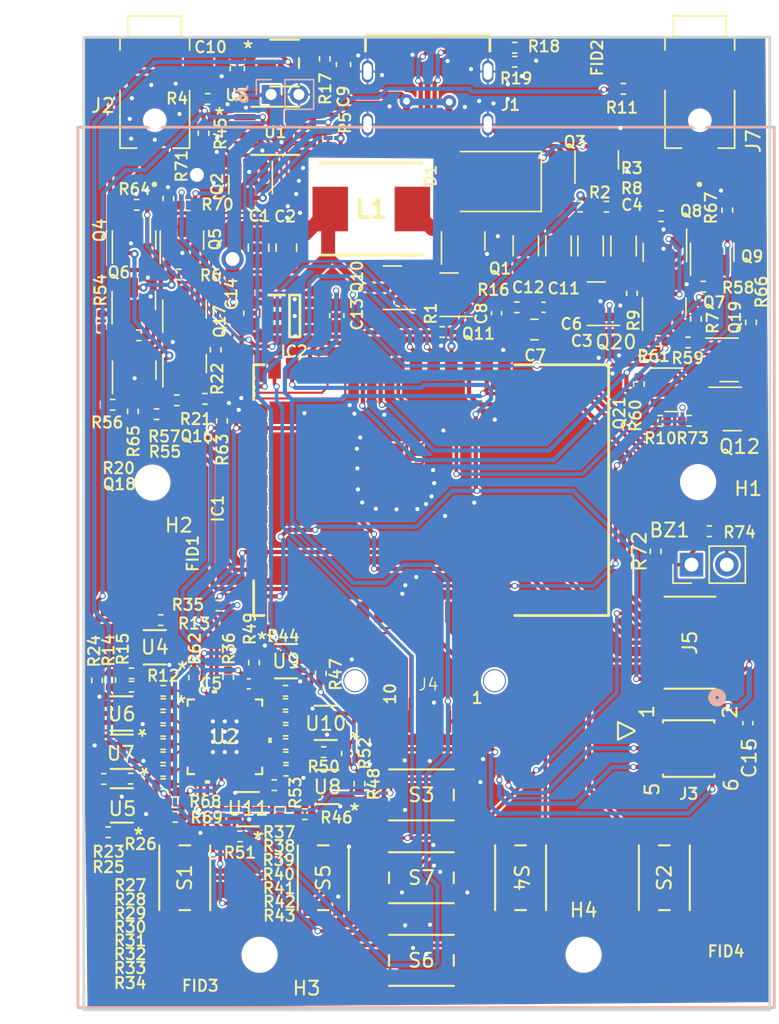
<source format=kicad_pcb>
(kicad_pcb (version 20221018) (generator pcbnew)
  (layers (0 "F.Cu" signal) (31 "B.Cu" signal) (34 "B.Paste" user) (35 "F.Paste" user) (36 "B.SilkS" user "B.Silkscreen") (37 "F.SilkS" user "F.Silkscreen") (38 "B.Mask" user) (39 "F.Mask" user) (44 "Edge.Cuts" user))
  (net 0 "")
  (net 1 "+BATT")
  (net 2 "GND")
  (net 3 "VCC")
  (net 4 "Net-(D1-A)")
  (net 5 "+3.3V")
  (net 6 "/MCU/EN")
  (net 7 "+5V")
  (net 8 "+OUT_1")
  (net 9 "+OUT_2")
  (net 10 "/MCU/RIGHT_BTN")
  (net 11 "/MCU/IN1")
  (net 12 "/MCU/IN2")
  (net 13 "/MCU/MOSI")
  (net 20 "/MCU/LEFT_BTN")
  (net 21 "/LCD/DIN")
  (net 22 "/LCD/CLK")
  (net 23 "/LCD/CS")
  (net 24 "/LCD/DC")
  (net 25 "/LCD/RST")
  (net 27 "/MCU/CH1_BTN")
  (net 28 "/MCU/RXD")
  (net 29 "/MCU/TXD")
  (net 30 "/MCU/CH2_BTN")
  (net 31 "Net-(J1-CC1)")
  (net 32 "Net-(J1-CC2)")
  (net 33 "/Opamp/OUTA")
  (net 34 "/Opamp/OUTB")
  (net 35 "/ElectrodeChannels/CH1_1")
  (net 36 "/ElectrodeChannels/CH1_P")
  (net 37 "/ElectrodeChannels/CH1_2")
  (net 38 "/ElectrodeChannels/CH1_N")
  (net 39 "/ElectrodeChannels/CH2_2")
  (net 40 "/ElectrodeChannels/CH2_P")
  (net 41 "/ElectrodeChannels/CH2_1")
  (net 42 "/ElectrodeChannels/CH2_N")
  (net 43 "/BoostConverter/VFB")
  (net 44 "/Opamp/P0W")
  (net 45 "/Opamp/P1W")
  (net 46 "Net-(U3-PROG)")
  (net 47 "Net-(Q5-B)")
  (net 48 "Net-(Q6-E)")
  (net 49 "Net-(Q7-E)")
  (net 50 "Net-(Q7-C)")
  (net 51 "Net-(Q16-E)")
  (net 52 "Net-(Q16-C)")
  (net 53 "Net-(Q20-B)")
  (net 54 "Net-(Q21-E)")
  (net 57 "Net-(Q10-B)")
  (net 58 "Net-(Q1-G)")
  (net 59 "/BoostConverter/VSW")
  (net 60 "Net-(R12-Pad2)")
  (net 61 "Net-(R13-Pad2)")
  (net 62 "Net-(R14-Pad2)")
  (net 63 "Net-(R15-Pad2)")
  (net 64 "Net-(R23-Pad2)")
  (net 65 "Net-(R24-Pad2)")
  (net 66 "Net-(R25-Pad2)")
  (net 67 "Net-(R26-Pad2)")
  (net 68 "/Opamp/P050")
  (net 69 "/Opamp/P040")
  (net 70 "/Opamp/P030")
  (net 71 "/Opamp/P025")
  (net 72 "/Opamp/P020")
  (net 73 "/Opamp/P015")
  (net 74 "/Opamp/P010")
  (net 75 "/Opamp/P05V")
  (net 76 "/Opamp/P15V")
  (net 77 "/Opamp/P110")
  (net 78 "/Opamp/P115")
  (net 79 "/Opamp/P120")
  (net 80 "/Opamp/P125")
  (net 81 "/Opamp/P130")
  (net 82 "/Opamp/P140")
  (net 83 "/Opamp/P150")
  (net 84 "Net-(R46-Pad2)")
  (net 85 "Net-(R47-Pad2)")
  (net 86 "Net-(R48-Pad2)")
  (net 87 "Net-(R49-Pad2)")
  (net 88 "Net-(R50-Pad2)")
  (net 89 "Net-(R51-Pad2)")
  (net 90 "Net-(R52-Pad2)")
  (net 91 "Net-(R53-Pad2)")
  (net 92 "Net-(Q4-B)")
  (net 93 "Net-(Q6-B)")
  (net 94 "Net-(Q7-B)")
  (net 95 "Net-(Q9-B)")
  (net 96 "Net-(Q16-B)")
  (net 97 "Net-(Q18-B)")
  (net 98 "Net-(Q19-B)")
  (net 99 "Net-(Q21-B)")
  (net 100 "/MCU/INT_IO_EXP")
  (net 101 "/MCU/SCK")
  (net 102 "Net-(U2-P0_0)")
  (net 103 "Net-(U2-P0_1)")
  (net 104 "Net-(U2-P0_2)")
  (net 105 "Net-(U2-P0_3)")
  (net 106 "Net-(U2-P0_4)")
  (net 107 "Net-(U2-P0_5)")
  (net 108 "Net-(U2-P0_6)")
  (net 109 "Net-(U2-P0_7)")
  (net 110 "Net-(U2-*RESET)")
  (net 111 "Net-(U2-P2_7)")
  (net 112 "Net-(U2-P2_6)")
  (net 113 "Net-(U2-P2_5)")
  (net 114 "Net-(U2-P2_4)")
  (net 115 "Net-(U2-P2_3)")
  (net 116 "Net-(U2-P2_2)")
  (net 117 "Net-(U2-P2_1)")
  (net 118 "Net-(U2-P2_0)")
  (net 119 "/Opamp/TIMER_BTN")
  (net 120 "/Opamp/OK_BTN")
  (net 125 "/MCU/BUZZER_P")
  (net 126 "/Opamp/MODE_BTN")
  (net 127 "/ElectrodeChannels/EL1_DET")
  (net 128 "/BatteryCharger/BAT_LEVEL")
  (net 129 "/ElectrodeChannels/EL2_DET")
  (net 130 "Net-(Q18-E)")
  (net 131 "Net-(Q19-E)")
  (net 132 "/BatteryCharger/BAT_CHG")
  (net 133 "/MCU/BUZZER_N")
  (net 134 "/MCU/BUZZER_MCU")
  (net 135 "Net-(Q12-B)")
  (footprint "Resistor_SMD:R_0402_1005Metric" (layer "F.Cu") (at 216.16 41.9 -90)
    (fp_text reference "R17")
    (fp_text value "2k")
  )
  (footprint "Resistor_SMD:R_0402_1005Metric" (layer "F.Cu") (at 212.525 94.025)
    (fp_text reference "R44")
    (fp_text value "510")
  )
  (footprint "Library:SOT-363-6_2P2X1P35_ONS" (layer "F.Cu") (at 201.575 91.63 180)
    (fp_text reference "U7")
    (fp_text value "2N7002KDW_R1_00001")
  )
  (footprint "Resistor_SMD:R_0402_1005Metric" (layer "F.Cu") (at 205.525 66.4)
    (fp_text reference "R57")
    (fp_text value "300")
  )
  (footprint "Package_TO_SOT_SMD:SOT-23" (layer "F.Cu") (at 202.46 54.9 90)
    (fp_text reference "Q4")
    (fp_text value "NPN")
  )
  (footprint "Library:SOT95P285X130-5N" (layer "F.Cu") (at 214 60.35)
    (fp_text reference "IC2")
    (fp_text value "AP7366-33W5-7" hide)
  )
  (footprint "Resistor_SMD:R_0402_1005Metric" (layer "F.Cu") (at 229.8 41.1 180)
    (fp_text reference "R18")
    (fp_text value "2.2k")
  )
  (footprint "Resistor_SMD:R_0402_1005Metric" (layer "F.Cu") (at 205.425 95.25 180)
    (fp_text reference "R68")
    (fp_text value "10k")
  )
  (footprint "Library:SW4_PTS815 SJM 250 SMTR LFS_CNK" (layer "F.Cu") (at 223.1 106.6)
    (fp_text reference "S6")
    (fp_text value "PTS815 SJM 250 SMTR LFS")
  )
  (footprint "Resistor_SMD:R_0402_1005Metric" (layer "F.Cu") (at 200.6 97.405)
    (fp_text reference "R25")
    (fp_text value "1.43k")
  )
  (footprint "Resistor_SMD:R_0402_1005Metric" (layer "F.Cu") (at 202.65 52.375 180)
    (fp_text reference "R64")
    (fp_text value "10")
  )
  (footprint "Resistor_SMD:R_0402_1005Metric" (layer "F.Cu") (at 224.59 61.5)
    (fp_text reference "R1")
    (fp_text value "100")
  )
  (footprint "Package_TO_SOT_SMD:SOT-23" (layer "F.Cu") (at 240.59 55.7925 -90)
    (fp_text reference "Q8")
    (fp_text value "PNP")
  )
  (footprint "Library:SOT-363-6_2P2X1P35_ONS" (layer "F.Cu") (at 216.225 89.555 180)
    (fp_text reference "U10")
    (fp_text value "2N7002KDW_R1_00001")
  )
  (footprint "Resistor_SMD:R_0402_1005Metric" (layer "F.Cu") (at 213.35 89.155 180)
    (fp_text reference "R39")
    (fp_text value "510")
  )
  (footprint "Package_TO_SOT_SMD:SOT-23" (layer "F.Cu") (at 241.25 65.65)
    (fp_text reference "Q21")
    (fp_text value "NPN")
  )
  (footprint "Package_TO_SOT_SMD:SOT-23" (layer "F.Cu") (at 235.69 49.15 90)
    (fp_text reference "Q3")
    (fp_text value "NPN")
  )
  (footprint "Resistor_SMD:R_0402_1005Metric" (layer "F.Cu") (at 236.39 52.51)
    (fp_text reference "R3")
    (fp_text value "11.5k")
  )
  (footprint "Connector_PinHeader_2.54mm:PinHeader_1x02_P2.54mm_Vertical" (layer "F.Cu") (at 242.5 78.2 90)
    (fp_text reference "BZ1")
    (fp_text value "Buzzer")
  )
  (footprint "Package_TO_SOT_SMD:SOT-23" (layer "F.Cu") (at 202.44 59.25 90)
    (fp_text reference "Q6")
    (fp_text value "NPN")
  )
  (footprint "Package_TO_SOT_SMD:SOT-23" (layer "F.Cu") (at 243.99 55.77 90)
    (fp_text reference "Q9")
    (fp_text value "NPN")
  )
  (footprint "Capacitor_SMD:C_1206_3216Metric" (layer "F.Cu") (at 237.62 55.33 -90)
    (fp_text reference "C4")
    (fp_text value "2.2u")
  )
  (footprint "MountingHole:MountingHole_2.2mm_M2" (layer "F.Cu") (at 203.78 72.31)
    (fp_text reference "H2")
    (fp_text value "MountingHole")
  )
  (footprint "Library:SOT-23-5_MC_MCH" (layer "F.Cu") (at 213.275 42.199999)
    (fp_text reference "U3")
    (fp_text value "MCP73812T-420I/OT")
  )
  (footprint "Resistor_SMD:R_0402_1005Metric" (layer "F.Cu") (at 205.425 96.3)
    (fp_text reference "R69")
    (fp_text value "10k")
  )
  (footprint "Library:SW4_PTS815 SJM 250 SMTR LFS_CNK" (layer "F.Cu") (at 216.05 100.67 90)
    (fp_text reference "S5")
    (fp_text value "PTS815 SJM 250 SMTR LFS")
  )
  (footprint "Library:SOT-363-6_2P2X1P35_ONS" (layer "F.Cu") (at 201.55 88.88 180)
    (fp_text reference "U6")
    (fp_text value "2N7002KDW_R1_00001")
  )
  (footprint "Resistor_SMD:R_0402_1005Metric" (layer "F.Cu") (at 207.75 44.775)
    (fp_text reference "R4")
    (fp_text value "30k")
  )
  (footprint "Capacitor_SMD:C_1206_3216Metric" (layer "F.Cu") (at 230.6 55.32 -90)
    (fp_text reference "C12")
    (fp_text value "2.2u")
  )
  (footprint "Library:SW4_PTS815 SJM 250 SMTR LFS_CNK" (layer "F.Cu") (at 230.224999 100.67 -90)
    (fp_text reference "S4")
    (fp_text value "PTS815 SJM 250 SMTR LFS")
  )
  (footprint "Capacitor_SMD:C_0402_1005Metric" (layer "F.Cu") (at 246.55 89.575 -90)
    (fp_text reference "C15")
    (fp_text value "0.1u")
  )
  (footprint "Capacitor_SMD:C_0402_1005Metric" (layer "F.Cu") (at 231.875 59.725)
    (fp_text reference "C6")
    (fp_text value "0.1u")
  )
  (footprint "Fiducial:Fiducial_0.75mm_Mask1.5mm" (layer "F.Cu") (at 237.48 41.86)
    (fp_text reference "FID2")
    (fp_text value "Fiducial")
  )
  (footprint "Resistor_SMD:R_0402_1005Metric" (layer "F.Cu") (at 213.375 92.98 180)
    (fp_text reference "R43")
    (fp_text value "510")
  )
  (footprint "Resistor_SMD:R_0402_1005Metric" (layer "F.Cu") (at 213.34 87.255 180)
    (fp_text reference "R37")
    (fp_text value "510")
  )
  (footprint "Resistor_SMD:R_0402_1005Metric" (layer "F.Cu") (at 211.075 85.23 -90)
    (fp_text reference "R49")
    (fp_text value "10k")
  )
  (footprint "Library:CONN_00010C4LF_AMP" (layer "F.Cu") (at 242.390001 83.8 90)
    (fp_text reference "J5")
    (fp_text value "20021121-00010C4LF")
  )
  (footprint "Resistor_SMD:R_0402_1005Metric" (layer "F.Cu") (at 239.925 77.25 90)
    (fp_text reference "R72")
    (fp_text value "1K")
  )
  (footprint "MountingHole:MountingHole_2.2mm_M2" (layer "F.Cu") (at 211.475 106.2)
    (fp_text reference "H3")
    (fp_text value "MountingHole")
  )
  (footprint "Package_TO_SOT_SMD:SOT-23" (layer "F.Cu") (at 240.54 59.7025 90)
    (fp_text reference "Q7")
    (fp_text value "NPN")
  )
  (footprint "Resistor_SMD:R_0402_1005Metric" (layer "F.Cu") (at 202.2 93.555)
    (fp_text reference "R26")
    (fp_text value "1.1k")
  )
  (footprint "Resistor_SMD:R_0402_1005Metric" (layer "F.Cu") (at 218.65 93.92 -90)
    (fp_text reference "R48")
    (fp_text value "2k")
  )
  (footprint "Resistor_SMD:R_0402_1005Metric" (layer "F.Cu") (at 199.8 86.505 -90)
    (fp_text reference "R24")
    (fp_text value "2k")
  )
  (footprint "Library:SOT-363-6_2P2X1P35_ONS" (layer "F.Cu") (at 201.575 95.48 180)
    (fp_text reference "U5")
    (fp_text value "2N7002KDW_R1_00001")
  )
  (footprint "Resistor_SMD:R_0402_1005Metric" (layer "F.Cu") (at 214.725 96.105)
    (fp_text reference "R46")
    (fp_text value "2.4k")
  )
  (footprint "Resistor_SMD:R_0402_1005Metric" (layer "F.Cu") (at 217.75 91.755 90)
    (fp_text reference locked "R52")
    (fp_text value "3.3k")
  )
  (footprint "Capacitor_SMD:C_1206_3216Metric" (layer "F.Cu") (at 232.95 55.325 -90)
    (fp_text reference "C11")
    (fp_text value "2.2u")
  )
  (footprint "MountingHole:MountingHole_2.2mm_M2" (layer "F.Cu") (at 242.975 72.275)
    (fp_text reference "H1")
    (fp_text value "MountingHole")
  )
  (footprint "Resistor_SMD:R_0402_1005Metric" (layer "F.Cu") (at 204.55 93.955)
    (fp_text reference "R34")
    (fp_text value "510")
  )
  (footprint "Resistor_SMD:R_0402_1005Metric" (layer "F.Cu") (at 202.275 86.005)
    (fp_text reference "R12")
    (fp_text value "1M")
  )
  (footprint "Resistor_SMD:R_0402_1005Metric" (layer "F.Cu") (at 210.06 97.7 180)
    (fp_text reference "R51")
    (fp_text value "1.43k")
  )
  (footprint "Resistor_SMD:R_0402_1005Metric" (layer "F.Cu") (at 204.55 92.03)
    (fp_text reference "R32")
    (fp_text value "510")
  )
  (footprint "Resistor_SMD:R_0402_1005Metric" (layer "F.Cu") (at 204.55 88.205)
    (fp_text reference "R28")
    (fp_text value "510")
  )
  (footprint "Library:SW4_PTS815 SJM 250 SMTR LFS_CNK" (layer "F.Cu") (at 223.1 100.67)
    (fp_text reference "S7")
    (fp_text value "PTS815 SJM 250 SMTR LFS")
  )
  (footprint "Resistor_SMD:R_0402_1005Metric" (layer "F.Cu") (at 200.125 60.7 90)
    (fp_text reference "R54")
    (fp_text value "300")
  )
  (footprint "Resistor_SMD:R_0402_1005Metric" (layer "F.Cu") (at 229.95 59.725 180)
    (fp_text reference "R16")
    (fp_text value "DNP")
  )
  (footprint "Resistor_SMD:R_0402_1005Metric" (layer "F.Cu") (at 204.375 82.18)
    (fp_text reference "R13")
    (fp_text value "10k")
  )
  (footprint "Capacitor_SMD:C_0603_1608Metric" (layer "F.Cu") (at 209.875 42.6 90)
    (fp_text reference "C10")
    (fp_text value "1u")
  )
  (footprint "Capacitor_SMD:C_0402_1005Metric" (layer "F.Cu") (at 228.5 60.15 90)
    (fp_text reference "C8")
    (fp_text value "a")
  )
  (footprint "Resistor_SMD:R_0402_1005Metric" (layer "F.Cu") (at 208.32 62.78 90)
    (fp_text reference "R22")
    (fp_text value "100k")
  )
  (footprint "Package_TO_SOT_SMD:SOT-23" (layer "F.Cu") (at 245.2 63.5)
    (fp_text reference "Q19")
    (fp_text value "NPN")
  )
  (footprint "Resistor_SMD:R_0402_1005Metric" (layer "F.Cu") (at 240.25 67.88)
    (fp_text reference "R10")
    (fp_text value "1k")
  )
  (footprint "Resistor_SMD:R_0402_1005Metric" (layer "F.Cu") (at 213.35 91.08 180)
    (fp_text reference "R41")
    (fp_text value "510")
  )
  (footprint "Package_TO_SOT_SMD:SOT-23" (layer "F.Cu") (at 206.08 59.85 90)
    (fp_text reference "Q17")
    (fp_text value "PNP")
  )
  (footprint "Capacitor_SMD:C_0603_1608Metric" (layer "F.Cu") (at 217.5 42.3 90)
    (fp_text reference "C9")
    (fp_text value "1u")
  )
  (footprint "Package_TO_SOT_SMD:SOT-23" (layer "F.Cu") (at 206.09 63.7675 90)
    (fp_text reference "Q16")
    (fp_text value "NPN")
  )
  (footprint "Resistor_SMD:R_0402_1005Metric" (layer "F.Cu") (at 213.365 92.03 180)
    (fp_text reference "R42")
    (fp_text value "510")
  )
  (footprint "Resistor_SMD:R_0402_1005Metric" (layer "F.Cu") (at 238.22 58.73 90)
    (fp_text reference "R9")
    (fp_text value "100k")
  )
  (footprint "Fiducial:Fiducial_0.75mm_Mask1.5mm" (layer "F.Cu") (at 204.775 108.355)
    (fp_text reference "FID3")
    (fp_text value "Fiducial")
  )
  (footprint "Resistor_SMD:R_0402_1005Metric" (layer "F.Cu") (at 208.775 67.88 90)
    (fp_text reference "R63")
    (fp_text value "10k")
  )
  (footprint "Capacitor_SMD:C_0805_2012Metric" (layer "F.Cu") (at 211.4 55.45 -90)
    (fp_text reference "C1")
    (fp_text value "10uF")
  )
  (footprint "Library:ESP32WROOM32EN8" (layer "F.Cu") (at 223.8 72.85 -90)
    (fp_text reference "IC1")
    (fp_text value "ESP32-WROOM-32E-N8" hide)
  )
  (footprint "Library:CUI_PJ-040-SMT-TR" (layer "F.Cu") (at 243.1 44.305 -90)
    (fp_text reference "J7")
    (fp_text value "PJ-040-SMT-TR")
  )
  (footprint "Resistor_SMD:R_0402_1005Metric" (layer "F.Cu") (at 207.55 66.3)
    (fp_text reference "R21")
    (fp_text value "1k")
  )
  (footprint "Resistor_SMD:R_0402_1005Metric" (layer "F.Cu") (at 242.82 60.56 90)
    (fp_text reference "R7")
    (fp_text value "1k")
  )
  (footprint "Fiducial:Fiducial_0.75mm_Mask1.5mm" (layer "F.Cu") (at 204.95 77.4)
    (fp_text reference "FID1")
    (fp_text value "Fiducial")
  )
  (footprint "Resistor_SMD:R_0402_1005Metric" (layer "F.Cu") (at 205.68 57.38)
    (fp_text reference "R6")
    (fp_text value "100k")
  )
  (footprint "Package_TO_SOT_SMD:SOT-23" (layer "F.Cu") (at 235.66 59.47 180)
    (fp_text reference "Q20")
    (fp_text value "PNP")
  )
  (footprint "Resistor_SMD:R_0402_1005Metric" (layer "F.Cu") (at 202.375 67.2 -90)
    (fp_text reference "R65")
    (fp_text value "10")
  )
  (footprint "Capacitor_SMD:C_1206_3216Metric" (layer "F.Cu") (at 235.25 55.325 -90)
    (fp_text reference "C3")
    (fp_text value "2.2u")
  )
  (footprint "Diode_SMD:D_SMB" (layer "F.Cu") (at 228.05 50.7 180)
    (fp_text reference "D1")
    (fp_text value "SK520B")
  )
  (footprint "Resistor_SMD:R_0402_1005Metric" (layer "F.Cu") (at 240.1 62.15 180)
    (fp_text reference "R61")
    (fp_text value "300")
  )
  (footprint "Capacitor_SMD:C_0805_2012Metric" (layer "F.Cu") (at 231.225 61.325)
    (fp_text reference "C7")
    (fp_text value "22u")
  )
  (footprint "Resistor_SMD:R_0402_1005Metric" (layer "F.Cu") (at 240.31 53.18 180)
    (fp_text reference "R8")
    (fp_text value "100k")
  )
  (footprint "Library:CONN_20021121-00006C4LF_AMP" (layer "F.Cu") (at 242.3 91.4 90)
    (fp_text reference "J3")
    (fp_text value "20021121-00006C4LF")
  )
  (footprint "Package_TO_SOT_SMD:SOT-23" (layer "F.Cu") (at 221.0125 58.325 180)
    (fp_text reference "Q10")
    (fp_text value "NPN")
  )
  (footprint "Resistor_SMD:R_0402_1005Metric" (layer "F.Cu") (at 204.075 67.4)
    (fp_text reference "R55")
    (fp_text value "300")
  )
  (footprint "Library:GCT_USB4125-GF-A_REVA2" (layer "F.Cu") (at 223.55 43.6 180)
    (fp_text reference locked "J1")
    (fp_text value "USB4125-GF-A_REVA2")
  )
  (footprint "Resistor_SMD:R_0402_1005Metric" (layer "F.Cu") (at 204.55 90.13)
    (fp_text reference "R30")
    (fp_text value "510")
  )
  (footprint "Resistor_SMD:R_0402_1005Metric" (layer "F.Cu") (at 200.75 86.48 -90)
    (fp_text reference "R14")
    (fp_text value "4.99k")
  )
  (footprint "Resistor_SMD:R_0402_1005Metric" (layer "F.Cu") (at 216.075 91.655 180)
    (fp_text reference "R50")
    (fp_text value "4.99k")
  )
  (footprint "Resistor_SMD:R_0402_1005Metric" (layer "F.Cu") (at 204.55 89.18)
    (fp_text reference "R29")
    (fp_text value "510")
  )
  (footprint "Fiducial:Fiducial_0.75mm_Mask1.5mm" (layer "F.Cu") (at 244.98 107.96)
    (fp_text reference "FID4")
    (fp_text value "Fiducial")
  )
  (footprint "Resistor_SMD:R_0402_1005Metric" (layer "F.Cu") (at 204.55 93.005)
    (fp_text reference "R33")
    (fp_text value "510")
  )
  (footprint "Capacitor_SMD:C_0603_1608Metric" (layer "F.Cu") (at 210.85 60.15 -90)
    (fp_text reference "C14")
    (fp_text value "1u")
  )
  (footprint "Resistor_SMD:R_0402_1005Metric" (layer "F.Cu") (at 245.075 52.75 90)
    (fp_text reference "R67")
    (fp_text value "10")
  )
  (footprint "Resistor_SMD:R_0402_1005Metric" (layer "F.Cu") (at 242.325 67.875 180)
    (fp_text reference "R73")
    (fp_text value "1K")
  )
  (footprint "Resistor_SMD:R_0402_1005Metric" (layer "F.Cu") (at 237.615 44.05)
    (fp_text reference "R11")
    (fp_text value "16k")
  )
  (footprint "Resistor_SMD:R_0402_1005Metric" (layer "F.Cu") (at 216.4 47.6 -90)
    (fp_text reference "R5")
    (fp_text value "30k")
  )
  (footprint "Capacitor_SMD:C_0402_1005Metric" (layer "F.Cu") (at 210.7 86.755 180)
    (fp_text reference "C5")
    (fp_text value "0.1u")
  )
  (footprint "Library:SOT-363-6_2P2X1P35_ONS" (layer "F.Cu") (at 210.625 95.75 180)
    (fp_text reference "U11")
    (fp_text value "2N7002KDW_R1_00001")
  )
  (footprint "Resistor_SMD:R_0402_1005Metric" (layer "F.Cu") (at 202.275 86.955)
    (fp_text reference "R15")
    (fp_text value "3.3k")
  )
  (footprint "Library:SOT-363-6_2P2X1P35_ONS" (layer "F.Cu") (at 203.95 84.13 180)
    (fp_text reference "U4")
    (fp_text value "2N7002KDW_R1_00001")
  )
  (footprint "Resistor_SMD:R_0402_1005Metric" (layer "F.Cu") (at 207.45 47.235 90)
    (fp_text reference "R45")
    (fp_text value "16k")
  )
  (footprint "Package_TO_SOT_SMD:SOT-23" (layer "F.Cu") (at 210.83 50.9225 -90)
    (fp_text reference "Q2")
    (fp_text value "NPN")
  )
  (footprint "Package_TO_SOT_SMD:SOT-23" (layer "F.Cu") (at 205.9 54.91 90)
    (fp_text reference "Q5")
    (fp_text value "PNP")
  )
  (footprint "Package_TO_SOT_SMD:SOT-23" (layer "F.Cu") (at 202.47 64.2425 90)
    (fp_text reference "Q18")
    (fp_text value "NPN")
  )
  (footprint "Resistor_SMD:R_0402_1005Metric" (layer "F.Cu") (at 229.8 42.1)
    (fp_text reference "R19")
    (fp_text value "2.2k")
  )
  (footprint "Library:SOT-363-6_2P2X1P35_ONS" (layer "F.Cu") (at 213.3775 85.130001)
    (fp_text reference "U9")
    (fp_text value "2N7002KDW_R1_00001")
  )
  (footprint "Resistor_SMD:R_0402_1005Metric" (layer "F.Cu") (at 200.285 93.58)
    (fp_text reference "R23")
    (fp_text value "2.4k")
  )
  (footprint "Resistor_SMD:R_0402_1005Metric" (layer "F.Cu") (at 206.775 86.305 -90)
    (fp_text reference "R62")
    (fp_text value "10k")
  )
  (footprint "Resistor_SMD:R_0402_1005Metric" (layer "F.Cu") (at 242.25 62.25)
    (fp_text reference "R59")
    (fp_text value "300")
  )
  (footprint "Library:SOT-363-6_2P2X1P35_ONS" (layer "F.Cu") (at 216.35 94.155 180)
    (fp_text reference "U8")
    (fp_text value "2N7002KDW_R1_00001")
  )
  (footprint "Library:ADA4522-2ARMZ-R7" (layer "F.Cu") (at 212.6 47.06)
    (fp_text reference "U1")
    (fp_text value "ADA4522-2ARMZ-R7")
  )
  (footprint "Resistor_SMD:R_0402_1005Metric" (layer "F.Cu") (at 215.875 86.005 90)
    (fp_text reference "R47")
    (fp_text value "1M")
  )
  (footprint "Resistor_SMD:R_0402_1005Metric" (layer "F.Cu") (at 206.325 52.4)
    (fp_text reference locked "R70")
    (fp_text value "33k")
  )
  (footprint "Resistor_SMD:R_0402_1005Metric" (layer "F.Cu") (at 246.775 60.8 90)
    (fp_text reference "R66")
    (fp_text value "10")
  )
  (footprint "Capacitor_SMD:C_0603_1608Metric" (layer "F.Cu") (at 217.025 60.325 -90)
    (fp_text reference "C13")
    (fp_text value "1u")
  )
  (footprint "Capacitor_SMD:C_0805_2012Metric" (layer "F.Cu") (at 213.4 55.45 -90)
    (fp_text reference "C2")
    (fp_text value "10uF")
  )
  (footprint "Library:FPC_TFT_LCD" (layer "F.Cu") (at 219.2075 90.339)
    (fp_text reference "J4")
    (fp_text value "Conn_01x12")
  )
  (footprint "Resistor_SMD:R_0402_1005Metric" (layer "F.Cu") (at 243.35 58.25)
    (fp_text reference "R58")
    (fp_text value "300")
  )
  (footprint "Resistor_SMD:R_0402_1005Metric" (layer "F.Cu") (at 238.725 65.235 -90)
    (fp_text reference "R60")
    (fp_text value "300")
  )
  (footprint "Library:HUQFN32_PCAL6524_NXP" (layer "F.Cu") (at 208.9861 90.555)
    (fp_text reference "U2")
    (fp_text value "PCAL6524HEAZ")
  )
  (footprint "Package_TO_SOT_SMD:SOT-23" (layer "F.Cu") (at 225.0875 58.825 180)
    (fp_text reference "Q11")
    (fp_text value "PNP")
  )
  (footprint "Package_TO_SOT_SMD:SOT-23" (layer "F.Cu") (at 226.1 54.9625 90)
    (fp_text reference "Q1")
    (fp_text value "PMV37ENEAR")
  )
  (footprint "Library:SW4_PTS815 SJM 250 SMTR LFS_CNK" (layer "F.Cu") (at 223.1 94.725001)
    (fp_text reference "S3")
    (fp_text value "PTS815 SJM 250 SMTR LFS")
  )
  (footprint "Library:INDPM7366X300N" (layer "F.Cu") (at 219.5 52.675)
    (fp_text reference "L1")
    (fp_text value "22uH" hide)
  )
  (footprint "Resistor_SMD:R_0402_1005Metric" (layer "F.Cu") (at 213.35 90.105 180)
    (fp_text reference "R40")
    (fp_text value "510")
  )
  (footprint "Resistor_SMD:R_0402_1005Metric" (layer "F.Cu") (at 234.5 52.5)
    (fp_text reference "R2")
    (fp_text value "200k")
  )
  (footprint "MountingHole:MountingHole_2.2mm_M2" (layer "F.Cu") (at 234.75 106.2)
    (fp_text reference "H4")
    (fp_text value "MountingHole")
  )
  (footprint "Package_TO_SOT_SMD:SOT-23" (layer "F.Cu") (at 245.4375 67.025)
    (fp_text reference "Q12")
    (fp_text value "NPN")
  )
  (footprint "Resistor_SMD:R_0402_1005Metric" (layer "F.Cu") (at 212.95 95.725 90)
    (fp_text reference "R53")
    (fp_text value "1.1k")
  )
  (footprint "Resistor_SMD:R_0402_1005Metric" (layer "F.Cu") (at 204.925 51.915 -90)
    (fp_text reference "R71")
    (fp_text value "100k")
  )
  (footprint "Resistor_SMD:R_0402_1005Metric" (layer "F.Cu") (at 208.5 81.13 180)
    (fp_text reference "R35")
    (fp_text value "10k")
  )
  (footprint "Resistor_SMD:R_0402_1005Metric" (layer "F.Cu") (at 204.56 87.255)
    (fp_text reference "R27")
    (fp_text value "510")
  )
  (footprint "Resistor_SMD:R_0402_1005Metric" (layer "F.Cu") (at 200.925 66.725)
    (fp_text reference "R56")
    (fp_text value "300")
  )
  (footprint "Resistor_SMD:R_0402_1005Metric" (layer "F.Cu") (at 209.225 86.28 -90)
    (fp_text reference "R36")
    (fp_text value "10k")
  )
  (footprint "Resistor_SMD:R_0402_1005Metric" (layer "F.Cu") (at 204.55 91.08)
    (fp_text reference "R31")
    (fp_text value "510")
  )
  (footprint "Library:CUI_PJ-040-SMT-TR" (layer "F.Cu") (at 203.95 44.305 -90)
    (fp_text reference "J2")
    (fp_text value "PJ-040-SMT-TR")
  )
  (footprint "Resistor_SMD:R_0402_1005Metric" (layer "F.Cu") (at 243.785 75.8 180)
    (fp_text reference "R74")
    (fp_text value "1K")
  )
  (footprint "Library:SW4_PTS815 SJM 250 SMTR LFS_CNK" (layer "F.Cu") (at 240.55 100.67 90)
    (fp_text reference "S2")
    (fp_text value "PTS815 SJM 250 SMTR LFS")
  )
  (footprint "Library:SW4_PTS815 SJM 250 SMTR LFS_CNK" (layer "F.Cu") (at 206.1 100.67 90)
    (fp_text reference "S1")
    (fp_text value "PTS815 SJM 250 SMTR LFS")
  )
  (footprint "Resistor_SMD:R_0402_1005Metric" (layer "F.Cu") (at 202.81 61.74 180)
    (fp_text reference "R20")
    (fp_text value "1k")
  )
  (footprint "Resistor_SMD:R_0402_1005Metric" (layer "F.Cu") (at 213.34 88.205 180)
    (fp_text reference "R38")
    (fp_text value "510")
  )
  (footprint "Connector_PinHeader_2.00mm:PinHeader_1x02_P2.00mm_Vertical" (layer "B.Cu") (at 212.3 44.45 -90)
    (fp_text reference "J6")
    (fp_text value "Conn_01x02_Pin")
  )
  (gr_rect (start 198.43 46.8) (end 248.45 109.99) (stroke (width 0.2)) (fill none) (layer "B.SilkS"))
  (gr_rect (start 198.85 40.345) (end 248.12 110.155) (stroke (width 0.2)) (fill none) (layer "Edge.Cuts"))
  (segment (start 210.85 59.375) (end 211.575 59.375) (width 0.2) (layer "F.Cu") (net 1))
  (segment (start 209.9 57.95) (end 209.535 57.585) (width 1) (layer "F.Cu") (net 1))
  (segment (start 218.825 58.325) (end 218.475 57.975) (width 0.5) (layer "F.Cu") (net 1))
  (segment (start 209.875 43.4) (end 210.125 43.15) (width 0.5) (layer "F.Cu") (net 1))
  (segment (start 206.86 52.375) (end 206.86 51.565) (width 0.3) (layer "F.Cu") (net 1))
  (segment (start 218.175 58.825) (end 218.175 58.275) (width 0.254) (layer "F.Cu") (net 1))
  (segment (start 218.175 58.275) (end 218.475 57.975) (width 0.254) (layer "F.Cu") (net 1))
  (segment (start 216.65 56.15) (end 216.4 56.15) (width 0.5) (layer "F.Cu") (net 1))
  (segment (start 212.825 57.95) (end 214.6 57.95) (width 1) (layer "F.Cu") (net 1))
  (segment (start 211.95 61.3) (end 212.7 61.3) (width 0.2) (layer "F.Cu") (net 1))
  (segment (start 220.075 58.325) (end 218.825 58.325) (width 0.5) (layer "F.Cu") (net 1))
  (segment (start 209.535 57.585) (end 209.535 56.265) (width 1) (layer "F.Cu") (net 1))
  (segment (start 210.925 57.95) (end 209.9 57.95) (width 1) (layer "F.Cu") (net 1))
  (segment (start 211.8 61.15) (end 211.95 61.3) (width 0.2) (layer "F.Cu") (net 1))
  (segment (start 209.875 44.465) (end 209.84 44.5) (width 0.3) (layer "F.Cu") (net 1))
  (segment (start 212.825 57.95) (end 210.925 57.95) (width 1) (layer "F.Cu") (net 1))
  (segment (start 214.725 54.5) (end 211.4 54.5) (width 1) (layer "F.Cu") (net 1))
  (segment (start 218.475 57.975) (end 216.65 56.15) (width 0.5) (layer "F.Cu") (net 1))
  (segment (start 210.85 59.375) (end 210.85 58.025) (width 0.5) (layer "F.Cu") (net 1))
  (segment (start 239.925 69.9) (end 238.875 68.85) (width 0.254) (layer "F.Cu") (net 1))
  (segment (start 214.6 57.95) (end 216.4 56.15) (width 1) (layer "F.Cu") (net 1))
  (segment (start 216.4 56.15) (end 216.4 52.825) (width 1) (layer "F.Cu") (net 1))
  (segment (start 211.8 59.6) (end 211.8 61.15) (width 0.2) (layer "F.Cu") (net 1))
  (segment (start 209.875 43.375) (end 209.875 44.465) (width 0.3) (layer "F.Cu") (net 1))
  (segment (start 210.875 59.4) (end 212.7 59.4) (width 0.4) (layer "F.Cu") (net 1))
  (segment (start 238.875 68.85) (end 233.95 63.925) (width 0.254) (layer "F.Cu") (net 1))
  (segment (start 211.575 59.375) (end 211.8 59.6) (width 0.2) (layer "F.Cu") (net 1))
  (segment (start 233.95 63.925) (end 231.4 63.925) (width 0.254) (layer "F.Cu") (net 1))
  (segment (start 216.4 52.825) (end 214.725 54.5) (width 1) (layer "F.Cu") (net 1))
  (segment (start 206.86 51.565) (end 206.875 51.55) (width 0.3) (layer "F.Cu") (net 1))
  (segment (start 210.125 43.15) (end 211.654601 43.15) (width 0.5) (layer "F.Cu") (net 1))
  (segment (start 239.925 76.74) (end 239.925 69.9) (width 0.254) (layer "F.Cu") (net 1))
  (segment (start 210.85 58.025) (end 210.925 57.95) (width 0.5) (layer "F.Cu") (net 1))
  (segment (start 210.85 59.375) (end 210.875 59.4) (width 0.4) (layer "F.Cu") (net 1))
  (via (at 231.4 63.925) (size 0.45) (drill 0.3) (layers "F.Cu" "B.Cu") (net 1))
  (via (at 206.875 51.55) (size 0.45) (drill 0.3) (layers "F.Cu" "B.Cu") (net 1))
  (via (at 218.175 58.825) (size 0.45) (drill 0.3) (layers "F.Cu" "B.Cu") (net 1))
  (via (at 209.535 56.265) (size 1.6) (drill 1) (layers "F.Cu" "B.Cu") (net 1))
  (via (at 209.84 44.5) (size 0.45) (drill 0.3) (layers "F.Cu" "B.Cu") (net 1))
  (segment (start 206.875 51.55) (end 209.575 51.55) (width 0.3) (layer "B.Cu") (net 1))
  (segment (start 212.25 44.5) (end 212.3 44.45) (width 0.3) (layer "B.Cu") (net 1))
  (segment (start 211.225 47.25) (end 212.225 47.25) (width 1) (layer "B.Cu") (net 1))
  (segment (start 209.84 44.5) (end 212.25 44.5) (width 0.3) (layer "B.Cu") (net 1))
  (segment (start 209.575 51.55) (end 209.65 51.625) (width 0.3) (layer "B.Cu") (net 1))
  (segment (start 212.225 47.25) (end 212.7 46.775) (width 1) (layer "B.Cu") (net 1))
  (segment (start 218.4 60.45) (end 218.175 60.225) (width 0.254) (layer "B.Cu") (net 1))
  (segment (start 231.4 63.925) (end 221.875 63.925) (width 0.254) (layer "B.Cu") (net 1))
  (segment (start 209.65 48.825) (end 211.225 47.25) (width 1) (layer "B.Cu") (net 1))
  (segment (start 209.535 56.265) (end 209.65 56.15) (width 1) (layer "B.Cu") (net 1))
  (segment (start 209.65 56.15) (end 209.65 51.625) (width 1) (layer "B.Cu") (net 1))
  (segment (start 209.65 51.625) (end 209.65 48.825) (width 1) (layer "B.Cu") (net 1))
  (segment (start 218.175 60.225) (end 218.175 58.825) (width 0.254) (layer "B.Cu") (net 1))
  (segment (start 212.7 46.775) (end 212.7 44.85) (width 1) (layer "B.Cu") (net 1))
  (segment (start 221.875 63.925) (end 218.4 60.45) (width 0.254) (layer "B.Cu") (net 1))
  (segment (start 212.7 44.85) (end 212.3 44.45) (width 1) (layer "B.Cu") (net 1))
  (segment (start 221.680001 101.744999) (end 221.7 101.725) (width 0.254) (layer "F.Cu") (net 2))
  (segment (start 212.425 84.480002) (end 212.32982 84.480002) (width 0.254) (layer "F.Cu") (net 2))
  (segment (start 217.869999 98.419999) (end 217.9 98.45) (width 0.254) (layer "F.Cu") (net 2))
  (segment (start 217.3025 95.5225) (end 217.275 95.55) (width 0.254) (layer "F.Cu") (net 2))
  (segment (start 215.2725 88.905001) (end 215.2725 88.529) (width 0.254) (layer "F.Cu") (net 2))
  (segment (start 214.33 85.78) (end 214.33 86.51423) (width 0.254) (layer "F.Cu") (net 2))
  (segment (start 220.849999 101.744999) (end 221.680001 101.744999) (width 0.254) (layer "F.Cu") (net 2))
  (segment (start 211.5775 96.399999) (end 210.800001 96.399999) (width 0.254) (layer "F.Cu") (net 2))
  (segment (start 204.9025 84.779999) (end 204.9025 85.3025) (width 0.3) (layer "F.Cu") (net 2))
  (segment (start 219.4615 89.45) (end 219.4615 91.0385) (width 0.254) (layer "F.Cu") (net 2))
  (segment (start 226.380001 101.744999) (end 226.4 101.725) (width 0.254) (layer "F.Cu") (net 2))
  (segment (start 228.65 55.9) (end 227.81 55.9) (width 0.3) (layer "F.Cu") (net 2))
  (segment (start 229.17 47.25) (end 228.52 47.25) (width 0.3) (layer "F.Cu") (net 2))
  (segment (start 204.9025 85.3025) (end 205 85.4) (width 0.3) (layer "F.Cu") (net 2))
  (segment (start 212.7 60.35) (end 214 60.35) (width 0.3) (layer "F.Cu") (net 2))
  (segment (start 217.124999 98.419999) (end 217.869999 98.419999) (width 0.254) (layer "F.Cu") (net 2))
  (segment (start 212.32982 84.480002) (end 211.854524 84.004706) (width 0.254) (layer "F.Cu") (net 2))
  (segment (start 207.174999 98.419999) (end 207.174999 97.500001) (width 0.254) (layer "F.Cu") (net 2))
  (segment (start 223.6615 88.4385) (end 224 88.1) (width 0.254) (layer "F.Cu") (net 2))
  (segment (start 203.295001 96.129999) (end 203.325 96.1) (width 0.254) (layer "F.Cu") (net 2))
  (segment (start 228.65 55.9) (end 228.65 54.69) (width 0.3) (layer "F.Cu") (net 2))
  (segment (start 220.849999 95.8) (end 221.925 95.8) (width 0.254) (layer "F.Cu") (net 2))
  (segment (start 207.174999 97.500001) (end 207.225 97.45) (width 0.254) (layer "F.Cu") (net 2))
  (segment (start 246.7 91.35) (end 244.0518 91.35) (width 0.3) (layer "F.Cu") (net 2))
  (segment (start 217.1775 90.204999) (end 216.520001 90.204999) (width 0.254) (layer "F.Cu") (net 2))
  (segment (start 228.52 47.25) (end 227.87 46.6) (width 0.3) (layer "F.Cu") (net 2))
  (segment (start 200.530001 88.230001) (end 199.975 87.675) (width 0.3) (layer "F.Cu") (net 2))
  (segment (start 210.025 67.135) (end 209.98 67.09) (width 0.2) (layer "F.Cu") (net 2))
  (segment (start 244.0518 91.35) (end 244.0018 91.4) (width 0.3) (layer "F.Cu") (net 2))
  (segment (start 217.3025 94.804999) (end 217.3025 95.5225) (width 0.254) (layer "F.Cu") (net 2))
  (segment (start 214.630001 93.505001) (end 214.625 93.5) (width 0.254) (layer "F.Cu") (net 2))
  (segment (start 202.5275 92.279999) (end 203.129999 92.279999) (width 0.254) (layer "F.Cu") (net 2))
  (segment (start 215.2725 88.529) (end 215.275 88.5265) (width 0.254) (layer "F.Cu") (net 2))
  (segment (start 217.124999 102.920001) (end 217.125 102.025) (width 0.254) (layer "F.Cu") (net 2))
  (segment (start 203.129999 92.279999) (end 203.131635 92.281635) (width 0.254) (layer "F.Cu") (net 2))
  (segment (start 227.81 55.9) (end 227.76 55.95) (width 0.3) (layer "F.Cu") (net 2))
  (segment (start 209.6725 94.6275) (end 209.725 94.575) (width 0.254) (layer "F.Cu") (net 2))
  (segment (start 226.45 89.4) (end 227.15 89.4) (width 0.254) (layer "F.Cu") (net 2))
  (segment (start 211.75 48.555) (end 211.675 48.48) (width 0.254) (layer "F.Cu") (net 2))
  (segment (start 202.622501 89.65) (end 202.5025 89.529999) (width 0.3) (layer "F.Cu") (net 2))
  (segment (start 210.800001 96.399999) (end 210.725 96.475) (width 0.254) (layer "F.Cu") (net 2))
  (segment (start 209.6725 95.100001) (end 209.6725 94.6275) (width 0.254) (layer "F.Cu") (net 2))
  (segment (start 200.6225 90.980001) (end 199.819999 90.980001) (width 0.254) (layer "F.Cu") (net 2))
  (segment (start 216.520001 90.204999) (end 216.325 90.4) (width 0.254) (layer "F.Cu") (net 2))
  (segment (start 223.6615 89.45) (end 223.6615 88.4385) (width 0.254) (layer "F.Cu") (net 2))
  (segment (start 210.4283 48.034999) (end 211.229999 48.034999) (width 0.254) (layer "F.Cu") (net 2))
  (segment (start 215.3975 93.505001) (end 214.630001 93.505001) (width 0.254) (layer "F.Cu") (net 2))
  (segment (start 228.59 54.63) (end 228.66 54.7) (width 0.3) (layer "F.Cu") (net 2))
  (segment (start 219.4615 91.0385) (end 219.4 91.1) (width 0.254) (layer "F.Cu") (net 2))
  (segment (start 211.3 67.135) (end 210.025 67.135) (width 0.2) (layer "F.Cu") (net 2))
  (segment (start 201.555001 94.830001) (end 201.575 94.85) (width 0.254) (layer "F.Cu") (net 2))
  (segment (start 200.6225 94.830001) (end 201.555001 94.830001) (width 0.254) (layer "F.Cu") (net 2))
  (segment (start 223.6615 89.45) (end 224.3615 89.45) (width 0.254) (layer "F.Cu") (net 2))
  (segment (start 225.350001 101.744999) (end 226.380001 101.744999) (width 0.254) (layer "F.Cu") (net 2))
  (segment (start 199.819999 90.980001) (end 199.625 91.175) (width 0.254) (layer "F.Cu") (net 2))
  (segment (start 214.33 86.51423) (end 214.395385 86.579615) (width 0.254) (layer "F.Cu") (net 2))
  (segment (start 226.4615 89.45) (end 227.1615 89.45) (width 0.254) (layer "F.Cu") (net 2))
  (segment (start 203.075 89.65) (end 202.622501 89.65) (width 0.3) (layer "F.Cu") (net 2))
  (segment (start 200.5975 88.230001) (end 200.530001 88.230001) (width 0.3) (layer "F.Cu") (net 2))
  (segment (start 202.5275 96.129999) (end 203.295001 96.129999) (width 0.254) (layer "F.Cu") (net 2))
  (segment (start 228.65 54.69) (end 228.59 54.63) (width 0.3) (layer "F.Cu") (net 2))
  (segment (start 211.229999 48.034999) (end 211.675 48.48) (width 0.254) (layer "F.Cu") (net 2))
  (via (at 221.7 101.725) (size 0.45) (drill 0.3) (layers "F.Cu" "B.Cu") (net 2))
  (via (at 235.83 63.35) (size 0.45) (drill 0.3) (layers "F.Cu" "B.Cu") (net 2))
  (via (at 202.24 55.14) (size 0.45) (drill 0.3) (layers "F.Cu" "B.Cu") (net 2))
  (via (at 224.8 74.7) (size 0.45) (drill 0.3) (layers "F.Cu" "B.Cu") (net 2))
  (via (at 209.825 91.65) (size 0.45) (drill 0.3) (layers "F.Cu" "B.Cu") (net 2))
  (via (at 227.81 55.9) (size 0.45) (drill 0.3) (layers "F.Cu" "B.Cu") (net 2))
  (via (at 208.125 90.183333) (size 0.45) (drill 0.3) (layers "F.Cu" "B.Cu") (net 2))
  (via (at 203.325 51.325) (size 0.45) (drill 0.3) (layers "F.Cu" "B.Cu") (net 2))
  (via (at 218.1 85) (size 0.45) (drill 0.3) (layers "F.Cu" "B.Cu") (net 2))
  (via (at 223.94 71.41) (size 0.45) (drill 0.3) (layers "F.Cu" "B.Cu") (net 2))
  (via (at 205.93 55.83) (size 0.45) (drill 0.3) (layers "F.Cu" "B.Cu") (net 2))
  (via (at 221.9 92.25) (size 0.45) (drill 0.3) (layers "F.Cu" "B.Cu") (net 2))
  (via (at 222.73 79.09) (size 0.45) (drill 0.3) (layers "F.Cu" "B.Cu") (net 2))
  (via (at 214.395385 86.579615) (size 0.45) (drill 0.3) (layers "F.Cu" "B.Cu") (net 2))
  (via (at 221.925 95.8) (size 0.45) (drill 0.3) (layers "F.Cu" "B.Cu") (net 2))
  (via (at 220.27 43.06) (size 0.45) (drill 0.3) (layers "F.Cu" "B.Cu") (net 2))
  (via (at 201.575 94.85) (size 0.45) (drill 0.3) (layers "F.Cu" "B.Cu") (net 2))
  (via (at 203.325 96.1) (size 0.45) (drill 0.3) (layers "F.Cu" "B.Cu") (net 2))
  (via (at 208.975 90.916666) (size 0.45) (drill 0.3) (layers "F.Cu" "B.Cu") (net 2))
  (via (at 218.54 72.8) (size 0.45) (drill 0.3) (layers "F.Cu" "B.Cu") (net 2))
  (via (at 227.525 92.15) (size 0.45) (drill 0.3) (layers "F.Cu" "B.Cu") (net 2))
  (via (at 209.98 67.09) (size 0.45) (drill 0.3) (layers "F.Cu" "B.Cu") (net 2))
  (via (at 202.25 47.625) (size 0.45) (drill 0.3) (layers "F.Cu" "B.Cu") (net 2))
  (via (at 206.975 50.225) (size 1.6) (drill 1) (layers "F.Cu" "B.Cu") (net 2))
  (via (at 218.5 71.29) (size 0.45) (drill 0.3) (layers "F.Cu" "B.Cu") (net 2))
  (via (at 242.1545 58.075) (size 0.45) (drill 0.3) (layers "F.Cu" "B.Cu") (net 2))
  (via (at 224.51 62.48) (size 0.45) (drill 0.3) (layers "F.Cu" "B.Cu") (net 2))
  (via (at 217.275 95.55) (size 0.45) (drill 0.3) (layers "F.Cu" "B.Cu") (net 2))
  (via (at 214.05 61.8) (size 0.45) (drill 0.3) (layers "F.Cu" "B.Cu") (net 2))
  (via (at 199.975 87.675) (size 0.45) (drill 0.3) (layers "F.Cu" "B.Cu") (net 2))
  (via (at 209.725 94.575) (size 0.45) (drill 0.3) (layers "F.Cu" "B.Cu") (net 2))
  (via (at 226.9 73.75) (size 0.45) (drill 0.3) (layers "F.Cu" "B.Cu") (net 2))
  (via (at 244.62 51.35) (size 0.45) (drill 0.3) (layers "F.Cu" "B.Cu") (net 2))
  (via (at 218.7 69.07) (size 0.45) (drill 0.3) (layers "F.Cu" "B.Cu") (net 2))
  (via (at 221.31 74.23) (size 0.45) (drill 0.3) (layers "F.Cu" "B.Cu") (net 2))
  (via (at 214.3 50.65) (size 0.45) (drill 0.3) (layers "F.Cu" "B.Cu") (net 2))
  (via (at 208.125 91.65) (size 0.45) (drill 0.3) (layers "F.Cu" "B.Cu") (net 2))
  (via (at 214.1 51.6) (size 0.45) (drill 0.3) (layers "F.Cu" "B.Cu") (net 2))
  (via (at 209.275 66.6) (size 0.45) (drill 0.3) (layers "F.Cu" "B.Cu") (net 2))
  (via (at 240.49 54.14) (size 0.45) (drill 0.3) (layers "F.Cu" "B.Cu") (net 2))
  (via (at 202.3 44.725) (size 0.45) (drill 0.3) (layers "F.Cu" "B.Cu") (net 2))
  (via (at 209.175 45.15) (size 0.45) (drill 0.3) (layers "F.Cu" "B.Cu") (net 2))
  (via (at 224 88.1) (size 0.45) (drill 0.3) (layers "F.Cu" "B.Cu") (net 2))
  (via (at 214.6 49.725) (size 0.45) (drill 0.3) (layers "F.Cu" "B.Cu") (net 2))
  (via (at 223.7 92.3) (size 0.45) (drill 0.3) (layers "F.Cu" "B.Cu") (net 2))
  (via (at 218.29 67.36) (size 0.45) (drill 0.3) (layers "F.Cu" "B.Cu") (net 2))
  (via (at 203.45 57.5955) (size 0.45) (drill 0.3) (layers "F.Cu" "B.Cu") (net 2))
  (via (at 221.94 79.68) (size 0.45) (drill 0.3) (layers "F.Cu" "B.Cu") (net 2))
  (via (at 208.75 43.15) (size 0.45) (drill 0.3) (layers "F.Cu" "B.Cu") (net 2))
  (via (at 199.625 91.175) (size 0.45) (drill 0.3) (layers "F.Cu" "B.Cu") (net 2))
  (via (at 208.975 90.183333) (size 0.45) (drill 0.3) (layers "F.Cu" "B.Cu") (net 2))
  (via (at 223.96 98.32) (size 0.45) (drill 0.3) (layers "F.Cu" "B.Cu") (net 2))
  (via (at 203.7 43.775) (size 0.45) (drill 0.3) (layers "F.Cu" "B.Cu") (net 2))
  (via (at 210.5 45.4) (size 0.45) (drill 0.3) (layers "F.Cu" "B.Cu") (net 2))
  (via (at 202.5 64.825) (size 0.45) (drill 0.3) (layers "F.Cu" "B.Cu") (net 2))
  (via (at 224.680385 68.569615) (size 0.45) (drill 0.3) (layers "F.Cu" "B.Cu") (net 2))
  (via (at 210.725 96.475) (size 0.45) (drill 0.3) (layers "F.Cu" "B.Cu") (net 2))
  (via (at 220.81 45.31) (size 0.45) (drill 0.3) (layers "F.Cu" "B.Cu") (net 2))
  (via (at 222.46 41.6) (size 0.45) (drill 0.3) (layers "F.Cu" "B.Cu") (net 2))
  (via (at 221.73 80.29) (size 0.45) (drill 0.3) (layers "F.Cu" "B.Cu") (net 2))
  (via (at 208.975 89.45) (size 0.45) (drill 0.3) (layers "F.Cu" "B.Cu") (net 2))
  (via (at 205.725 45.85) (size 0.45) (drill 0.3) (layers "F.Cu" "B.Cu") (net 2))
  (via (at 228.97 62.78) (size 0.45) (drill 0.3) (layers "F.Cu" "B.Cu") (net 2))
  (via (at 236.83 64.48) (size 0.45) (drill 0.3) (layers "F.Cu" "B.Cu") (net 2))
  (via (at 237.87 50) (size 0.45) (drill 0.3) (layers "F.Cu" "B.Cu") (net 2))
  (via (at 227.25 44.925) (size 0.45) (drill 0.3) (layers "F.Cu" "B.Cu") (net 2))
  (via (at 246.7 91.35) (size 0.45) (drill 0.3) (layers "F.Cu" "B.Cu") (net 2))
  (via (at 235.96 59.29) (size 0.45) (drill 0.3) (layers "F.Cu" "B.Cu") (net 2))
  (via (at 208.175 50.8) (size 0.45) (drill 0.3) (layers "F.Cu" "B.Cu") (net 2))
  (via (at 203.131635 92.281635) (size 0.45) (drill 0.3) (layers "F.Cu" "B.Cu") (net 2))
  (via (at 209.825 89.45) (size 0.45) (drill 0.3) (layers "F.Cu" "B.Cu") (net 2))
  (via (at 205.24 62.22) (size 0.45) (drill 0.3) (layers "F.Cu" "B.Cu") (net 2))
  (via (at 219.4 92.5245) (size 0.45) (drill 0.3) (layers "F.Cu" "B.Cu") (net 2))
  (via (at 203.075 89.65) (size 0.45) (drill 0.3) (layers "F.Cu" "B.Cu") (net 2))
  (via (at 231.34 42.03) (size 0.45) (drill 0.3) (layers "F.Cu" "B.Cu") (net 2))
  (via (at 202.61 51.59) (size 0.45) (drill 0.3) (layers "F.Cu" "B.Cu") (net 2))
  (via (at 226.4 101.725) (size 0.45) (drill 0.3) (layers "F.Cu" "B.Cu") (net 2))
  (via (at 240.49 55.53) (size 0.45) (drill 0.3) (layers "F.Cu" "B.Cu") (net 2))
  (via (at 215.275 88.5265) (size 0.45) (drill 0.3) (layers "F.Cu" "B.Cu") (net 2))
  (via (at 224 99.8) (size 0.45) (drill 0.3) (layers "F.Cu" "B.Cu") (net 2))
  (via (at 219.4 91.1) (size 0.45) (drill 0.3) (layers "F.Cu" "B.Cu") (net 2))
  (via (at 237.29 63.18) (size 0.45) (drill 0.3) (layers "F.Cu" "B.Cu") (net 2))
  (via (at 217.9 98.45) (size 0.45) (drill 0.3) (layers "F.Cu" "B.Cu") (net 2))
  (via (at 207.225 97.45) (size 0.45) (drill 0.3) (layers "F.Cu" "B.Cu") (net 2))
  (via (at 228.275 45.1) (size 0.45) (drill 0.3) (layers "F.Cu" "B.Cu") (net 2))
  (via (at 208.425 47.575) (size 0.45) (drill 0.3) (layers "F.Cu" "B.Cu") (net 2))
  (via (at 229.3 43.72) (size 0.45) (drill 0.3) (layers "F.Cu" "B.Cu") (net 2))
  (via (at 223.83 73.3) (size 0.45) (drill 0.3) (layers "F.Cu" "B.Cu") (net 2))
  (via (at 224.02 72.35) (size 0.45) (drill 0.3) (layers "F.Cu" "B.Cu") (net 2))
  (via (at 208.4 48.575) (size 0.45) (drill 0.3) (layers "F.Cu" "B.Cu") (net 2))
  (via (at 237.4 46.87) (size 0.45) (drill 0.3) (layers "F.Cu" "B.Cu") (net 2))
  (via (at 202.15 46.2) (size 0.45) (drill 0.3) (layers "F.Cu" "B.Cu") (net 2))
  (via (at 214.7 67.325) (size 0.45) (drill 0.3) (layers "F.Cu" "B.Cu") (net 2))
  (via (at 208.125 90.916666) (size 0.45) (drill 0.3) (layers "F.Cu" "B.Cu") (net 2))
  (via (at 217.95 66.75) (size 0.45) (drill 0.3) (layers "F.Cu" "B.Cu") (net 2))
  (via (at 223.43 73.85) (size 0.45) (drill 0.3) (layers "F.Cu" "B.Cu") (net 2))
  (via (at 208.125 89.45) (size 0.45) (drill 0.3) (layers "F.Cu" "B.Cu") (net 2))
  (via (at 223.45 106.15) (size 0.45) (drill 0.3) (layers "F.Cu" "B.Cu") (net 2))
  (via (at 227.34 93.81) (size 0.45) (drill 0.3) (layers "F.Cu" "B.Cu") (net 2))
  (via (at 222.5 105.71) (size 0.45) (drill 0.3) (layers "F.Cu" "B.Cu") (net 2))
  (via (at 237.39 59.6) (size 0.45) (drill 0.3) (layers "F.Cu" "B.Cu") (net 2))
  (via (at 222.81 74.21) (size 0.45) (drill 0.3) (layers "F.Cu" "B.Cu") (net 2))
  (via (at 221.93 104.09) (size 0.45) (drill 0.3) (layers "F.Cu" "B.Cu") (net 2))
  (via (at 213.45 53.3) (size 0.45) (drill 0.3) (layers "F.Cu" "B.Cu") (net 2))
  (via (at 228.59 54.63) (size 0.45) (drill 0.3) (layers "F.Cu" "B.Cu") (net 2))
  (via (at 218.56 41.65) (size 0.45) (drill 0.3) (layers "F.Cu" "B.Cu") (net 2))
  (via (at 210.73 50.01) (size 0.45) (drill 0.3) (layers "F.Cu" "B.Cu") (net 2))
  (via (at 210.16 66.24) (size 0.45) (drill 0.3) (layers "F.Cu" "B.Cu") (net 2))
  (via (at 218.47 69.88) (size 0.45) (drill 0.3) (layers "F.Cu" "B.Cu") (net 2))
  (via (at 228.37 67.79) (size 0.45) (drill 0.3) (layers "F.Cu" "B.Cu") (net 2))
  (via (at 209.825 90.916666) (size 0.45) (drill 0.3) (layers "F.Cu" "B.Cu") (net 2))
  (via (at 223.72 104.04) (size 0.45) (drill 0.3) (layers "F.Cu" "B.Cu") (net 2))
  (via (at 211.675 48.48) (size 0.45) (drill 0.3) (layers "F.Cu" "B.Cu") (net 2))
  (via (at 214.625 93.5) (size 0.45) (drill 0.3) (layers "F.Cu" "B.Cu") (net 2))
  (via (at 214.375 52.95) (size 0.45) (drill 0.3) (layers "F.Cu" "B.Cu") (net 2))
  (via (at 209.825 90.183333) (size 0.45) (drill 0.3) (layers "F.Cu" "B.Cu") (net 2))
  (via (at 213.5 52.475) (size 0.45) (drill 0.3) (layers "F.Cu" "B.Cu") (net 2))
  (via (at 219.83 74.19) (size 0.45) (drill 0.3) (layers "F.Cu" "B.Cu") (net 2))
  (via (at 211.854524 84.004706) (size 0.45) (drill 0.3) (layers "F.Cu" "B.Cu") (net 2))
  (via (at 203.95 47.7) (size 0.45) (drill 0.3) (layers "F.Cu" "B.Cu") (net 2))
  (via (at 214 59.15) (size 0.45) (drill 0.3) (layers "F.Cu" "B.Cu") (net 2))
  (via (at 203.65 58.95) (size 0.45) (drill 0.3) (layers "F.Cu" "B.Cu") (net 2))
  (via (at 224.98 42.05) (size 0.45) (drill 0.3) (layers "F.Cu" "B.Cu") (net 2))
  (via (at 229.3 44.7745) (size 0.45) (drill 0.3) (layers "F.Cu" "B.Cu") (net 2))
  (via (at 217.125 102.025) (size 0.45) (drill 0.3) (layers "F.Cu" "B.Cu") (net 2))
  (via (at 214 60.35) (size 0.45) (drill 0.3) (layers "F.Cu" "B.Cu") (net 2))
  (via (at 224.45 100.25) (size 0.45) (drill 0.3) (layers "F.Cu" "B.Cu") (net 2))
  (via (at 230.31 43.14) (size 0.45) (drill 0.3) (layers "F.Cu" "B.Cu") (net 2))
  (via (at 213.05 47.875) (size 0.45) (drill 0.3) (layers "F.Cu" "B.Cu") (net 2))
  (via (at 216.325 90.4) (size 0.45) (drill 0.3) (layers "F.Cu" "B.Cu") (net 2))
  (via (at 226.66 42.63) (size 0.45) (drill 0.3) (layers "F.Cu" "B.Cu") (net 2))
  (via (at 220.43 67.44) (size 0.45) (drill 0.3) (layers "F.Cu" "B.Cu") (net 2))
  (via (at 208.975 91.65) (size 0.45) (drill 0.3) (layers "F.Cu" "B.Cu") (net 2))
  (via (at 204.9 51.105) (size 0.45) (drill 0.3) (layers "F.Cu" "B.Cu") (net 2))
  (via (at 218.85 73.74) (size 0.45) (drill 0.3) (layers "F.Cu" "B.Cu") (net 2))
  (via (at 226.225 45.35) (size 0.45) (drill 0.3) (layers "F.Cu" "B.Cu") (net 2))
  (via (at 205 85.4) (size 0.45) (drill 0.3) (layers "F.Cu" "B.Cu") (net 2))
  (via (at 205.45 43.675) (size 0.45) (drill 0.3) (layers "F.Cu" "B.Cu") (net 2))
  (segment (start 244.3 91.35) (end 246.7 91.35) (width 0.3) (layer "B.Cu") (net 2))
  (segment (start 228.1 48.6) (end 230.2 50.7) (width 0.3) (layer "F.Cu") (net 3))
  (segment (start 215.096699 46.05) (end 215.864124 46.05) (width 0.3) (layer "F.Cu") (net 3))
  (segment (start 232.05 52.55) (end 230.2 50.7) (width 0.5) (layer "F.Cu") (net 3))
  (segment (start 234.03 53.85) (end 232.95 53.85) (width 0.5) (layer "F.Cu") (net 3))
  (segment (start 232.805 53.705) (end 233.96 52.55) (width 0.5) (layer "F.Cu") (net 3))
  (segment (start 215.864124 46.05) (end 216.014124 45.9) (width 0.3) (layer "F.Cu") (net 3))
  (segment (start 217.3 45.9) (end 217.3 48.2) (width 0.3) (layer "F.Cu") (net 3))
  (segment (start 234.03 53.85) (end 235.25 53.85) (width 0.5) (layer "F.Cu") (net 3))
  (segment (start 235.6575 48.18) (end 235.69 48.2125) (width 0.3) (layer "F.Cu") (net 3))
  (segment (start 211.7055 51.877985) (end 210.847985 51.877985) (width 0.3) (layer "F.Cu") (net 3))
  (segment (start 235.25 53.85) (end 237.615 53.85) (width 0.5) (layer "F.Cu") (net 3))
  (segment (start 237.615 53.85) (end 237.62 53.855) (width 0.5) (layer "F.Cu") (net 3))
  (segment (start 233.96 52.55) (end 232.05 52.55) (width 0.5) (layer "F.Cu") (net 3))
  (segment (start 230.65 53.85) (end 234.03 53.85) (width 0.5) (layer "F.Cu") (net 3))
  (segment (start 230.2 50.7) (end 230.2 50.67) (width 0.3) (layer "F.Cu") (net 3))
  (segment (start 234.68 48.18) (end 235.6575 48.18) (width 0.3) (layer "F.Cu") (net 3))
  (segment (start 230.2 50.67) (end 231.88 48.99) (width 0.3) (layer "F.Cu") (net 3))
  (segment (start 210.847985 51.877985) (end 210.83 51.86) (width 0.3) (layer "F.Cu") (net 3))
  (segment (start 216.014124 45.9) (end 217.3 45.9) (width 0.3) (layer "F.Cu") (net 3))
  (segment (start 217.7 48.6) (end 228.1 48.6) (width 0.3) (layer "F.Cu") (net 3))
  (segment (start 232.95 53.85) (end 232.805 53.705) (width 0.5) (layer "F.Cu") (net 3))
  (segment (start 217.3 48.2) (end 217.7 48.6) (width 0.3) (layer "F.Cu") (net 3))
  (via (at 231.88 48.99) (size 0.45) (drill 0.3) (layers "F.Cu" "B.Cu") (net 3))
  (via (at 211.7055 51.877985) (size 0.6) (drill 0.3) (layers "F.Cu" "B.Cu") (net 3))
  (via (at 217.3 47.6) (size 0.6) (drill 0.3) (layers "F.Cu" "B.Cu") (net 3))
  (via (at 234.68 48.18) (size 0.45) (drill 0.3) (layers "F.Cu" "B.Cu") (net 3))
  (segment (start 231.88 48.99) (end 232.69 48.18) (width 0.3) (layer "B.Cu") (net 3))
  (segment (start 232.69 48.18) (end 234.68 48.18) (width 0.3) (layer "B.Cu") (net 3))
  (segment (start 215.62 47.58) (end 217.28 47.58) (width 0.3) (layer "B.Cu") (net 3))
  (segment (start 211.7055 51.4945) (end 215.62 47.58) (width 0.3) (layer "B.Cu") (net 3))
  (segment (start 217.28 47.58) (end 217.3 47.6) (width 0.3) (layer "B.Cu") (net 3))
  (segment (start 211.7055 51.877985) (end 211.7055 51.4945) (width 0.3) (layer "B.Cu") (net 3))
  (segment (start 224.85 54.1) (end 224.925 54.025) (width 0.5) (layer "F.Cu") (net 4))
  (segment (start 224.925 54.025) (end 226.1 54.025) (width 0.5) (layer "F.Cu") (net 4))
  (segment (start 224.85 54.1) (end 223.875 54.1) (width 1) (layer "F.Cu") (net 4))
  (segment (start 226.1 50.9) (end 225.9 50.7) (width 0.5) (layer "F.Cu") (net 4))
  (segment (start 226.1 54.025) (end 226.1 50.9) (width 0.5) (layer "F.Cu") (net 4))
  (segment (start 223.875 54.1) (end 222.45 52.675) (width 1) (layer "F.Cu") (net 4))
  (segment (start 244.928906 88.35) (end 244.0018 89.277106) (width 0.4) (layer "F.Cu") (net 5))
  (segment (start 229.075 61.4) (end 230.2 61.4) (width 0.3) (layer "F.Cu") (net 5))
  (segment (start 227.52 65.92) (end 234.745 65.92) (width 0.254) (layer "F.Cu") (net 5))
  (segment (start 209.225 85.77) (end 209.92 85.77) (width 0.3) (layer "F.Cu") (net 5))
  (segment (start 208.775 68.39) (end 207.985 68.39) (width 0.254) (layer "F.Cu") (net 5))
  (segment (start 207.735785 88.0785) (end 207.735785 87.496216) (width 0.254) (layer "F.Cu") (net 5))
  (segment (start 207.985 68.39) (end 207.975 68.38) (width 0.15) (layer "F.Cu") (net 5))
  (segment (start 225 88) (end 225 88.323755) (width 0.3) (layer "F.Cu") (net 5))
  (segment (start 227.79 62.685) (end 229.075 61.4) (width 0.3) (layer "F.Cu") (net 5))
  (segment (start 216.875 59.4) (end 217.025 59.55) (width 0.3) (layer "F.Cu") (net 5))
  (segment (start 227.79 64.1) (end 227.79 62.685) (width 0.3) (layer "F.Cu") (net 5))
  (segment (start 246.65 80.25) (end 246.65 85.4) (width 0.254) (layer "F.Cu") (net 5))
  (segment (start 225.0615 88.385255) (end 225.0615 89.45) (width 0.3) (layer "F.Cu") (net 5))
  (segment (start 225.0615 89.45) (end 225.7615 89.45) (width 0.3) (layer "F.Cu") (net 5))
  (segment (start 246.225 79.825) (end 246.65 80.25) (width 0.254) (layer "F.Cu") (net 5))
  (segment (start 244.0018 90.13) (end 246.475 90.13) (width 0.4) (layer "F.Cu") (net 5))
  (segment (start 206.775 85.795) (end 206.775 85) (width 0.3) (layer "F.Cu") (net 5))
  (segment (start 230.275 61.325) (end 230.275 60.325) (width 0.3) (layer "F.Cu") (net 5))
  (segment (start 209.01 81.13) (end 209.85 81.13) (width 0.254) (layer "F.Cu") (net 5))
  (segment (start 239.15 70.325) (end 239.15 78.875) (width 0.254) (layer "F.Cu") (net 5))
  (segment (start 234.745 65.92) (end 239.15 70.325) (width 0.254) (layer "F.Cu") (net 5))
  (segment (start 215.3 59.4) (end 216.875 59.4) (width 0.3) (layer "F.Cu") (net 5))
  (segment (start 210.22 86.755) (end 210.22 86.07) (width 0.3) (layer "F.Cu") (net 5))
  (segment (start 240.1 79.825) (end 246.225 79.825) (width 0.254) (layer "F.Cu") (net 5))
  (segment (start 209.736289 87.238711) (end 210.22 86.755) (width 0.3) (layer "F.Cu") (net 5))
  (segment (start 245.125 88.35) (end 244.928906 88.35) (width 0.4) (layer "F.Cu") (net 5))
  (segment (start 207.735785 87.496216) (end 207.475 87.235431) (width 0.254) (layer "F.Cu") (net 5))
  (segment (start 244.0018 89.277106) (end 244.0018 90.13) (width 0.4) (layer "F.Cu") (net 5))
  (segment (start 227.79 65.65) (end 227.79 64.1) (width 0.3) (layer "F.Cu") (net 5))
  (segment (start 230.46 60.14) (end 230.46 59.725) (width 0.3) (layer "F.Cu") (net 5))
  (segment (start 209.92 85.77) (end 209.925 85.775) (width 0.3) (layer "F.Cu") (net 5))
  (segment (start 239.15 78.875) (end 240.1 79.825) (width 0.254) (layer "F.Cu") (net 5))
  (segment (start 230.46 59.725) (end 231.395 59.725) (width 0.3) (layer "F.Cu") (net 5))
  (segment (start 210.22 86.07) (end 209.925 85.775) (width 0.3) (layer "F.Cu") (net 5))
  (segment (start 207.475 87.235431) (end 207.475 87.2) (width 0.254) (layer "F.Cu") (net 5))
  (segment (start 217.025 58.575) (end 217.025 59.55) (width 0.3) (layer "F.Cu") (net 5))
  (segment (start 246.475 90.13) (end 246.55 90.055) (width 0.4) (layer "F.Cu") (net 5))
  (segment (start 225 88.323755) (end 225.0615 88.385255) (width 0.3) (layer "F.Cu") (net 5))
  (segment (start 230.275 60.325) (end 230.46 60.14) (width 0.3) (layer "F.Cu") (net 5))
  (segment (start 230.2 61.4) (end 230.275 61.325) (width 0.3) (layer "F.Cu") (net 5))
  (segment (start 227.52 65.92) (end 227.79 65.65) (width 0.3) (layer "F.Cu") (net 5))
  (segment (start 209.736289 88.0785) (end 209.736289 87.238711) (width 0.3) (layer "F.Cu") (net 5))
  (segment (start 246.65 85.4) (end 245.71 86.34) (width 0.254) (layer "F.Cu") (net 5))
  (segment (start 245.71 86.34) (end 244.340002 86.34) (width 0.254) (layer "F.Cu") (net 5))
  (segment (start 216.975 58.525) (end 217.025 58.575) (width 0.3) (layer "F.Cu") (net 5))
  (segment (start 209.85 81.13) (end 209.875 81.105) (width 0.254) (layer "F.Cu") (net 5))
  (via (at 216.975 58.525) (size 0.45) (drill 0.3) (layers "F.Cu" "B.Cu") (net 5))
  (via (at 207.475 87.2) (size 0.45) (drill 0.3) (layers "F.Cu" "B.Cu") (net 5))
  (via (at 209.925 85.775) (size 0.45) (drill 0.3) (layers "F.Cu" "B.Cu") (net 5))
  (via (at 209.875 81.105) (size 0.45) (drill 0.3) (layers "F.Cu" "B.Cu") (net 5))
  (via (at 245.125 88.35) (size 0.45) (drill 0.3) (layers "F.Cu" "B.Cu") (net 5))
  (via (at 246.65 85.4) (size 0.45) (drill 0.3) (layers "F.Cu" "B.Cu") (net 5))
  (via (at 227.52 65.92) (size 0.45) (drill 0.3) (layers "F.Cu" "B.Cu") (net 5))
  (via (at 207.975 68.38) (size 0.45) (drill 0.3) (layers "F.Cu" "B.Cu") (net 5))
  (via (at 206.775 85) (size 0.45) (drill 0.3) (layers "F.Cu" "B.Cu") (net 5))
  (via (at 225 88) (size 0.45) (drill 0.3) (layers "F.Cu" "B.Cu") (net 5))
  (segment (start 217.29 66.36) (end 213.8 66.36) (width 0.3) (layer "B.Cu") (net 5))
  (segment (start 206.775 83.925) (end 205.95 83.1) (width 0.3) (layer "B.Cu") (net 5))
  (segment (start 209.595 81.105) (end 209.875 81.105) (width 0.3) (layer "B.Cu") (net 5))
  (segment (start 225 79.4) (end 225 88) (width 0.3) (layer "B.Cu") (net 5))
  (segment (start 227.52 65.92) (end 227.34 66.1) (width 0.3) (layer "B.Cu") (net 5))
  (segment (start 223.435 93.307463) (end 223.435 98.537463) (width 0.3) (layer "B.Cu") (net 5))
  (segment (start 205.95 83.1) (end 205.95 80.025) (width 0.3) (layer "B.Cu") (net 5))
  (segment (start 205.4 95.45) (end 205.4 86.375) (width 0.3) (layer "B.Cu") (net 5))
  (segment (start 224.05 106.95) (end 220.75 106.95) (width 0.3) (layer "B.Cu") (net 5))
  (segment (start 213.295 65.062537) (end 213.295 65.855) (width 0.3) (layer "B.Cu") (net 5))
  (segment (start 225 88) (end 225 91.742463) (width 0.3) (layer "B.Cu") (net 5))
  (segment (start 206.775 83.925) (end 209.595 81.105) (width 0.3) (layer "B.Cu") (net 5))
  (segment (start 205.95 80.025) (end 207.975 78) (width 0.3) (layer "B.Cu") (net 5))
  (segment (start 223.435 98.537463) (end 223.45 98.552463) (width 0.3) (layer "B.Cu") (net 5))
  (segment (start 245.95 88.35) (end 246.65 87.65) (width 0.4) (layer "B.Cu") (net 5))
  (segment (start 207.725 85.775) (end 209.925 85.775) (width 0.3) (layer "B.Cu") (net 5))
  (segment (start 207.475 86.025) (end 207.725 85.775) (width 0.254) (layer "B.Cu") (net 5))
  (segment (start 213.3 65.057537) (end 213.295 65.062537) (width 0.3) (layer "B.Cu") (net 5))
  (segment (start 223.45 100.425) (end 224.245 101.22) (width 0.3) (layer "B.Cu") (net 5))
  (segment (start 220.5 79.5) (end 221.8 78.2) (width 0.3) (layer "B.Cu") (net 5))
  (segment (start 213.295 65.855) (end 213.8 66.36) (width 0.3) (layer "B.Cu") (net 5))
  (segment (start 216.975 62.15) (end 216.175 62.95) (width 0.4) (layer "B.Cu") (net 5))
  (segment (start 216.175 62.95) (end 214.5 62.95) (width 0.4) (layer "B.Cu") (net 5))
  (segment (start 245.125 88.35) (end 245.95 88.35) (width 0.4) (layer "B.Cu") (net 5))
  (segment (start 205.4 86.375) (end 206.775 85) (width 0.3) (layer "B.Cu") (net 5))
  (segment (start 206.6 96.65) (end 205.4 95.45) (width 0.3) (layer "B.Cu") (net 5))
  (segment (start 213.3 64.15) (end 213.3 65.057537) (width 0.3) (layer "B.Cu") (net 5))
  (segment (start 206.775 85) (end 207.55 85.775) (width 0.3) (layer "B.Cu") (net 5))
  (segment (start 207.55 85.775) (end 207.725 85.775) (width 0.3) (layer "B.Cu") (net 5))
  (segment (start 211.2505 97.4505) (end 210.958037 97.4505) (width 0.3) (layer "B.Cu") (net 5))
  (segment (start 206.775 85) (end 206.775 83.925) (width 0.3) (layer "B.Cu") (net 5))
  (segment (start 213.8 66.36) (end 213.8 75.1) (width 0.3) (layer "B.Cu") (net 5))
  (segment (start 210.157537 96.65) (end 206.6 96.65) (width 0.3) (layer "B.Cu") (net 5))
  (segment (start 223.8 78.2) (end 225 79.4) (width 0.3) (layer "B.Cu") (net 5))
  (segment (start 210.958037 97.4505) (end 210.157537 96.65) (width 0.3) (layer "B.Cu") (net 5))
  (segment (start 218.2 79.5) (end 220.5 79.5) (width 0.3) (layer "B.Cu") (net 5))
  (segment (start 213.8 75.1) (end 218.2 79.5) (width 0.3) (layer "B.Cu") (net 5))
  (segment (start 216.975 58.525) (end 216.975 62.15) (width 0.3) (layer "B.Cu") (net 5))
  (segment (start 214.5 62.95) (end 213.3 64.15) (width 0.3) (layer "B.Cu") (net 5))
  (segment (start 207.475 87.2) (end 207.475 86.025) (width 0.254) (layer "B.Cu") (net 5))
  (segment (start 223.45 98.552463) (end 223.45 100.425) (width 0.3) (layer "B.Cu") (net 5))
  (segment (start 217.55 66.1) (end 217.29 66.36) (width 0.3) (layer "B.Cu") (net 5))
  (segment (start 225 91.742463) (end 223.435 93.307463) (width 0.3) (layer "B.Cu") (net 5))
  (segment (start 221.8 78.2) (end 223.8 78.2) (width 0.3) (layer "B.Cu") (net 5))
  (segment (start 207.975 78) (end 207.975 68.38) (width 0.3) (layer "B.Cu") (net 5))
  (segment (start 246.65 87.65) (end 246.65 85.4) (width 0.4) (layer "B.Cu") (net 5))
  (segment (start 224.245 106.755) (end 224.05 106.95) (width 0.3) (layer "B.Cu") (net 5))
  (segment (start 224.245 101.22) (end 224.245 106.755) (width 0.3) (layer "B.Cu") (net 5))
  (segment (start 227.34 66.1) (end 217.55 66.1) (width 0.3) (layer "B.Cu") (net 5))
  (segment (start 220.75 106.95) (end 211.2505 97.4505) (width 0.3) (layer "B.Cu") (net 5))
  (segment (start 229.17 60.63) (end 228.5 60.63) (width 0.15) (layer "F.Cu") (net 6))
  (segment (start 242.4 81.7) (end 242.4 87.7) (width 0.3) (layer "F.Cu") (net 6))
  (segment (start 226.52 64.1) (end 226.52 66.02) (width 0.3) (layer "F.Cu") (net 6))
  (segment (start 238.1 80.405) (end 238.9 81.205) (width 0.3) (layer "F.Cu") (net 6))
  (segment (start 241.96 81.26) (end 242.4 81.7) (width 0.3) (layer "F.Cu") (net 6))
  (segment (start 242.4 87.7) (end 240.5982 89.5018) (width 0.3) (layer "F.Cu") (net 6))
  (segment (start 227.2 66.7) (end 234.5 66.7) (width 0.3) (layer "F.Cu") (net 6))
  (segment (start 238.1 70.3) (end 238.1 80.405) (width 0.3) (layer "F.Cu") (net 6))
  (segment (start 229.44 59.725) (end 229.44 60.36) (width 0.15) (layer "F.Cu") (net 6))
  (segment (start 226.52 66.02) (end 227.2 66.7) (width 0.3) (layer "F.Cu") (net 6))
  (segment (start 229.44 60.36) (end 229.17 60.63) (width 0.15) (layer "F.Cu") (net 6))
  (segment (start 240.5982 89.5018) (end 240.5982 90.13) (width 0.3) (layer "F.Cu") (net 6))
  (segment (start 240.44 81.26) (end 241.96 81.26) (width 0.3) (layer "F.Cu") (net 6))
  (segment (start 238.9 81.255) (end 238.905 81.26) (width 0.3) (layer "F.Cu") (net 6))
  (segment (start 234.5 66.7) (end 238.1 70.3) (width 0.3) (layer "F.Cu") (net 6))
  (segment (start 238.905 81.26) (end 240.44 81.26) (width 0.3) (layer "F.Cu") (net 6))
  (segment (start 228.5 60.95) (end 228.5 60.63) (width 0.3) (layer "F.Cu") (net 6))
  (segment (start 238.9 81.205) (end 238.9 81.255) (width 0.3) (layer "F.Cu") (net 6))
  (segment (start 226.52 64.1) (end 226.52 62.93) (width 0.3) (layer "F.Cu") (net 6))
  (segment (start 226.52 62.93) (end 228.5 60.95) (width 0.3) (layer "F.Cu") (net 6))
  (segment (start 225.1 45.24) (end 225.07 45.27) (width 0.5) (layer "F.Cu") (net 7))
  (segment (start 217.5 43.5) (end 217.5 43.075) (width 0.5) (layer "F.Cu") (net 7))
  (segment (start 212.154601 41.249998) (end 212.649998 41.249998) (width 0.3) (layer "F.Cu") (net 7))
  (segment (start 218.5 44.5) (end 217.5 43.5) (width 0.5) (layer "F.Cu") (net 7))
  (segment (start 222.03 44.93) (end 221.6 44.5) (width 0.5) (layer "F.Cu") (net 7))
  (segment (start 217.025 43.075) (end 217.5 43.075) (width 0.5) (layer "F.Cu") (net 7))
  (segment (start 225.07 45.27) (end 225.07 46.68) (width 0.5) (layer "F.Cu") (net 7))
  (segment (start 214.669245 43.226156) (end 216.873844 43.226156) (width 0.5) (layer "F.Cu") (net 7))
  (segment (start 213.5125 42.1125) (end 214.5704 43.1704) (width 0.3) (layer "F.Cu") (net 7))
  (segment (start 212.649998 41.249998) (end 213.5125 42.1125) (width 0.3) (layer "F.Cu") (net 7))
  (segment (start 204.915 94.94) (end 204.6 94.625) (width 0.3) (layer "F.Cu") (net 7))
  (segment (start 221.6 44.5) (end 218.5 44.5) (width 0.5) (layer "F.Cu") (net 7))
  (segment (start 222.03 44.93) (end 222.03 46.68) (width 0.5) (layer "F.Cu") (net 7))
  (segment (start 204.915 95.25) (end 204.915 94.94) (width 0.3) (layer "F.Cu") (net 7))
  (segment (start 216.873844 43.226156) (end 217.025 43.075) (width 0.5) (layer "F.Cu") (net 7))
  (segment (start 225.1 44.99) (end 225.1 45.24) (width 0.5) (layer "F.Cu") (net 7))
  (via (at 222.03 44.93) (size 1) (drill 0.5) (layers "F.Cu" "B.Cu") (net 7))
  (via (at 225.1 44.99) (size 1) (drill 0.5) (layers "F.Cu" "B.Cu") (net 7))
  (via (at 204.6 94.625) (size 0.45) (drill 0.3) (layers "F.Cu" "B.Cu") (net 7))
  (via (at 213.5125 42.1125) (size 0.45) (drill 0.3) (layers "F.Cu" "B.Cu") (net 7))
  (segment (start 222.03 44.93) (end 222.09 44.99) (width 0.5) (layer "B.Cu") (net 7))
  (segment (start 203.9625 42.1125) (end 199.6 46.475) (width 0.3) (layer "B.Cu") (net 7))
  (segment (start 199.6 81.525) (end 200.65 82.575) (width 0.3) (layer "B.Cu") (net 7))
  (segment (start 199.6 46.475) (end 199.6 81.525) (width 0.3) (layer "B.Cu") (net 7))
  (segment (start 200.65 90.675) (end 204.6 94.625) (width 0.3) (layer "B.Cu") (net 7))
  (segment (start 200.65 82.575) (end 200.65 90.675) (width 0.3) (layer "B.Cu") (net 7))
  (segment (start 213.5125 42.1125) (end 203.9625 42.1125) (width 0.3) (layer "B.Cu") (net 7))
  (segment (start 222.09 44.99) (end 225.1 44.99) (width 0.5) (layer "B.Cu") (net 7))
  (segment (start 209.88 50.47) (end 209.88 49.985) (width 0.3) (layer "F.Cu") (net 8))
  (segment (start 206.85 55.8475) (end 206.85 53.5) (width 0.3) (layer "F.Cu") (net 8))
  (segment (start 208.32 62.27) (end 208.32 62.0775) (width 0.3) (layer "F.Cu") (net 8))
  (segment (start 206.85 53.5) (end 209.88 50.47) (width 0.3) (layer "F.Cu") (net 8))
  (segment (start 207.45 48.7) (end 208.735 49.985) (width 0.3) (layer "F.Cu") (net 8))
  (segment (start 206.66 57.38) (end 206.19 57.38) (width 0.3) (layer "F.Cu") (net 8))
  (segment (start 207.45 47.745) (end 207.45 48.7) (width 0.3) (layer "F.Cu") (net 8))
  (segment (start 208.735 49.985) (end 209.88 49.985) (width 0.3) (layer "F.Cu") (net 8))
  (segment (start 207.03 57.75) (end 206.66 57.38) (width 0.3) (layer "F.Cu") (net 8))
  (segment (start 206.85 57.19) (end 206.66 57.38) (width 0.3) (layer "F.Cu") (net 8))
  (segment (start 208.32 62.0775) (end 207.03 60.7875) (width 0.3) (layer "F.Cu") (net 8))
  (segment (start 206.85 55.8475) (end 206.85 57.19) (width 0.3) (layer "F.Cu") (net 8))
  (segment (start 207.03 60.7875) (end 207.03 57.75) (width 0.3) (layer "F.Cu") (net 8))
  (segment (start 238.51 58.22) (end 238.22 58.22) (width 0.3) (layer "F.Cu") (net 9))
  (segment (start 238.15 44.09) (end 238.15 48.5775) (width 0.3) (layer "F.Cu") (net 9))
  (segment (start 239.66 57.07) (end 238.51 58.22) (width 0.3) (layer "F.Cu") (net 9))
  (segment (start 239.66 53.32) (end 239.66 57.07) (width 0.3) (layer "F.Cu") (net 9))
  (segment (start 236.64 50.0875) (end 239.82 53.2675) (width 0.3) (layer "F.Cu") (net 9))
  (segment (start 236.5975 58.52) (end 237.92 58.52) (width 0.3) (layer "F.Cu") (net 9))
  (segment (start 239.8 53.18) (end 239.66 53.32) (width 0.3) (layer "F.Cu") (net 9))
  (segment (start 237.92 58.52) (end 238.22 58.22) (width 0.3) (layer "F.Cu") (net 9))
  (segment (start 238.15 48.5775) (end 236.64 50.0875) (width 0.3) (layer "F.Cu") (net 9))
  (segment (start 215.419999 98.419999) (end 214.975001 98.419999) (width 0.2) (layer "F.Cu") (net 10))
  (segment (start 216.025 99.025) (end 216.075 99.075) (width 0.254) (layer "F.Cu") (net 10))
  (segment (start 219.232 97.818) (end 222.1 97.818) (width 0.254) (layer "F.Cu") (net 10))
  (segment (start 212.7 65.4105) (end 212.55 65.2605) (width 0.254) (layer "F.Cu") (net 10))
  (segment (start 218.8 98.25) (end 219.232 97.818) (width 0.254) (layer "F.Cu") (net 10))
  (segment (start 218.225 100.15) (end 218.8 99.575) (width 0.254) (layer "F.Cu") (net 10))
  (segment (start 226.482 97.818) (end 231.35 92.95) (width 0.254) (layer "F.Cu") (net 10))
  (segment (start 212.55 65.2605) (end 212.55 64.1) (width 0.254) (layer "F.Cu") (net 10))
  (segment (start 216.075 100.15) (end 216.075 101.640001) (width 0.254) (layer "F.Cu") (net 10))
  (segment (start 237.94 81.7) (end 238.77 82.53) (width 0.254) (layer "F.Cu") (net 10))
  (segment (start 216.075 101.640001) (end 215 102.715001) (width 0.254) (layer "F.Cu") (net 10))
  (segment (start 216.075 100.15) (end 218.225 100.15) (width 0.254) (layer "F.Cu") (net 10))
  (segment (start 237.14 81.7) (end 237.94 81.7) (width 0.254) (layer "F.Cu") (net 10))
  (segment (start 216.075 99.075) (end 216.075 100.15) (width 0.254) (layer "F.Cu") (net 10))
  (segment (start 222.1 97.818) (end 226.482 97.818) (width 0.254) (layer "F.Cu") (net 10))
  (segment (start 216.025 99.025) (end 215.419999 98.419999) (width 0.2) (layer "F.Cu") (net 10))
  (segment (start 238.77 82.53) (end 240.44 82.53) (width 0.254) (layer "F.Cu") (net 10))
  (segment (start 218.8 99.575) (end 218.8 98.25) (width 0.254) (layer "F.Cu") (net 10))
  (via (at 231.35 92.95) (size 0.45) (drill 0.3) (layers "F.Cu" "B.Cu") (net 10))
  (via (at 237.14 81.7) (size 0.45) (drill 0.3) (layers "F.Cu" "B.Cu") (net 10))
  (via (at 222.1 97.818) (size 0.45) (drill 0.3) (layers "F.Cu" "B.Cu") (net 10))
  (via (at 212.7 65.4105) (size 0.45) (drill 0.3) (layers "F.Cu" "B.Cu") (net 10))
  (segment (start 222.427 97.491) (end 222.1 97.818) (width 0.254) (layer "B.Cu") (net 10))
  (segment (start 231.35 92.95) (end 231.55 92.95) (width 0.254) (layer "B.Cu") (net 10))
  (segment (start 237.14 87.36) (end 237.14 85.81) (width 0.254) (layer "B.Cu") (net 10))
  (segment (start 237.14 81.7) (end 237.14 85.9) (width 0.254) (layer "B.Cu") (net 10))
  (segment (start 213.1 75.457532) (end 222.427 84.784532) (width 0.254) (layer "B.Cu") (net 10))
  (segment (start 212.7 65.4105) (end 212.7 66.475) (width 0.254) (layer "B.Cu") (net 10))
  (segment (start 212.7 66.475) (end 213.1 66.875) (width 0.254) (layer "B.Cu") (net 10))
  (segment (start 213.1 66.875) (end 213.1 75.457532) (width 0.254) (layer "B.Cu") (net 10))
  (segment (start 231.55 92.95) (end 237.14 87.36) (width 0.254) (layer "B.Cu") (net 10))
  (segment (start 222.427 84.784532) (end 222.427 97.491) (width 0.254) (layer "B.Cu") (net 10))
  (segment (start 208.490218 60.515218) (end 209.525 61.55) (width 0.15) (layer "F.Cu") (net 11))
  (segment (start 212.57 53) (end 212.25 53.32) (width 0.15) (layer "F.Cu") (net 11))
  (segment (start 215.96 65.86) (end 216.36 65.46) (width 0.15) (layer "F.Cu") (net 11))
  (segment (start 212.25 53.32) (end 209.08 53.32) (width 0.15) (layer "F.Cu") (net 11))
  (segment (start 208.490218 53.909782) (end 208.490218 60.515218) (width 0.15) (layer "F.Cu") (net 11))
  (segment (start 216.36 65.46) (end 216.36 64.1) (width 0.15) (layer "F.Cu") (net 11))
  (segment (start 213.865001 48.034999) (end 213.42 48.48) (width 0.15) (layer "F.Cu") (net 11))
  (segment (start 211.313554 65.86) (end 215.96 65.86) (width 0.15) (layer "F.Cu") (net 11))
  (segment (start 214.7717 48.034999) (end 213.865001 48.034999) (width 0.15) (layer "F.Cu") (net 11))
  (segment (start 212.57 51.83) (end 212.57 53) (width 0.15) (layer "F.Cu") (net 11))
  (segment (start 213.42 50.98) (end 212.57 51.83) (width 0.15) (layer "F.Cu") (net 11))
  (segment (start 209.08 53.32) (end 208.490218 53.909782) (width 0.15) (layer "F.Cu") (net 11))
  (segment (start 213.42 48.48) (end 213.42 50.98) (width 0.15) (layer "F.Cu") (net 11))
  (segment (start 209.525 61.55) (end 209.525 64.071446) (width 0.15) (layer "F.Cu") (net 11))
  (segment (start 209.525 64.071446) (end 211.313554 65.86) (width 0.15) (layer "F.Cu") (net 11))
  (segment (start 211.78 47.51) (end 211.655001 47.385001) (width 0.2) (layer "F.Cu") (net 12))
  (segment (start 208 53.79) (end 208 60.65) (width 0.15) (layer "F.Cu") (net 12))
  (segment (start 208 60.65) (end 209.15 61.8) (width 0.15) (layer "F.Cu") (net 12))
  (segment (start 208.84 52.95) (end 208 53.79) (width 0.15) (layer "F.Cu") (net 12))
  (segment (start 217.3 66.27) (end 217.63 65.94) (width 0.15) (layer "F.Cu") (net 12))
  (segment (start 209.15 64.27) (end 211.15 66.27) (width 0.15) (layer "F.Cu") (net 12))
  (segment (start 209.15 61.8) (end 209.15 64.27) (width 0.15) (layer "F.Cu") (net 12))
  (segment (start 211.97 52.95) (end 208.84 52.95) (width 0.15) (layer "F.Cu") (net 12))
  (segment (start 212.23 51.6) (end 212.23 52.69) (width 0.15) (layer "F.Cu") (net 12))
  (segment (start 213.04 50.79) (end 212.23 51.6) (width 0.15) (layer "F.Cu") (net 12))
  (segment (start 211.78 47.51) (end 213.04 48.77) (width 0.15) (layer "F.Cu") (net 12))
  (segment (start 211.655001 47.385001) (end 210.4283 47.385001) (width 0.2) (layer "F.Cu") (net 12))
  (segment (start 213.04 48.77) (end 213.04 50.79) (width 0.15) (layer "F.Cu") (net 12))
  (segment (start 212.23 52.69) (end 211.97 52.95) (width 0.15) (layer "F.Cu") (net 12))
  (segment (start 211.15 66.27) (end 217.3 66.27) (width 0.15) (layer "F.Cu") (net 12))
  (segment (start 217.63 65.94) (end 217.63 64.1) (width 0.15) (layer "F.Cu") (net 12))
  (segment (start 230.38 78.5) (end 236.95 85.07) (width 0.3) (layer "F.Cu") (net 13))
  (segment (start 217.4 68.405) (end 211.3 68.405) (width 0.3) (layer "F.Cu") (net 13))
  (segment (start 217.4 73.7) (end 219.7 76) (width 0.3) (layer "F.Cu") (net 13))
  (segment (start 209.8 68.405) (end 209.8 67.905) (width 0.3) (layer "F.Cu") (net 13))
  (segment (start 209.8 67.905) (end 209.265 67.37) (width 0.3) (layer "F.Cu") (net 13))
  (segment (start 208.235911 87.425) (end 208.235911 88.0785) (width 0.254) (layer "F.Cu") (net 13))
  (segment (start 236.95 85.07) (end 240.44 85.07) (width 0.3) (layer "F.Cu") (net 13))
  (segment (start 211.3 68.405) (end 209.8 68.405) (width 0.3) (layer "F.Cu") (net 13))
  (segment (start 207.1 82.2) (end 208 83.1) (width 0.254) (layer "F.Cu") (net 13))
  (segment (start 208 87.189089) (end 208.235911 87.425) (width 0.254) (layer "F.Cu") (net 13))
  (segment (start 208 83.1) (end 208 87.189089) (width 0.254) (layer "F.Cu") (net 13))
  (segment (start 217.4 68.405) (end 217.4 73.7) (width 0.3) (layer "F.Cu") (net 13))
  (segment (start 219.7 78.5) (end 230.38 78.5) (width 0.3) (layer "F.Cu") (net 13))
  (segment (start 209.265 67.37) (end 208.775 67.37) (width 0.3) (layer "F.Cu") (net 13))
  (via (at 207.1 82.2) (size 0.45) (drill 0.3) (layers "F.Cu" "B.Cu") (net 13))
  (via (at 219.7 76) (size 0.45) (drill 0.3) (layers "F.Cu" "B.Cu") (net 13))
  (via (at 209.8 68.405) (size 0.45) (drill 0.3) (layers "F.Cu" "B.Cu") (net 13))
  (via (at 219.7 78.5) (size 0.45) (drill 0.3) (layers "F.Cu" "B.Cu") (net 13))
  (segment (start 219.7 76) (end 219.7 78.5) (width 0.3) (layer "B.Cu") (net 13))
  (segment (start 207.1 82.2) (end 207.1 80.8) (width 0.3) (layer "B.Cu") (net 13))
  (segment (start 209.625 68.58) (end 209.8 68.405) (width 0.3) (layer "B.Cu") (net 13))
  (segment (start 207.1 80.8) (end 209.625 78.275) (width 0.3) (layer "B.Cu") (net 13))
  (segment (start 209.625 78.275) (end 209.625 68.58) (width 0.3) (layer "B.Cu") (net 13))
  (segment (start 226.52 82.27) (end 227.81 83.56) (width 0.254) (layer "F.Cu") (net 20))
  (segment (start 231.35 98.714998) (end 231.35 102.665002) (width 0.254) (layer "F.Cu") (net 20))
  (segment (start 231.999999 90.789999) (end 231.999999 98.064999) (width 0.254) (layer "F.Cu") (net 20))
  (segment (start 226.52 81.6) (end 226.52 82.27) (width 0.254) (layer "F.Cu") (net 20))
  (segment (start 231.999999 98.064999) (end 231.35 98.714998) (width 0.254) (layer "F.Cu") (net 20))
  (segment (start 231.999999 84.589999) (end 231.999999 91.45) (width 0.254) (layer "F.Cu") (net 20))
  (segment (start 230.97 83.56) (end 231.999999 84.589999) (width 0.254) (layer "F.Cu") (net 20))
  (segment (start 227.81 83.56) (end 230.97 83.56) (width 0.254) (layer "F.Cu") (net 20))
  (segment (start 216.36 81.6) (end 216.36 83.34) (width 0.15) (layer "F.Cu") (net 21))
  (segment (start 216.36 83.34) (end 216.92 83.9) (width 0.15) (layer "F.Cu") (net 21))
  (segment (start 216.92 83.9) (end 219.7 83.9) (width 0.15) (layer "F.Cu") (net 21))
  (segment (start 220.8615 87.8385) (end 220.8615 89.45) (width 0.15) (layer "F.Cu") (net 21))
  (segment (start 219.7 83.9) (end 221.276 85.476) (width 0.15) (layer "F.Cu") (net 21))
  (segment (start 221.276 85.476) (end 221.276 87.424) (width 0.15) (layer "F.Cu") (net 21))
  (segment (start 221.276 87.424) (end 220.8615 87.8385) (width 0.15) (layer "F.Cu") (net 21))
  (segment (start 221.8 88) (end 221.5615 88.2385) (width 0.15) (layer "F.Cu") (net 22))
  (segment (start 221.8 85.02) (end 221.8 88) (width 0.15) (layer "F.Cu") (net 22))
  (segment (start 217.63 82.79) (end 218.34 83.5) (width 0.15) (layer "F.Cu") (net 22))
  (segment (start 217.63 81.6) (end 217.63 82.79) (width 0.15) (layer "F.Cu") (net 22))
  (segment (start 221.5615 88.2385) (end 221.5615 89.45) (width 0.15) (layer "F.Cu") (net 22))
  (segment (start 218.34 83.5) (end 220.28 83.5) (width 0.15) (layer "F.Cu") (net 22))
  (segment (start 220.28 83.5) (end 221.8 85.02) (width 0.15) (layer "F.Cu") (net 22))
  (segment (start 219.22 83.11) (end 220.71 83.11) (width 0.15) (layer "F.Cu") (net 23))
  (segment (start 220.71 83.11) (end 222.3 84.7) (width 0.15) (layer "F.Cu") (net 23))
  (segment (start 218.9 81.6) (end 218.9 82.79) (width 0.15) (layer "F.Cu") (net 23))
  (segment (start 222.2615 87.8385) (end 222.2615 89.45) (width 0.15) (layer "F.Cu") (net 23))
  (segment (start 218.9 82.79) (end 219.22 83.11) (width 0.15) (layer "F.Cu") (net 23))
  (segment (start 222.3 84.7) (end 222.3 87.8) (width 0.15) (layer "F.Cu") (net 23))
  (segment (start 222.3 87.8) (end 222.2615 87.8385) (width 0.15) (layer "F.Cu") (net 23))
  (segment (start 220.17 82.68) (end 220.245 82.755) (width 0.15) (layer "F.Cu") (net 24))
  (segment (start 220.955 82.755) (end 222.9615 84.7615) (width 0.15) (layer "F.Cu") (net 24))
  (segment (start 220.245 82.755) (end 220.955 82.755) (width 0.15) (layer "F.Cu") (net 24))
  (segment (start 220.17 81.6) (end 220.17 82.68) (width 0.15) (layer "F.Cu") (net 24))
  (segment (start 222.9615 84.7615) (end 222.9615 89.45) (width 0.15) (layer "F.Cu") (net 24))
  (segment (start 220.1615 87.3385) (end 220.1615 89.45) (width 0.15) (layer "F.Cu") (net 25))
  (segment (start 219.1 84.4) (end 220.576 85.876) (width 0.15) (layer "F.Cu") (net 25))
  (segment (start 215.09 81.6) (end 215.09 83.02) (width 0.15) (layer "F.Cu") (net 25))
  (segment (start 220.576 85.876) (end 220.576 86.924) (width 0.15) (layer "F.Cu") (net 25))
  (segment (start 220.576 86.924) (end 220.1615 87.3385) (width 0.15) (layer "F.Cu") (net 25))
  (segment (start 215.09 83.02) (end 216.47 84.4) (width 0.15) (layer "F.Cu") (net 25))
  (segment (start 216.47 84.4) (end 219.1 84.4) (width 0.15) (layer "F.Cu") (net 25))
  (segment (start 216.775 87.23) (end 217.55 88.005) (width 0.3) (layer "F.Cu") (net 27))
  (segment (start 215.145 83.675) (end 216.775 85.305) (width 0.3) (layer "F.Cu") (net 27))
  (segment (start 213.65 98.5) (end 213.65 97.625) (width 0.3) (layer "F.Cu") (net 27))
  (segment (start 204.95 102.845002) (end 205.05 102.745002) (width 0.3) (layer "F.Cu") (net 27))
  (segment (start 219.125 92) (end 219.6 92) (width 0.3) (layer "F.Cu") (net 27))
  (segment (start 212.55 81.6) (end 212.55 82.75) (width 0.3) (layer "F.Cu") (net 27))
  (segment (start 219.95 95.75) (end 219.95 92.05) (width 0.3) (layer "F.Cu") (net 27))
  (segment (start 228.4 91.65) (end 228.2 91.45) (width 0.3) (layer "F.Cu") (net 27))
  (segment (start 219.9 92) (end 219.6 92) (width 0.3) (layer "F.Cu") (net 27))
  (segment (start 205.05 102.745002) (end 205.05 100.675) (width 0.3) (layer "F.Cu") (net 27))
  (segment (start 213.65 97.625) (end 214.05 97.225) (width 0.3) (layer "F.Cu") (net 27))
  (segment (start 211.475 100.675) (end 213.65 98.5) (width 0.3) (layer "F.Cu") (net 27))
  (segment (start 218.675 91.55) (end 219.125 92) (width 0.3) (layer "F.Cu") (net 27))
  (segment (start 218.675 88.055) (end 218.675 91.55) (width 0.3) (layer "F.Cu") (net 27))
  (segment (start 221 91.45) (end 220.45 92) (width 0.3) (layer "F.Cu") (net 27))
  (segment (start 216.775 85.305) (end 216.775 87.23) (width 0.3) (layer "F.Cu") (net 27))
  (segment (start 214.05 97.225) (end 218.475 97.225) (width 0.3) (layer "F.Cu") (net 27))
  (segment (start 244 92.6718) (end 244.0018 92.67) (width 0.3) (layer "F.Cu") (net 27))
  (segment (start 219.95 92.05) (end 219.9 92) (width 0.3) (layer "F.Cu") (net 27))
  (segment (start 217.55 88.005) (end 218.625 88.005) (width 0.3) (layer "F.Cu") (net 27))
  (segment (start 205.025001 100.650001) (end 205.05 100.675) (width 0.3) (layer "F.Cu") (net 27))
  (segment (start 228.2 91.45) (end 221 91.45) (width 0.3) (layer "F.Cu") (net 27))
  (segment (start 218.475 97.225) (end 219.95 95.75) (width 0.3) (layer "F.Cu") (net 27))
  (segment (start 205.025001 98.419999) (end 205.025001 100.650001) (width 0.3) (layer "F.Cu") (net 27))
  (segment (start 205.05 100.675) (end 211.475 100.675) (width 0.3) (layer "F.Cu") (net 27))
  (segment (start 244 94.325) (end 244 92.6718) (width 0.3) (layer "F.Cu") (net 27))
  (segment (start 218.625 88.005) (end 218.675 88.055) (width 0.3) (layer "F.Cu") (net 27))
  (segment (start 212.55 82.75) (end 213.475 83.675) (width 0.3) (layer "F.Cu") (net 27))
  (segment (start 213.475 83.675) (end 215.145 83.675) (width 0.3) (layer "F.Cu") (net 27))
  (segment (start 220.45 92) (end 219.6 92) (width 0.3) (layer "F.Cu") (net 27))
  (via (at 244 94.325) (size 0.45) (drill 0.3) (layers "F.Cu" "B.Cu") (net 27))
  (via (at 228.4 91.65) (size 0.45) (drill 0.3) (layers "F.Cu" "B.Cu") (net 27))
  (segment (start 228.1 93.275) (end 228.1 95.525) (width 0.3) (layer "B.Cu") (net 27))
  (segment (start 228.4 91.65) (end 228.1 91.95) (width 0.3) (layer "B.Cu") (net 27))
  (segment (start 228.625 96.05) (end 242.275 96.05) (width 0.3) (layer "B.Cu") (net 27))
  (segment (start 242.275 96.05) (end 244 94.325) (width 0.3) (layer "B.Cu") (net 27))
  (segment (start 228.1 95.525) (end 228.625 96.05) (width 0.3) (layer "B.Cu") (net 27))
  (segment (start 228.1 91.95) (end 228.1 93.275) (width 0.3) (layer "B.Cu") (net 27))
  (segment (start 238.325 92.725) (end 240.5432 92.725) (width 0.3) (layer "F.Cu") (net 28))
  (segment (start 229.85 91.8) (end 228.95 92.7) (width 0.3) (layer "F.Cu") (net 28))
  (segment (start 225.65 84.9) (end 225.8 85.05) (width 0.3) (layer "F.Cu") (net 28))
  (segment (start 223.98 83.23) (end 225.65 84.9) (width 0.3) (layer "F.Cu") (net 28))
  (segment (start 227.9 85.05) (end 229.25 85.05) (width 0.3) (layer "F.Cu") (net 28))
  (segment (start 240.5432 92.725) (end 240.5982 92.67) (width 0.3) (layer "F.Cu") (net 28))
  (segment (start 223.98 81.6) (end 223.98 83.23) (width 0.3) (layer "F.Cu") (net 28))
  (segment (start 228.95 92.7) (end 228.7 92.95) (width 0.3) (layer "F.Cu") (net 28))
  (segment (start 229.25 85.05) (end 229.85 85.65) (width 0.3) (layer "F.Cu") (net 28))
  (segment (start 225.8 85.05) (end 227.9 85.05) (width 0.3) (layer "F.Cu") (net 28))
  (segment (start 228.7 92.95) (end 228.7 93.65) (width 0.3) (layer "F.Cu") (net 28))
  (segment (start 229.85 85.65) (end 229.85 91.8) (width 0.3) (layer "F.Cu") (net 28))
  (via (at 228.7 93.65) (size 0.45) (drill 0.3) (layers "F.Cu" "B.Cu") (net 28))
  (via (at 238.325 92.725) (size 0.45) (drill 0.3) (layers "F.Cu" "B.Cu") (net 28))
  (segment (start 228.7 94.8) (end 229.25 95.35) (width 0.3) (layer "B.Cu") (net 28))
  (segment (start 234.175 95.35) (end 236.8 92.725) (width 0.3) (layer "B.Cu") (net 28))
  (segment (start 236.8 92.725) (end 238.325 92.725) (width 0.3) (layer "B.Cu") (net 28))
  (segment (start 229.25 95.35) (end 234.175 95.35) (width 0.3) (layer "B.Cu") (net 28))
  (segment (start 228.7 93.65) (end 228.7 94.8) (width 0.3) (layer "B.Cu") (net 28))
  (segment (start 225.25 83) (end 226.6 84.35) (width 0.3) (layer "F.Cu") (net 29))
  (segment (start 229.9 84.35) (end 230.95 85.4) (width 0.3) (layer "F.Cu") (net 29))
  (segment (start 226.6 84.35) (end 229.9 84.35) (width 0.3) (layer "F.Cu") (net 29))
  (segment (start 229.35 93.4) (end 229.35 94.05) (width 0.3) (layer "F.Cu") (net 29))
  (segment (start 230.95 91.8) (end 229.35 93.4) (width 0.3) (layer "F.Cu") (net 29))
  (segment (start 238.35 91.375) (end 240.5732 91.375) (width 0.3) (layer "F.Cu") (net 29))
  (segment (start 225.25 81.6) (end 225.25 83) (width 0.3) (layer "F.Cu") (net 29))
  (segment (start 230.95 85.4) (end 230.95 91.8) (width 0.3) (layer "F.Cu") (net 29))
  (segment (start 240.5732 91.375) (end 240.5982 91.4) (width 0.3) (layer "F.Cu") (net 29))
  (via (at 238.35 91.375) (size 0.45) (drill 0.3) (layers "F.Cu" "B.Cu") (net 29))
  (via (at 229.35 94.05) (size 0.45) (drill 0.3) (layers "F.Cu" "B.Cu") (net 29))
  (segment (start 229.35 94.05) (end 229.875 94.575) (width 0.3) (layer "B.Cu") (net 29))
  (segment (start 232.05 94.575) (end 235.25 91.375) (width 0.3) (layer "B.Cu") (net 29))
  (segment (start 235.25 91.375) (end 238.35 91.375) (width 0.3) (layer "B.Cu") (net 29))
  (segment (start 229.875 94.575) (end 232.05 94.575) (width 0.3) (layer "B.Cu") (net 29))
  (segment (start 228.31 82.95) (end 233.59 82.95) (width 0.3) (layer "F.Cu") (net 30))
  (segment (start 235.15 84.51) (end 235.15 94.314998) (width 0.3) (layer "F.Cu") (net 30))
  (segment (start 227.79 82.43) (end 228.31 82.95) (width 0.3) (layer "F.Cu") (net 30))
  (segment (start 233.59 82.95) (end 235.15 84.51) (width 0.3) (layer "F.Cu") (net 30))
  (segment (start 227.79 81.6) (end 227.79 82.43) (width 0.3) (layer "F.Cu") (net 30))
  (segment (start 235.15 94.314998) (end 239.45 98.614998) (width 0.3) (layer "F.Cu") (net 30))
  (segment (start 239.45 98.614998) (end 239.45 102.725002) (width 0.3) (layer "F.Cu") (net 30))
  (segment (start 229.29 42.09) (end 229.29 42.1) (width 0.3) (layer "F.Cu") (net 31))
  (segment (start 228.6 41.4) (end 229.29 42.09) (width 0.3) (layer "F.Cu") (net 31))
  (segment (start 224.05 43.65) (end 224.05 46.68) (width 0.3) (layer "F.Cu") (net 31))
  (segment (start 224.5 41.45) (end 224.55 41.4) (width 0.3) (layer "F.Cu") (net 31))
  (segment (start 224.275 43.425) (end 224.05 43.65) (width 0.3) (layer "F.Cu") (net 31))
  (segment (start 224.55 41.4) (end 228.6 41.4) (width 0.3) (layer "F.Cu") (net 31))
  (via (at 224.5 41.45) (size 0.45) (drill 0.3) (layers "F.Cu" "B.Cu") (net 31))
  (via (at 224.275 43.425) (size 0.45) (drill 0.3) (layers "F.Cu" "B.Cu") (net 31))
  (segment (start 224.275 41.675) (end 224.275 43.425) (width 0.3) (layer "B.Cu") (net 31))
  (segment (start 224.5 41.45) (end 224.275 41.675) (width 0.3) (layer "B.Cu") (net 31))
  (segment (start 223.195 41.725) (end 224.06 40.86) (width 0.3) (layer "F.Cu") (net 32))
  (segment (start 224.06 40.86) (end 229.05 40.86) (width 0.3) (layer "F.Cu") (net 32))
  (segment (start 223.05 43.65) (end 223.05 46.68) (width 0.3) (layer "F.Cu") (net 32))
  (segment (start 222.875 43.475) (end 223.05 43.65) (width 0.3) (layer "F.Cu") (net 32))
  (segment (start 229.05 40.86) (end 229.29 41.1) (width 0.3) (layer "F.Cu") (net 32))
  (via (at 223.195 41.725) (size 0.45) (drill 0.3) (layers "F.Cu" "B.Cu") (net 32))
  (via (at 222.875 43.475) (size 0.45) (drill 0.3) (layers "F.Cu" "B.Cu") (net 32))
  (segment (start 222.875 42.045) (end 223.195 41.725) (width 0.3) (layer "B.Cu") (net 32))
  (segment (start 222.875 43.475) (end 222.875 42.045) (width 0.3) (layer "B.Cu") (net 32))
  (segment (start 209.1 46.29) (end 209.1 48.43) (width 0.254) (layer "F.Cu") (net 33))
  (segment (start 209.304999 46.085001) (end 209.1 46.29) (width 0.254) (layer "F.Cu") (net 33))
  (segment (start 209.1 48.43) (end 209.48 48.81) (width 0.254) (layer "F.Cu") (net 33))
  (segment (start 209.48 48.81) (end 210.959225 48.81) (width 0.254) (layer "F.Cu") (net 33))
  (segment (start 210.4283 46.085001) (end 209.304999 46.085001) (width 0.254) (layer "F.Cu") (net 33))
  (segment (start 211.78 49.630775) (end 211.78 49.985) (width 0.254) (layer "F.Cu") (net 33))
  (segment (start 210.959225 48.81) (end 211.78 49.630775) (width 0.254) (layer "F.Cu") (net 33))
  (segment (start 232.8025 48.15) (end 218.25 48.15) (width 0.3) (layer "F.Cu") (net 34))
  (segment (start 213.45 45.7) (end 213.45 46.4) (width 0.3) (layer "F.Cu") (net 34))
  (segment (start 213.45 46.4) (end 213.75 46.7) (width 0.3) (layer "F.Cu") (net 34))
  (segment (start 218.25 48.15) (end 218 47.9) (width 0.3) (layer "F.Cu") (net 34))
  (segment (start 218 45.5) (end 217.95 45.45) (width 0.3) (layer "F.Cu") (net 34))
  (segment (start 217.95 45.45) (end 213.7 45.45) (width 0.3) (layer "F.Cu") (net 34))
  (segment (start 218 47.9) (end 218 45.5) (width 0.3) (layer "F.Cu") (net 34))
  (segment (start 213.7 45.45) (end 213.45 45.7) (width 0.3) (layer "F.Cu") (net 34))
  (segment (start 234.74 50.0875) (end 232.8025 48.15) (width 0.3) (layer "F.Cu") (net 34))
  (segment (start 213.75 46.7) (end 214.531016 46.7) (width 0.3) (layer "F.Cu") (net 34))
  (segment (start 208.95 77.82) (end 208.95 70.3) (width 0.3) (layer "F.Cu") (net 35))
  (segment (start 211.3 78.565) (end 209.695 78.565) (width 0.3) (layer "F.Cu") (net 35))
  (segment (start 209.695 78.565) (end 208.95 77.82) (width 0.3) (layer "F.Cu") (net 35))
  (segment (start 206.0375 67.3875) (end 208.95 70.3) (width 0.3) (layer "F.Cu") (net 35))
  (segment (start 204.585 67.4) (end 206.025 67.4) (width 0.3) (layer "F.Cu") (net 35))
  (segment (start 206.035 66.4) (end 206.035 67.385) (width 0.3) (layer "F.Cu") (net 35))
  (segment (start 206.035 67.385) (end 206.0375 67.3875) (width 0.3) (layer "F.Cu") (net 35))
  (segment (start 206.025 67.4) (end 206.0375 67.3875) (width 0.3) (layer "F.Cu") (net 35))
  (segment (start 201.875 53.975) (end 201.3 53.4) (width 0.3) (layer "F.Cu") (net 36))
  (segment (start 203.62 49.255) (end 203.95 49.255) (width 0.254) (layer "F.Cu") (net 36))
  (segment (start 202.4475 53.975) (end 201.875 53.975) (width 0.3) (layer "F.Cu") (net 36))
  (segment (start 204.15 53.7025) (end 204.15 51.5) (width 0.3) (layer "F.Cu") (net 36))
  (segment (start 202.46 53.9625) (end 202.4475 53.975) (width 0.254) (layer "F.Cu") (net 36))
  (segment (start 201.3 51.575) (end 203.62 49.255) (width 0.3) (layer "F.Cu") (net 36))
  (segment (start 204.79 53.9625) (end 204.41 53.9625) (width 0.3) (layer "F.Cu") (net 36))
  (segment (start 201.3 53.4) (end 201.3 51.575) (width 0.3) (layer "F.Cu") (net 36))
  (segment (start 204.79 53.9625) (end 205.89 53.9625) (width 0.3) (layer "F.Cu") (net 36))
  (segment (start 203.95 51.3) (end 203.95 49.255) (width 0.3) (layer "F.Cu") (net 36))
  (segment (start 205.89 53.9625) (end 205.9 53.9725) (width 0.3) (layer "F.Cu") (net 36))
  (segment (start 204.15 51.5) (end 203.95 51.3) (width 0.3) (layer "F.Cu") (net 36))
  (segment (start 204.41 53.9625) (end 204.15 53.7025) (width 0.3) (layer "F.Cu") (net 36))
  (segment (start 208.1 79.65) (end 208.1 71.05) (width 0.3) (layer "F.Cu") (net 37))
  (segment (start 213.525 79.95) (end 208.4 79.95) (width 0.3) (layer "F.Cu") (net 37))
  (segment (start 213.82 81.6) (end 213.82 81.3) (width 0.3) (layer "F.Cu") (net 37))
  (segment (start 200.475 66.785) (end 200.415 66.725) (width 0.3) (layer "F.Cu") (net 37))
  (segment (start 213.82 81.3) (end 213.75 81.23) (width 0.3) (layer "F.Cu") (net 37))
  (segment (start 200.415 66.725) (end 200.415 61.5) (width 0.3) (layer "F.Cu") (net 37))
  (segment (start 205.375 68.325) (end 201.325 68.325) (width 0.3) (layer "F.Cu") (net 37))
  (segment (start 213.75 80.175) (end 213.525 79.95) (width 0.3) (layer "F.Cu") (net 37))
  (segment (start 213.75 81.23) (end 213.75 80.175) (width 0.3) (layer "F.Cu") (net 37))
  (segment (start 200.475 67.475) (end 200.475 66.785) (width 0.3) (layer "F.Cu") (net 37))
  (segment (start 201.325 68.325) (end 200.475 67.475) (width 0.3) (layer "F.Cu") (net 37))
  (segment (start 208.4 79.95) (end 208.1 79.65) (width 0.3) (layer "F.Cu") (net 37))
  (segment (start 208.1 71.05) (end 205.375 68.325) (width 0.3) (layer "F.Cu") (net 37))
  (segment (start 200.415 61.5) (end 200.125 61.21) (width 0.3) (layer "F.Cu") (net 37))
  (segment (start 201.17 57.05) (end 204.12 57.05) (width 0.3) (layer "F.Cu") (net 38))
  (segment (start 200.75 48.505) (end 200.75 56.63) (width 0.3) (layer "F.Cu") (net 38))
  (segment (start 200.8 48.455) (end 200.75 48.505) (width 0.3) (layer "F.Cu") (net 38))
  (segment (start 200.8 42.805) (end 200.8 48.455) (width 0.3) (layer "F.Cu") (net 38))
  (segment (start 203.445 63.305) (end 202.47 63.305) (width 0.3) (layer "F.Cu") (net 38))
  (segment (start 204.38 58.57) (end 204.46 58.65) (width 0.3) (layer "F.Cu") (net 38))
  (segment (start 204.26 58.85) (end 204.26 62.49) (width 0.3) (layer "F.Cu") (net 38))
  (segment (start 204.26 62.49) (end 203.445 63.305) (width 0.3) (layer "F.Cu") (net 38))
  (segment (start 204.7225 58.9125) (end 204.46 58.65) (width 0.3) (layer "F.Cu") (net 38))
  (segment (start 200.8 42.805) (end 207.1 42.805) (width 0.3) (layer "F.Cu") (net 38))
  (segment (start 206.08 58.9125) (end 204.7225 58.9125) (width 0.3) (layer "F.Cu") (net 38))
  (segment (start 204.12 57.05) (end 204.38 57.31) (width 0.3) (layer "F.Cu") (net 38))
  (segment (start 200.75 56.63) (end 201.17 57.05) (width 0.3) (layer "F.Cu") (net 38))
  (segment (start 204.38 57.31) (end 204.38 58.57) (width 0.3) (layer "F.Cu") (net 38))
  (segment (start 204.46 58.65) (end 204.26 58.85) (width 0.3) (layer "F.Cu") (net 38))
  (segment (start 240.71 62.25) (end 240.61 62.15) (width 0.3) (layer "F.Cu") (net 39))
  (segment (start 241.74 62.25) (end 240.71 62.25) (width 0.3) (layer "F.Cu") (net 39))
  (segment (start 240.625 62.165) (end 240.61 62.15) (width 0.3) (layer "F.Cu") (net 39))
  (segment (start 240.625 62.675) (end 240.625 62.165) (width 0.3) (layer "F.Cu") (net 39))
  (segment (start 218.85 66.79) (end 218.9 66.74) (width 0.3) (layer "F.Cu") (net 39))
  (segment (start 218.9 66.74) (end 218.9 64.1) (width 0.3) (layer "F.Cu") (net 39))
  (via (at 218.85 66.79) (size 0.45) (drill 0.3) (layers "F.Cu" "B.Cu") (net 39))
  (via (at 240.625 62.675) (size 0.45) (drill 0.3) (layers "F.Cu" "B.Cu") (net 39))
  (segment (start 240.625 62.675) (end 232.6 70.7) (width 0.3) (layer "B.Cu") (net 39))
  (segment (start 218.85 66.79) (end 218.85 66.85) (width 0.3) (layer "B.Cu") (net 39))
  (segment (start 222.7 70.7) (end 232.6 70.7) (width 0.3) (layer "B.Cu") (net 39))
  (segment (start 218.85 66.85) (end 222.7 70.7) (width 0.3) (layer "B.Cu") (net 39))
  (segment (start 243.99 52.24) (end 243.1 51.35) (width 0.3) (layer "F.Cu") (net 40))
  (segment (start 241.32 56.73) (end 243.2175 54.8325) (width 0.3) (layer "F.Cu") (net 40))
  (segment (start 243.1 51.35) (end 243.1 49.35) (width 0.3) (layer "F.Cu") (net 40))
  (segment (start 243.99 54.8325) (end 243.99 52.24) (width 0.3) (layer "F.Cu") (net 40))
  (segment (start 243.2175 54.8325) (end 243.99 54.8325) (width 0.3) (layer "F.Cu") (net 40))
  (segment (start 240.59 56.73) (end 241.32 56.73) (width 0.3) (layer "F.Cu") (net 40))
  (segment (start 243.575 59) (end 243.86 58.715) (width 0.3) (layer "F.Cu") (net 41))
  (segment (start 243.86 58.715) (end 243.86 58.25) (width 0.3) (layer "F.Cu") (net 41))
  (segment (start 237.825 64.445) (end 237.86 64.41) (width 0.3) (layer "F.Cu") (net 41))
  (segment (start 243.04 59) (end 243.575 59) (width 0.3) (layer "F.Cu") (net 41))
  (segment (start 220.27 66.73) (end 220.17 66.63) (width 0.3) (layer "F.Cu") (net 41))
  (segment (start 237.825 65.625) (end 237.825 64.445) (width 0.3) (layer "F.Cu") (net 41))
  (segment (start 220.17 66.63) (end 220.17 64.1) (width 0.3) (layer "F.Cu") (net 41))
  (segment (start 237.945 65.745) (end 237.825 65.625) (width 0.3) (layer "F.Cu") (net 41))
  (segment (start 238.725 65.745) (end 237.945 65.745) (width 0.3) (layer "F.Cu") (net 41))
  (via (at 220.27 66.73) (size 0.45) (drill 0.3) (layers "F.Cu" "B.Cu") (net 41))
  (via (at 243.04 59) (size 0.45) (drill 0.3) (layers "F.Cu" "B.Cu") (net 41))
  (via (at 237.86 64.41) (size 0.45) (drill 0.3) (layers "F.Cu" "B.Cu") (net 41))
  (segment (start 243.04 59) (end 243.04 59.23) (width 0.3) (layer "B.Cu") (net 41))
  (segment (start 224.03 70.01) (end 232.26 70.01) (width 0.3) (layer "B.Cu") (net 41))
  (segment (start 243.04 59.23) (end 237.86 64.41) (width 0.3) (layer "B.Cu") (net 41))
  (segment (start 220.75 66.73) (end 224.03 70.01) (width 0.3) (layer "B.Cu") (net 41))
  (segment (start 232.26 70.01) (end 237.86 64.41) (width 0.3) (layer "B.Cu") (net 41))
  (segment (start 220.27 66.73) (end 220.75 66.73) (width 0.3) (layer "B.Cu") (net 41))
  (segment (start 234.7225 59.47) (end 234.7225 60.7725) (width 0.3) (layer "F.Cu") (net 42))
  (segment (start 239.14 63.3) (end 241.8 63.3) (width 0.3) (layer "F.Cu") (net 42))
  (segment (start 246.3625 62.8875) (end 246.3625 63.5) (width 0.3) (layer "F.Cu") (net 42))
  (segment (start 241.8 63.3) (end 241.98 63.48) (width 0.3) (layer "F.Cu") (net 42))
  (segment (start 238.78 62.94) (end 239.14 63.3) (width 0.3) (layer "F.Cu") (net 42))
  (segment (start 241.98 63.48) (end 246.3425 63.48) (width 0.3) (layer "F.Cu") (net 42))
  (segment (start 239.95 42.9) (end 246.25 42.9) (width 0.3) (layer "F.Cu") (net 42))
  (segment (start 246.25 50.12) (end 245.92 50.45) (width 0.3) (layer "F.Cu") (net 42))
  (segment (start 246.25 42.9) (end 246.25 50.12) (width 0.3) (layer "F.Cu") (net 42))
  (segment (start 245.92 62.445) (end 246.3625 62.8875) (width 0.3) (layer "F.Cu") (net 42))
  (segment (start 246.3425 63.48) (end 246.3625 63.5) (width 0.3) (layer "F.Cu") (net 42))
  (segment (start 245.92 50.45) (end 245.92 62.445) (width 0.3) (layer "F.Cu") (net 42))
  (segment (start 238.08 61.45) (end 238.78 62.15) (width 0.3) (layer "F.Cu") (net 42))
  (segment (start 234.7225 60.7725) (end 235.4 61.45) (width 0.3) (layer "F.Cu") (net 42))
  (segment (start 235.4 61.45) (end 238.08 61.45) (width 0.3) (layer "F.Cu") (net 42))
  (segment (start 238.78 62.15) (end 238.78 62.94) (width 0.3) (layer "F.Cu") (net 42))
  (segment (start 225.26 62.52) (end 225.26 64.09) (width 0.3) (layer "F.Cu") (net 43))
  (segment (start 235.01 52.17) (end 235.01 52.5) (width 0.3) (layer "F.Cu") (net 43))
  (segment (start 235.87 52.5) (end 235.88 52.51) (width 0.3) (layer "F.Cu") (net 43))
  (segment (start 235.01 52.5) (end 235.87 52.5) (width 0.3) (layer "F.Cu") (net 43))
  (segment (start 225.26 64.09) (end 225.25 64.1) (width 0.3) (layer "F.Cu") (net 43))
  (segment (start 234.52 51.68) (end 235.01 52.17) (width 0.3) (layer "F.Cu") (net 43))
  (via (at 234.52 51.68) (size 0.6) (drill 0.3) (layers "F.Cu" "B.Cu") (net 43))
  (via (at 225.26 62.52) (size 0.6) (drill 0.3) (layers "F.Cu" "B.Cu") (net 43))
  (segment (start 234.52 51.68) (end 234.52 52.04) (width 0.3) (layer "B.Cu") (net 43))
  (segment (start 225.26 61.3) (end 225.26 62.52) (width 0.3) (layer "B.Cu") (net 43))
  (segment (start 234.52 52.04) (end 225.26 61.3) (width 0.3) (layer "B.Cu") (net 43))
  (segment (start 199.775 93.58) (end 199.025 92.83) (width 0.254) (layer "F.Cu") (net 44))
  (segment (start 201.765 86.005) (end 199.81 86.005) (width 0.254) (layer "F.Cu") (net 44))
  (segment (start 199.025 86.43) (end 199.46 85.995) (width 0.254) (layer "F.Cu") (net 44))
  (segment (start 207.45 45.7) (end 207.45 46.725) (width 0.3) (layer "F.Cu") (net 44))
  (segment (start 211.7 46.06) (end 211.7 46.525299) (width 0.3) (layer "F.Cu") (net 44))
  (segment (start 199.81 86.005) (end 199.8 85.995) (width 0.254) (layer "F.Cu") (net 44))
  (segment (start 201.765 86.955) (end 201.765 86.005) (width 0.254) (layer "F.Cu") (net 44))
  (segment (start 200.02 82.18) (end 199.8 82.4) (width 0.254) (layer "F.Cu") (net 44))
  (segment (start 201.69 93.555) (end 201.69 93.99) (width 0.254) (layer "F.Cu") (net 44))
  (segment (start 207.525 45.625) (end 207.45 45.7) (width 0.3) (layer "F.Cu") (net 44))
  (segment (start 199.8 85.995) (end 199.8 82.4) (width 0.254) (layer "F.Cu") (net 44))
  (segment (start 199.46 85.995) (end 199.8 85.995) (width 0.254) (layer "F.Cu") (net 44))
  (segment (start 207.24 45.34) (end 207.525 45.625) (width 0.3) (layer "F.Cu") (net 44))
  (segment (start 199.425 94.405) (end 199.775 94.055) (width 0.254) (layer "F.Cu") (net 44))
  (segment (start 200.09 97.405) (end 199.425 96.74) (width 0.254) (layer "F.Cu") (net 44))
  (segment (start 203.865 82.18) (end 200.02 82.18) (width 0.254) (layer "F.Cu") (net 44))
  (segment (start 201.375 94.305) (end 200.025 94.305) (width 0.254) (layer "F.Cu") (net 44))
  (segment (start 199.8 80.85) (end 199.8 82.4) (width 0.254) (layer "F.Cu") (net 44))
  (segment (start 199.025 92.83) (end 199.025 86.43) (width 0.254) (layer "F.Cu") (net 44))
  (segment (start 207.24 44.775) (end 207.24 45.34) (width 0.3) (layer "F.Cu") (net 44))
  (segment (start 199.425 96.74) (end 199.425 94.405) (width 0.254) (layer "F.Cu") (net 44))
  (segment (start 200.2 80.45) (end 199.8 80.85) (width 0.254) (layer "F.Cu") (net 44))
  (segment (start 200.025 94.305) (end 199.775 94.055) (width 0.254) (layer "F.Cu") (net 44))
  (segment (start 211.7 46.525299) (end 211.4903 46.734999) (width 0.3) (layer "F.Cu") (net 44))
  (segment (start 199.775 94.055) (end 199.775 93.58) (width 0.254) (layer "F.Cu") (net 44))
  (segment (start 201.69 93.99) (end 201.375 94.305) (width 0.254) (layer "F.Cu") (net 44))
  (segment (start 211.4903 46.734999) (end 210.4283 46.734999) (width 0.3) (layer "F.Cu") (net 44))
  (via (at 211.7 46.06) (size 0.45) (drill 0.3) (layers "F.Cu" "B.Cu") (net 44))
  (via (at 207.525 45.625) (size 0.45) (drill 0.3) (layers "F.Cu" "B.Cu") (net 44))
  (via (at 200.2 80.45) (size 0.45) (drill 0.3) (layers "F.Cu" "B.Cu") (net 44))
  (segment (start 200.2 80.45) (end 200.2 51.55) (width 0.3) (layer "B.Cu") (net 44))
  (segment (start 201.85 49.9) (end 203.25 49.9) (width 0.3) (layer "B.Cu") (net 44))
  (segment (start 211.7 46.06) (end 207.96 46.06) (width 0.3) (layer "B.Cu") (net 44))
  (segment (start 200.2 51.55) (end 201.85 49.9) (width 0.3) (layer "B.Cu") (net 44))
  (segment (start 207.96 46.06) (end 207.525 45.625) (width 0.3) (layer "B.Cu") (net 44))
  (segment (start 203.25 49.9) (end 207.525 45.625) (width 0.3) (layer "B.Cu") (net 44))
  (segment (start 215.875 87.35) (end 215.875 86.515) (width 0.254) (layer "F.Cu") (net 45))
  (segment (start 216.4 47.09) (end 216.140001 47.349999) (width 0.3) (layer "F.Cu") (net 45))
  (segment (start 218.81 93.41) (end 218.65 93.41) (width 0.254) (layer "F.Cu") (net 45))
  (segment (start 217.14 91.655) (end 218.65 93.165) (width 0.254) (layer "F.Cu") (net 45))
  (segment (start 214.215 96.105) (end 214.812 96.702) (width 0.254) (layer "F.Cu") (net 45))
  (segment (start 216.140001 47.349999) (end 214.7717 47.349999) (width 0.3) (layer "F.Cu") (net 45))
  (segment (start 214.085 96.235) (end 214.215 96.105) (width 0.254) (layer "F.Cu") (net 45))
  (segment (start 216.4 47.09) (end 216.4 46.45) (width 0.3) (layer "F.Cu") (net 45))
  (segment (start 212.375 97.7) (end 212.95 97.125) (width 0.254) (layer "F.Cu") (net 45))
  (segment (start 216.585 91.655) (end 217.14 91.655) (width 0.254) (layer "F.Cu") (net 45))
  (segment (start 218.65 93.165) (end 218.65 93.41) (width 0.254) (layer "F.Cu") (net 45))
  (segment (start 214.812 96.702) (end 218.123 96.702) (width 0.254) (layer "F.Cu") (net 45))
  (segment (start 219.475 94.075) (end 218.81 93.41) (width 0.254) (layer "F.Cu") (net 45))
  (segment (start 218.123 96.702) (end 219.475 95.35) (width 0.254) (layer "F.Cu") (net 45))
  (segment (start 211.7 83.45) (end 211.075 84.075) (width 0.254) (layer "F.Cu") (net 45))
  (segment (start 212.4 83.45) (end 211.7 83.45) (width 0.254) (layer "F.Cu") (net 45))
  (segment (start 212.95 96.235) (end 214.085 96.235) (width 0.254) (layer "F.Cu") (net 45))
  (segment (start 219.475 95.35) (end 219.475 94.075) (width 0.254) (layer "F.Cu") (net 45))
  (segment (start 210.57 97.7) (end 212.375 97.7) (width 0.254) (layer "F.Cu") (net 45))
  (segment (start 211.075 84.075) (end 211.075 84.72) (width 0.254) (layer "F.Cu") (net 45))
  (segment (start 212.95 97.125) (end 212.95 96.235) (width 0.254) (layer "F.Cu") (net 45))
  (segment (start 237.055 44.1) (end 237.105 44.05) (width 0.3) (layer "F.Cu") (net 45))
  (segment (start 212.454122 83.395878) (end 212.4 83.45) (width 0.254) (layer "F.Cu") (net 45))
  (segment (start 236.2 44.1) (end 237.055 44.1) (width 0.3) (layer "F.Cu") (net 45))
  (via (at 218.255 92.77) (size 0.45) (drill 0.3) (layers "F.Cu" "B.Cu") (net 45))
  (via (at 212.454122 83.395878) (size 0.45) (drill 0.3) (layers "F.Cu" "B.Cu") (net 45))
  (via (at 215.875 87.35) (size 0.45) (drill 0.3) (layers "F.Cu" "B.Cu") (net 45))
  (via (at 236.2 44.1) (size 0.45) (drill 0.3) (layers "F.Cu" "B.Cu") (net 45))
  (via (at 216.4 46.45) (size 0.45) (drill 0.3) (layers "F.Cu" "B.Cu") (net 45))
  (segment (start 210.867463 50.8) (end 215.217463 46.45) (width 0.3) (layer "B.Cu") (net 45))
  (segment (start 227.8 44.25) (end 226.75 44.25) (width 0.3) (layer "B.Cu") (net 45))
  (segment (start 211.325 66.125) (end 211.325 53) (width 0.3) (layer "B.Cu") (net 45))
  (segment (start 215.875 87) (end 215.875 87.35) (width 0.254) (layer "B.Cu") (net 45))
  (segment (start 210.85 50.8) (end 210.867463 50.8) (width 0.3) (layer "B.Cu") (net 45))
  (segment (start 218.255 89.73) (end 215.875 87.35) (width 0.254) (layer "B.Cu") (net 45))
  (segment (start 212.454122 83.579122) (end 215.875 87) (width 0.254) (layer "B.Cu") (net 45))
  (segment (start 227.8 44.25) (end 236.05 44.25) (width 0.3) (layer "B.Cu") (net 45))
  (segment (start 211.325 53) (end 210.85 52.525) (width 0.3) (layer "B.Cu") (net 45))
  (segment (start 212.3 78.5) (end 212.3 67.1) (width 0.3) (layer "B.Cu") (net 45))
  (segment (start 220 44.7) (end 218.15 44.7) (width 0.3) (layer "B.Cu") (net 45))
  (segment (start 212.454122 83.395878) (end 212.454122 83.579122) (width 0.254) (layer "B.Cu") (net 45))
  (segment (start 226.75 44.25) (end 226.54 44.04) (width 0.3) (layer "B.Cu") (net 45))
  (segment (start 215.217463 46.45) (end 216.4 46.45) (width 0.3) (layer "B.Cu") (net 45))
  (segment (start 218.15 44.7) (end 216.4 46.45) (width 0.3) (layer "B.Cu") (net 45))
  (segment (start 212.454122 83.395878) (end 212.3 83.241756) (width 0.254) (layer "B.Cu") (net 45))
  (segment (start 226.54 44.04) (end 220.66 44.04) (width 0.3) (layer "B.Cu") (net 45))
  (segment (start 212.3 67.1) (end 211.325 66.125) (width 0.3) (layer "B.Cu") (net 45))
  (segment (start 236.05 44.25) (end 236.2 44.1) (width 0.3) (layer "B.Cu") (net 45))
  (segment (start 220.66 44.04) (end 220 44.7) (width 0.3) (layer "B.Cu") (net 45))
  (segment (start 218.255 92.77) (end 218.255 89.73) (width 0.254) (layer "B.Cu") (net 45))
  (segment (start 212.3 83.241756) (end 212.3 78.5) (width 0.254) (layer "B.Cu") (net 45))
  (segment (start 210.85 52.525) (end 210.85 50.8) (width 0.3) (layer "B.Cu") (net 45))
  (segment (start 214.745401 41.249998) (end 214.885403 41.39) (width 0.3) (layer "F.Cu") (net 46))
  (segment (start 214.885403 41.39) (end 216.204184 41.39) (width 0.3) (layer "F.Cu") (net 46))
  (segment (start 204.95 55.8475) (end 204.95 57.16) (width 0.3) (layer "F.Cu") (net 47))
  (segment (start 202.44 58.3125) (end 203.1325 58.3125) (width 0.3) (layer "F.Cu") (net 47))
  (segment (start 205.15 57.4) (end 205.17 57.38) (width 0.3) (layer "F.Cu") (net 47))
  (segment (start 202.71 58.28) (end 202.6775 58.3125) (width 0.3) (layer "F.Cu") (net 47))
  (segment (start 205.15 58.12) (end 205.15 57.4) (width 0.3) (layer "F.Cu") (net 47))
  (segment (start 204.95 57.16) (end 205.17 57.38) (width 0.3) (layer "F.Cu") (net 47))
  (via (at 205.15 58.12) (size 0.6) (drill 0.3) (layers "F.Cu" "B.Cu") (net 47))
  (via (at 203.1325 58.3125) (size 0.6) (drill 0.3) (layers "F.Cu" "B.Cu") (net 47))
  (segment (start 203.325 58.12) (end 205.15 58.12) (width 0.3) (layer "B.Cu") (net 47))
  (segment (start 203.1325 58.3125) (end 203.325 58.12) (width 0.3) (layer "B.Cu") (net 47))
  (segment (start 203.39 60.1875) (end 203.39 61.59) (width 0.3) (layer "F.Cu") (net 48))
  (segment (start 241.49 60.64) (end 241.84 60.64) (width 0.3) (layer "F.Cu") (net 49))
  (segment (start 242.27 61.07) (end 242.82 61.07) (width 0.3) (layer "F.Cu") (net 49))
  (segment (start 241.84 60.64) (end 242.27 61.07) (width 0.3) (layer "F.Cu") (net 49))
  (segment (start 240.54 58.765) (end 241.585 58.765) (width 0.3) (layer "F.Cu") (net 50))
  (segment (start 241.11 53.18) (end 241.53 53.6) (width 0.3) (layer "F.Cu") (net 50))
  (segment (start 240.86 54.82) (end 241.505 54.82) (width 0.3) (layer "F.Cu") (net 50))
  (segment (start 241.53 54.845) (end 241.54 54.855) (width 0.3) (layer "F.Cu") (net 50))
  (segment (start 240.82 53.18) (end 241.11 53.18) (width 0.3) (layer "F.Cu") (net 50))
  (segment (start 241.505 54.82) (end 241.54 54.855) (width 0.3) (layer "F.Cu") (net 50))
  (segment (start 241.53 53.6) (end 241.53 54.845) (width 0.3) (layer "F.Cu") (net 50))
  (segment (start 241.585 58.765) (end 241.63 58.81) (width 0.3) (layer "F.Cu") (net 50))
  (via (at 241.63 58.81) (size 0.45) (drill 0.3) (layers "F.Cu" "B.Cu") (net 50))
  (via (at 240.86 54.82) (size 0.45) (drill 0.3) (layers "F.Cu" "B.Cu") (net 50))
  (segment (start 241.63 55.59) (end 240.86 54.82) (width 0.3) (layer "B.Cu") (net 50))
  (segment (start 241.63 58.81) (end 241.63 55.59) (width 0.3) (layer "B.Cu") (net 50))
  (segment (start 207.04 64.705) (end 207.04 66.39) (width 0.3) (layer "F.Cu") (net 51))
  (segment (start 208.31 63.28) (end 208.32 63.29) (width 0.3) (layer "F.Cu") (net 52))
  (segment (start 206.54 63.28) (end 208.31 63.28) (width 0.3) (layer "F.Cu") (net 52))
  (segment (start 206.09 62.83) (end 206.09 61.7475) (width 0.3) (layer "F.Cu") (net 52))
  (segment (start 206.09 62.83) (end 206.54 63.28) (width 0.3) (layer "F.Cu") (net 52))
  (segment (start 206.09 61.7475) (end 205.13 60.7875) (width 0.3) (layer "F.Cu") (net 52))
  (segment (start 241.1 63.857) (end 242.1 64.857) (width 0.254) (layer "F.Cu") (net 53))
  (segment (start 236.5975 60.42) (end 236.5975 59.5925) (width 0.3) (layer "F.Cu") (net 53))
  (segment (start 242.1 64.857) (end 242.1 65.52) (width 0.254) (layer "F.Cu") (net 53))
  (segment (start 236.747 63.857) (end 241.1 63.857) (width 0.254) (layer "F.Cu") (net 53))
  (segment (start 238.22 59.99) (end 237.79 60.42) (width 0.3) (layer "F.Cu") (net 53))
  (segment (start 236.61 63.72) (end 236.747 63.857) (width 0.254) (layer "F.Cu") (net 53))
  (segment (start 236.5975 59.5925) (end 236.61 59.58) (width 0.3) (layer "F.Cu") (net 53))
  (segment (start 237.79 60.42) (end 236.5975 60.42) (width 0.3) (layer "F.Cu") (net 53))
  (segment (start 238.22 59.24) (end 238.22 59.99) (width 0.3) (layer "F.Cu") (net 53))
  (via (at 236.61 63.72) (size 0.45) (drill 0.3) (layers "F.Cu" "B.Cu") (net 53))
  (via (at 236.61 59.58) (size 0.45) (drill 0.3) (layers "F.Cu" "B.Cu") (net 53))
  (segment (start 236.61 59.58) (end 236.61 63.72) (width 0.3) (layer "B.Cu") (net 53))
  (segment (start 239.74 67.88) (end 239.74 67.1725) (width 0.3) (layer "F.Cu") (net 54))
  (segment (start 239.74 67.1725) (end 240.3125 66.6) (width 0.3) (layer "F.Cu") (net 54))
  (segment (start 226.025 59.775) (end 226 59.8) (width 0.5) (layer "F.Cu") (net 57))
  (segment (start 222.475 59.8) (end 221.95 59.275) (width 0.5) (layer "F.Cu") (net 57))
  (segment (start 226 59.8) (end 222.475 59.8) (width 0.5) (layer "F.Cu") (net 57))
  (segment (start 226.025 61.125) (end 226.025 59.775) (width 0.3) (layer "F.Cu") (net 57))
  (segment (start 225.65 61.5) (end 226.025 61.125) (width 0.3) (layer "F.Cu") (net 57))
  (segment (start 225.1 61.5) (end 225.65 61.5) (width 0.3) (layer "F.Cu") (net 57))
  (segment (start 225.15 57.1) (end 225.15 55.9) (width 0.5) (layer "F.Cu") (net 58))
  (segment (start 223.675 57.375) (end 224.875 57.375) (width 0.5) (layer "F.Cu") (net 58))
  (segment (start 226.025 57.875) (end 225.525 57.375) (width 0.5) (layer "F.Cu") (net 58))
  (segment (start 225.525 57.375) (end 223.675 57.375) (width 0.5) (layer "F.Cu") (net 58))
  (segment (start 221.95 57.375) (end 223.675 57.375) (width 0.5) (layer "F.Cu") (net 58))
  (segment (start 224.875 57.375) (end 225.15 57.1) (width 0.5) (layer "F.Cu") (net 58))
  (segment (start 215.1 62.91) (end 215.73 62.28) (width 0.3) (layer "F.Cu") (net 59))
  (segment (start 218.395 62.28) (end 219.15 61.525) (width 0.3) (layer "F.Cu") (net 59))
  (segment (start 219.15 61.525) (end 223.9 61.525) (width 0.3) (layer "F.Cu") (net 59))
  (segment (start 215.1 63.64) (end 215.1 62.91) (width 0.3) (layer "F.Cu") (net 59))
  (segment (start 223.9 61.525) (end 224.08 61.345) (width 0.3) (layer "F.Cu") (net 59))
  (segment (start 215.09 64.1) (end 215.09 63.65) (width 0.3) (layer "F.Cu") (net 59))
  (segment (start 215.09 63.65) (end 215.1 63.64) (width 0.3) (layer "F.Cu") (net 59))
  (segment (start 215.73 62.28) (end 218.395 62.28) (width 0.3) (layer "F.Cu") (net 59))
  (segment (start 202.785 86.005) (end 202.785 84.992499) (width 0.254) (layer "F.Cu") (net 60))
  (segment (start 202.785 84.992499) (end 202.9975 84.779999) (width 0.254) (layer "F.Cu") (net 60))
  (segment (start 204.885 83.462501) (end 204.9025 83.480001) (width 0.254) (layer "F.Cu") (net 61))
  (segment (start 204.885 82.18) (end 204.885 83.462501) (width 0.254) (layer "F.Cu") (net 61))
  (segment (start 200.75 86.99) (end 200.76 86.99) (width 0.254) (layer "F.Cu") (net 62))
  (segment (start 201.350001 89.529999) (end 200.5975 89.529999) (width 0.254) (layer "F.Cu") (net 62))
  (segment (start 201.625 87.855) (end 201.625 89.255) (width 0.254) (layer "F.Cu") (net 62))
  (segment (start 201.625 89.255) (end 201.350001 89.529999) (width 0.254) (layer "F.Cu") (net 62))
  (segment (start 200.76 86.99) (end 201.625 87.855) (width 0.254) (layer "F.Cu") (net 62))
  (segment (start 202.785 87.645) (end 202.785 86.955) (width 0.254) (layer "F.Cu") (net 63))
  (segment (start 202.5025 88.230001) (end 202.5025 87.9275) (width 0.254) (layer "F.Cu") (net 63))
  (segment (start 202.5025 87.9275) (end 202.785 87.645) (width 0.254) (layer "F.Cu") (net 63))
  (segment (start 200.795 93.58) (end 200.795 92.452499) (width 0.254) (layer "F.Cu") (net 64))
  (segment (start 200.795 92.452499) (end 200.6225 92.279999) (width 0.254) (layer "F.Cu") (net 64))
  (segment (start 199.45 90.18) (end 199.45 87.365) (width 0.254) (layer "F.Cu") (net 65))
  (segment (start 202.275 90.505) (end 199.775 90.505) (width 0.254) (layer "F.Cu") (net 65))
  (segment (start 199.45 87.365) (end 199.8 87.015) (width 0.254) (layer "F.Cu") (net 65))
  (segment (start 199.775 90.505) (end 199.45 90.18) (width 0.254) (layer "F.Cu") (net 65))
  (segment (start 202.5275 90.980001) (end 202.5275 90.7575) (width 0.254) (layer "F.Cu") (net 65))
  (segment (start 202.5275 90.7575) (end 202.275 90.505) (width 0.254) (layer "F.Cu") (net 65))
  (segment (start 200.6225 96.129999) (end 200.6225 96.2525) (width 0.254) (layer "F.Cu") (net 66))
  (segment (start 200.6225 96.2525) (end 201.11 96.74) (width 0.254) (layer "F.Cu") (net 66))
  (segment (start 201.11 96.74) (end 201.11 97.405) (width 0.254) (layer "F.Cu") (net 66))
  (segment (start 202.725 94.155) (end 202.71 94.14) (width 0.254) (layer "F.Cu") (net 67))
  (segment (start 202.5275 94.830001) (end 202.5275 94.3525) (width 0.254) (layer "F.Cu") (net 67))
  (segment (start 202.5275 94.3525) (end 202.725 94.155) (width 0.254) (layer "F.Cu") (net 67))
  (segment (start 202.71 94.14) (end 202.71 93.555) (width 0.254) (layer "F.Cu") (net 67))
  (segment (start 201.625 95.7205) (end 201.3845 95.48) (width 0.254) (layer "F.Cu") (net 68))
  (segment (start 201.3845 95.48) (end 200.6225 95.48) (width 0.254) (layer "F.Cu") (net 68))
  (segment (start 204.04 93.955) (end 204.04 96.19) (width 0.254) (layer "F.Cu") (net 68))
  (segment (start 201.925 96.955) (end 201.625 96.655) (width 0.254) (layer "F.Cu") (net 68))
  (segment (start 203.275 96.955) (end 201.925 96.955) (width 0.254) (layer "F.Cu") (net 68))
  (segment (start 201.625 96.655) (end 201.625 95.7205) (width 0.254) (layer "F.Cu") (net 68))
  (segment (start 204.04 96.19) (end 203.275 96.955) (width 0.254) (layer "F.Cu") (net 68))
  (segment (start 203.375 93.43) (end 203.375 95.3945) (width 0.254) (layer "F.Cu") (net 69))
  (segment (start 203.2895 95.48) (end 202.5275 95.48) (width 0.254) (layer "F.Cu") (net 69))
  (segment (start 203.8 93.005) (end 203.375 93.43) (width 0.254) (layer "F.Cu") (net 69))
  (segment (start 203.375 95.3945) (end 203.2895 95.48) (width 0.254) (layer "F.Cu") (net 69))
  (segment (start 204.04 93.005) (end 203.8 93.005) (width 0.254) (layer "F.Cu") (net 69))
  (segment (start 201.6 92.055) (end 201.175 91.63) (width 0.254) (layer "F.Cu") (net 70))
  (segment (start 204.04 92.0825) (end 203.3175 92.805) (width 0.254) (layer "F.Cu") (net 70))
  (segment (start 201.825 92.805) (end 201.6 92.58) (width 0.254) (layer "F.Cu") (net 70))
  (segment (start 201.175 91.63) (end 200.6225 91.63) (width 0.254) (layer "F.Cu") (net 70))
  (segment (start 204.04 92.03) (end 204.04 92.0825) (width 0.254) (layer "F.Cu") (net 70))
  (segment (start 201.6 92.58) (end 201.6 92.055) (width 0.254) (layer "F.Cu") (net 70))
  (segment (start 203.3175 92.805) (end 201.825 92.805) (width 0.254) (layer "F.Cu") (net 70))
  (segment (start 203.325 91.63) (end 202.5275 91.63) (width 0.254) (layer "F.Cu") (net 71))
  (segment (start 204.04 91.08) (end 203.875 91.08) (width 0.254) (layer "F.Cu") (net 71))
  (segment (start 203.875 91.08) (end 203.325 91.63) (width 0.254) (layer "F.Cu") (net 71))
  (segment (start 200.1645 88.88) (end 200.5975 88.88) (width 0.15) (layer "F.Cu") (net 72))
  (segment (start 204.011 90.101) (end 200.0105 90.101) (width 0.15) (layer "F.Cu") (net 72))
  (segment (start 204.04 90.13) (end 204.011 90.101) (width 0.254) (layer "F.Cu") (net 72))
  (segment (start 199.8645 89.18) (end 200.1645 88.88) (width 0.15) (layer "F.Cu") (net 72))
  (segment (start 199.8645 89.955) (end 199.8645 89.18) (width 0.15) (layer "F.Cu") (net 72))
  (segment (start 200.0105 90.101) (end 199.8645 89.955) (width 0.15) (layer "F.Cu") (net 72))
  (segment (start 203.15 88.88) (end 203.45 89.18) (width 0.254) (layer "F.Cu") (net 73))
  (segment (start 203.45 89.18) (end 204.04 89.18) (width 0.254) (layer "F.Cu") (net 73))
  (segment (start 202.5025 88.88) (end 203.15 88.88) (width 0.254) (layer "F.Cu") (net 73))
  (segment (start 202.9975 84.13) (end 203.605 84.13) (width 0.254) (layer "F.Cu") (net 74))
  (segment (start 203.725 88.225) (end 204.02 88.225) (width 0.254) (layer "F.Cu") (net 74))
  (segment (start 203.45 87.95) (end 203.725 88.225) (width 0.254) (layer "F.Cu") (net 74))
  (segment (start 204 84.525) (end 204 85.931344) (width 0.254) (layer "F.Cu") (net 74))
  (segment (start 203.605 84.13) (end 204 84.525) (width 0.254) (layer "F.Cu") (net 74))
  (segment (start 204 85.931344) (end 203.45 86.481344) (width 0.254) (layer "F.Cu") (net 74))
  (segment (start 204.02 88.225) (end 204.04 88.205) (width 0.254) (layer "F.Cu") (net 74))
  (segment (start 203.45 86.481344) (end 203.45 87.95) (width 0.254) (layer "F.Cu") (net 74))
  (segment (start 204.05 87.255) (end 204.05 86.675) (width 0.254) (layer "F.Cu") (net 75))
  (segment (start 205.6645 84.13) (end 204.9025 84.13) (width 0.254) (layer "F.Cu") (net 75))
  (segment (start 205.6 86.125) (end 205.975 85.75) (width 0.254) (layer "F.Cu") (net 75))
  (segment (start 204.05 86.675) (end 204.6 86.125) (width 0.254) (layer "F.Cu") (net 75))
  (segment (start 205.975 84.4405) (end 205.6645 84.13) (width 0.254) (layer "F.Cu") (net 75))
  (segment (start 204.6 86.125) (end 205.6 86.125) (width 0.254) (layer "F.Cu") (net 75))
  (segment (start 205.975 85.75) (end 205.975 84.4405) (width 0.254) (layer "F.Cu") (net 75))
  (segment (start 213.35 85.305) (end 213.35 86.13) (width 0.254) (layer "F.Cu") (net 76))
  (segment (start 213.35 86.13) (end 213.85 86.63) (width 0.254) (layer "F.Cu") (net 76))
  (segment (start 212.425 85.130001) (end 213.175001 85.130001) (width 0.254) (layer "F.Cu") (net 76))
  (segment (start 213.175001 85.130001) (end 213.35 85.305) (width 0.254) (layer "F.Cu") (net 76))
  (segment (start 213.85 86.63) (end 213.85 87.255) (width 0.254) (layer "F.Cu") (net 76))
  (segment (start 214.33 85.130001) (end 214.825001 85.130001) (width 0.254) (layer "F.Cu") (net 77))
  (segment (start 215.2 87.08) (end 214.075 88.205) (width 0.254) (layer "F.Cu") (net 77))
  (segment (start 214.825001 85.130001) (end 215.2 85.505) (width 0.254) (layer "F.Cu") (net 77))
  (segment (start 215.2 85.505) (end 215.2 87.08) (width 0.254) (layer "F.Cu") (net 77))
  (segment (start 214.075 88.205) (end 213.85 88.205) (width 0.254) (layer "F.Cu") (net 77))
  (segment (start 216.4155 89.555) (end 217.1775 89.555) (width 0.254) (layer "F.Cu") (net 78))
  (segment (start 214.2 89.155) (end 214.4875 88.8675) (width 0.254) (layer "F.Cu") (net 78))
  (segment (start 214.4875 88.4625) (end 214.925 88.025) (width 0.254) (layer "F.Cu") (net 78))
  (segment (start 216.275 89.4145) (end 216.4155 89.555) (width 0.254) (layer "F.Cu") (net 78))
  (segment (start 213.86 89.155) (end 214.2 89.155) (width 0.254) (layer "F.Cu") (net 78))
  (segment (start 216.275 88.375) (end 216.275 89.4145) (width 0.254) (layer "F.Cu") (net 78))
  (segment (start 214.925 88.025) (end 215.925 88.025) (width 0.254) (layer "F.Cu") (net 78))
  (segment (start 215.925 88.025) (end 216.275 88.375) (width 0.254) (layer "F.Cu") (net 78))
  (segment (start 214.4875 88.8675) (end 214.4875 88.4625) (width 0.254) (layer "F.Cu") (net 78))
  (segment (start 214.41 89.555) (end 215.2725 89.555) (width 0.254) (layer "F.Cu") (net 79))
  (segment (start 213.86 90.105) (end 214.41 89.555) (width 0.254) (layer "F.Cu") (net 79))
  (segment (start 216.525 92.845158) (end 216.5175 92.852658) (width 0.254) (layer "F.Cu") (net 80))
  (segment (start 216.009842 92.33) (end 216.525 92.845158) (width 0.254) (layer "F.Cu") (net 80))
  (segment (start 213.86 91.08) (end 215.11 92.33) (width 0.254) (layer "F.Cu") (net 80))
  (segment (start 216.6195 94.155) (end 217.1775 94.155) (width 0.2) (layer "F.Cu") (net 80))
  (segment (start 215.11 92.33) (end 216.009842 92.33) (width 0.254) (layer "F.Cu") (net 80))
  (segment (start 216.5175 92.852658) (end 216.5445 92.879658) (width 0.2) (layer "F.Cu") (net 80))
  (segment (start 216.5445 92.879658) (end 216.5445 94.08) (width 0.2) (layer "F.Cu") (net 80))
  (segment (start 216.5445 94.08) (end 216.6195 94.155) (width 0.2) (layer "F.Cu") (net 80))
  (segment (start 216.1945 94.066) (end 216.1945 93.086) (width 0.2) (layer "F.Cu") (net 81))
  (segment (start 216.1945 93.086) (end 216.1135 93.005) (width 0.2) (layer "F.Cu") (net 81))
  (segment (start 216.1055 94.155) (end 216.1945 94.066) (width 0.2) (layer "F.Cu") (net 81))
  (segment (start 215.9885 92.88) (end 214.725 92.88) (width 0.254) (layer "F.Cu") (net 81))
  (segment (start 215.3975 94.155) (end 216.1055 94.155) (width 0.2) (layer "F.Cu") (net 81))
  (segment (start 214.725 92.88) (end 213.875 92.03) (width 0.254) (layer "F.Cu") (net 81))
  (segment (start 216.1135 93.005) (end 215.9885 92.88) (width 0.2) (layer "F.Cu") (net 81))
  (segment (start 213.885 92.98) (end 213.885 94.115) (width 0.254) (layer "F.Cu") (net 82))
  (segment (start 213.885 94.115) (end 213.354799 94.645201) (width 0.254) (layer "F.Cu") (net 82))
  (segment (start 213.354799 94.645201) (end 210.7925 94.645201) (width 0.254) (layer "F.Cu") (net 82))
  (segment (start 210.65 95.45) (end 210.95 95.75) (width 0.254) (layer "F.Cu") (net 82))
  (segment (start 210.95 95.75) (end 211.5775 95.75) (width 0.254) (layer "F.Cu") (net 82))
  (segment (start 210.65 94.787701) (end 210.65 95.45) (width 0.254) (layer "F.Cu") (net 82))
  (segment (start 210.7925 94.645201) (end 210.65 94.787701) (width 0.254) (layer "F.Cu") (net 82))
  (segment (start 209.325 94.025) (end 208.775 94.575) (width 0.254) (layer "F.Cu") (net 83))
  (segment (start 210.95 94.025) (end 209.325 94.025) (width 0.254) (layer "F.Cu") (net 83))
  (segment (start 212.015 94.025) (end 210.95 94.025) (width 0.254) (layer "F.Cu") (net 83))
  (segment (start 208.9105 95.75) (end 209.6725 95.75) (width 0.254) (layer "F.Cu") (net 83))
  (segment (start 208.775 95.6145) (end 208.9105 95.75) (width 0.254) (layer "F.Cu") (net 83))
  (segment (start 208.775 94.575) (end 208.775 95.6145) (width 0.254) (layer "F.Cu") (net 83))
  (segment (start 215.2725 96.0675) (end 215.235 96.105) (width 0.254) (layer "F.Cu") (net 84))
  (segment (start 215.2725 94.804999) (end 215.2725 96.0675) (width 0.254) (layer "F.Cu") (net 84))
  (segment (start 214.33 84.480002) (end 215.092 84.480002) (width 0.254) (layer "F.Cu") (net 85))
  (segment (start 215.092 84.480002) (end 215.875 85.263002) (width 0.254) (layer "F.Cu") (net 85))
  (segment (start 215.875 85.263002) (end 215.875 85.495) (width 0.254) (layer "F.Cu") (net 85))
  (segment (start 218.65 94.35) (end 218.65 94.43) (width 0.254) (layer "F.Cu") (net 86))
  (segment (start 217.1775 93.505001) (end 217.805001 93.505001) (width 0.254) (layer "F.Cu") (net 86))
  (segment (start 217.805001 93.505001) (end 218.65 94.35) (width 0.254) (layer "F.Cu") (net 86))
  (segment (start 211.115 85.78) (end 211.075 85.74) (width 0.254) (layer "F.Cu") (net 87))
  (segment (start 212.425 85.78) (end 211.115 85.78) (width 0.254) (layer "F.Cu") (net 87))
  (segment (start 215.2725 91.3625) (end 215.565 91.655) (width 0.254) (layer "F.Cu") (net 88))
  (segment (start 215.2725 90.204999) (end 215.2725 91.3625) (width 0.254) (layer "F.Cu") (net 88))
  (segment (start 209.6725 97.5775) (end 209.55 97.7) (width 0.254) (layer "F.Cu") (net 89))
  (segment (start 209.6725 96.399999) (end 209.6725 97.5775) (width 0.254) (layer "F.Cu") (net 89))
  (segment (start 217.1775 88.905001) (end 217.9395 88.905001) (width 0.254) (layer "F.Cu") (net 90))
  (segment (start 218.248 89.213501) (end 218.248 90.747) (width 0.254) (layer "F.Cu") (net 90))
  (segment (start 218.248 90.747) (end 217.75 91.245) (width 0.254) (layer "F.Cu") (net 90))
  (segment (start 217.9395 88.905001) (end 218.248 89.213501) (width 0.254) (layer "F.Cu") (net 90))
  (segment (start 211.5775 95.100001) (end 212.835001 95.100001) (width 0.254) (layer "F.Cu") (net 91))
  (segment (start 212.835001 95.100001) (end 212.95 95.215) (width 0.254) (layer "F.Cu") (net 91))
  (segment (start 202.4275 55.8375) (end 202.49 55.9) (width 0.3) (layer "F.Cu") (net 92))
  (segment (start 204.275 63.905) (end 204.99 63.19) (width 0.3) (layer "F.Cu") (net 92))
  (segment (start 203.565 67.4) (end 203.565 66.835) (width 0.3) (layer "F.Cu") (net 92))
  (segment (start 203.565 66.835) (end 204.275 66.125) (width 0.3) (layer "F.Cu") (net 92))
  (segment (start 201.51 55.8375) (end 202.4275 55.8375) (width 0.3) (layer "F.Cu") (net 92))
  (segment (start 204.275 66.125) (end 204.275 63.905) (width 0.3) (layer "F.Cu") (net 92))
  (via (at 202.49 55.9) (size 0.6) (drill 0.3) (layers "F.Cu" "B.Cu") (net 92))
  (via (at 204.99 63.19) (size 0.6) (drill 0.3) (layers "F.Cu" "B.Cu") (net 92))
  (segment (start 202.49 55.9) (end 202.49 60.69) (width 0.3) (layer "B.Cu") (net 92))
  (segment (start 202.49 60.69) (end 204.99 63.19) (width 0.3) (layer "B.Cu") (net 92))
  (segment (start 200.1275 60.1875) (end 200.125 60.19) (width 0.3) (layer "F.Cu") (net 93))
  (segment (start 201.49 60.1875) (end 200.1275 60.1875) (width 0.3) (layer "F.Cu") (net 93))
  (segment (start 239.59 62.15) (end 239.59 60.64) (width 0.3) (layer "F.Cu") (net 94))
  (segment (start 243.05 57.75) (end 243.04 57.74) (width 0.3) (layer "F.Cu") (net 95))
  (segment (start 242.84 57.96) (end 243.05 57.75) (width 0.3) (layer "F.Cu") (net 95))
  (segment (start 242.84 58.25) (end 242.84 57.96) (width 0.3) (layer "F.Cu") (net 95))
  (segment (start 243.04 57.74) (end 243.04 56.7075) (width 0.3) (layer "F.Cu") (net 95))
  (segment (start 205.15 65.95) (end 205.15 64.715) (width 0.3) (layer "F.Cu") (net 96))
  (segment (start 205.015 66.4) (end 205.015 66.085) (width 0.3) (layer "F.Cu") (net 96))
  (segment (start 205.015 66.085) (end 205.15 65.95) (width 0.3) (layer "F.Cu") (net 96))
  (segment (start 201.52 65.18) (end 201.52 66.745) (width 0.3) (layer "F.Cu") (net 97))
  (segment (start 201.52 66.745) (end 201.515 66.75) (width 0.3) (layer "F.Cu") (net 97))
  (segment (start 242.76 62.25) (end 243.06 62.55) (width 0.3) (layer "F.Cu") (net 98))
  (segment (start 243.06 62.55) (end 244.2625 62.55) (width 0.3) (layer "F.Cu") (net 98))
  (segment (start 238.75 64.7) (end 238.725 64.725) (width 0.3) (layer "F.Cu") (net 99))
  (segment (start 240.3125 64.7) (end 238.75 64.7) (width 0.3) (layer "F.Cu") (net 99))
  (segment (start 211.6755 80.4745) (end 212.925 80.4745) (width 0.3) (layer "F.Cu") (net 100))
  (segment (start 210.35 83.375) (end 210.35 81.8) (width 0.3) (layer "F.Cu") (net 100))
  (segment (start 213.82 64.1) (end 213.82 65.28) (width 0.3) (layer "F.Cu") (net 100))
  (segment (start 206.775 87.205) (end 206.775 86.815) (width 0.15) (layer "F.Cu") (net 100))
  (segment (start 227 67.4) (end 227 72.8045) (width 0.3) (layer "F.Cu") (net 100))
  (segment (start 238.54 86.4) (end 240.38 86.4) (width 0.3) (layer "F.Cu") (net 100))
  (segment (start 207.235659 88.0785) (end 207.235659 87.665659) (width 0.15) (layer "F.Cu") (net 100))
  (segment (start 213 76.2) (end 213.5 75.7) (width 0.3) (layer "F.Cu") (net 100))
  (segment (start 240.38 86.4) (end 240.44 86.34) (width 0.3) (layer "F.Cu") (net 100))
  (segment (start 207.395 84.6535) (end 207.395 86.195) (width 0.3) (layer "F.Cu") (net 100))
  (segment (start 207.4985 84.55) (end 207.395 84.6535) (width 0.3) (layer "F.Cu") (net 100))
  (segment (start 207.235659 87.665659) (end 206.775 87.205) (width 0.15) (layer "F.Cu") (net 100))
  (segment (start 213.5 75.7) (end 215.475 75.7) (width 0.3) (layer "F.Cu") (net 100))
  (segment (start 209.4375 84.2875) (end 210.35 83.375) (width 0.3) (layer "F.Cu") (net 100))
  (segment (start 210.35 81.8) (end 211.6755 80.4745) (width 0.3) (layer "F.Cu") (net 100))
  (segment (start 207.395 86.195) (end 206.775 86.815) (width 0.3) (layer "F.Cu") (net 100))
  (segment (start 227 72.8045) (end 227.0955 72.9) (width 0.3) (layer "F.Cu") (net 100))
  (via (at 227 67.4) (size 0.45) (drill 0.3) (layers "F.Cu" "B.Cu") (net 100))
  (via (at 238.54 86.4) (size 0.45) (drill 0.3) (layers "F.Cu" "B.Cu") (net 100))
  (via (at 227.0955 72.9) (size 0.45) (drill 0.3) (layers "F.Cu" "B.Cu") (net 100))
  (via (at 213.82 65.28) (size 0.45) (drill 0.3) (layers "F.Cu" "B.Cu") (net 100))
  (via (at 215.475 75.7) (size 0.45) (drill 0.3) (layers "F.Cu" "B.Cu") (net 100))
  (via (at 213 76.2) (size 0.45) (drill 0.3) (layers "F.Cu" "B.Cu") (net 100))
  (via (at 209.4375 84.2875) (size 0.45) (drill 0.3) (layers "F.Cu" "B.Cu") (net 100))
  (via (at 207.4985 84.55) (size 0.45) (drill 0.3) (layers "F.Cu" "B.Cu") (net 100))
  (via (at 212.925 80.4745) (size 0.45) (drill 0.3) (layers "F.Cu" "B.Cu") (net 100))
  (segment (start 220.597818 65.51) (end 220.607818 65.5) (width 0.3) (layer "B.Cu") (net 100))
  (segment (start 223.31 65.3) (end 227.8 65.3) (width 0.3) (layer "B.Cu") (net 100))
  (segment (start 223.11 65.5) (end 223.31 65.3) (width 0.3) (layer "B.Cu") (net 100))
  (segment (start 213.82 65.28) (end 214.05 65.51) (width 0.3) (layer "B.Cu") (net 100))
  (segment (start 209.175 84.55) (end 207.4985 84.55) (width 0.3) (layer "B.Cu") (net 100))
  (segment (start 227.0955 72.9) (end 225.312462 72.9) (width 0.3) (layer "B.Cu") (net 100))
  (segment (start 238.54 86.4) (end 238.54 77.44) (width 0.3) (layer "B.Cu") (net 100))
  (segment (start 213 76.2) (end 213.175 76.375) (width 0.3) (layer "B.Cu") (net 100))
  (segment (start 220.607818 65.5) (end 223.11 65.5) (width 0.3) (layer "B.Cu") (net 100))
  (segment (start 234 72.9) (end 227.0955 72.9) (width 0.3) (layer "B.Cu") (net 100))
  (segment (start 222.737462 75.475) (end 215.7 75.475) (width 0.3) (layer "B.Cu") (net 100))
  (segment (start 213.175 80.2245) (end 212.925 80.4745) (width 0.3) (layer "B.Cu") (net 100))
  (segment (start 225.312462 72.9) (end 222.737462 75.475) (width 0.3) (layer "B.Cu") (net 100))
  (segment (start 214.05 65.51) (end 220.597818 65.51) (width 0.3) (layer "B.Cu") (net 100))
  (segment (start 228.1 65.6) (end 228.1 66.3) (width 0.3) (layer "B.Cu") (net 100))
  (segment (start 215.7 75.475) (end 215.475 75.7) (width 0.3) (layer "B.Cu") (net 100))
  (segment (start 213.175 76.375) (end 213.175 80.2245) (width 0.3) (layer "B.Cu") (net 100))
  (segment (start 227.8 65.3) (end 228.1 65.6) (width 0.3) (layer "B.Cu") (net 100))
  (segment (start 209.4375 84.2875) (end 209.175 84.55) (width 0.3) (layer "B.Cu") (net 100))
  (segment (start 228.1 66.3) (end 227 67.4) (width 0.3) (layer "B.Cu") (net 100))
  (segment (start 238.54 77.44) (end 234 72.9) (width 0.3) (layer "B.Cu") (net 100))
  (segment (start 231.665 77.295) (end 238.17 83.8) (width 0.3) (layer "F.Cu") (net 101))
  (segment (start 207.99 81.13) (end 207.99 81.107) (width 0.254) (layer "F.Cu") (net 101))
  (segment (start 225 77.295) (end 211.3 77.295) (width 0.3) (layer "F.Cu") (net 101))
  (segment (start 207.99 81.715) (end 207.99 81.107) (width 0.254) (layer "F.Cu") (net 101))
  (segment (start 208.736037 87.261037) (end 208.404 86.929) (width 0.254) (layer "F.Cu") (net 101))
  (segment (start 211.3 77.295) (end 210.305 77.295) (width 0.3) (layer "F.Cu") (net 101))
  (segment (start 208.404 86.929) (end 208.404 82.129) (width 0.254) (layer "F.Cu") (net 101))
  (segment (start 238.17 83.8) (end 240.44 83.8) (width 0.3) (layer "F.Cu") (net 101))
  (segment (start 208.404 82.129) (end 207.99 81.715) (width 0.254) (layer "F.Cu") (net 101))
  (segment (start 230.73 77.295) (end 231.665 77.295) (width 0.3) (layer "F.Cu") (net 101))
  (segment (start 210.305 77.295) (end 210.225 77.375) (width 0.3) (layer "F.Cu") (net 101))
  (segment (start 225 77.295) (end 230.73 77.295) (width 0.3) (layer "F.Cu") (net 101))
  (segment (start 207.99 81.107) (end 208.6225 80.4745) (width 0.254) (layer "F.Cu") (net 101))
  (segment (start 208.736037 88.0785) (end 208.736037 87.261037) (width 0.254) (layer "F.Cu") (net 101))
  (via (at 210.225 77.375) (size 0.45) (drill 0.3) (layers "F.Cu" "B.Cu") (net 101))
  (via (at 208.6225 80.4745) (size 0.45) (drill 0.3) (layers "F.Cu" "B.Cu") (net 101))
  (segment (start 210.225 78.872) (end 208.6225 80.4745) (width 0.3) (layer "B.Cu") (net 101))
  (segment (start 210.225 77.375) (end 210.225 78.872) (width 0.3) (layer "B.Cu") (net 101))
  (segment (start 206.5096 88.804559) (end 206.5096 87.9396) (width 0.15) (layer "F.Cu") (net 102))
  (segment (start 206.5096 87.9396) (end 205.825 87.255) (width 0.15) (layer "F.Cu") (net 102))
  (segment (start 205.825 87.255) (end 205.07 87.255) (width 0.15) (layer "F.Cu") (net 102))
  (segment (start 206.013802 89.304685) (end 205.775 89.065883) (width 0.15) (layer "F.Cu") (net 103))
  (segment (start 205.775 89.065883) (end 205.775 88.53) (width 0.15) (layer "F.Cu") (net 103))
  (segment (start 205.775 88.53) (end 205.45 88.205) (width 0.15) (layer "F.Cu") (net 103))
  (segment (start 205.45 88.205) (end 205.06 88.205) (width 0.15) (layer "F.Cu") (net 103))
  (segment (start 206.5096 89.304685) (end 206.013802 89.304685) (width 0.15) (layer "F.Cu") (net 103))
  (segment (start 205.325 89.18) (end 205.06 89.18) (width 0.15) (layer "F.Cu") (net 104))
  (segment (start 206.5096 89.804811) (end 205.949811 89.804811) (width 0.15) (layer "F.Cu") (net 104))
  (segment (start 205.949811 89.804811) (end 205.325 89.18) (width 0.15) (layer "F.Cu") (net 104))
  (segment (start 206.5096 90.304937) (end 205.749937 90.304937) (width 0.15) (layer "F.Cu") (net 105))
  (segment (start 205.749937 90.304937) (end 205.575 90.13) (width 0.15) (layer "F.Cu") (net 105))
  (segment (start 205.575 90.13) (end 205.06 90.13) (width 0.15) (layer "F.Cu") (net 105))
  (segment (start 205.7 91.08) (end 205.06 91.08) (width 0.15) (layer "F.Cu") (net 106))
  (segment (start 206.5096 90.805063) (end 205.974937 90.805063) (width 0.15) (layer "F.Cu") (net 106))
  (segment (start 205.974937 90.805063) (end 205.7 91.08) (width 0.15) (layer "F.Cu") (net 106))
  (segment (start 205.9786 91.305189) (end 205.253789 92.03) (width 0.15) (layer "F.Cu") (net 107))
  (segment (start 205.253789 92.03) (end 205.06 92.03) (width 0.15) (layer "F.Cu") (net 107))
  (segment (start 206.5096 91.305189) (end 205.9786 91.305189) (width 0.15) (layer "F.Cu") (net 107))
  (segment (start 205.525 93.005) (end 205.06 93.005) (width 0.15) (layer "F.Cu") (net 108))
  (segment (start 205.775 92.755) (end 205.525 93.005) (width 0.15) (layer "F.Cu") (net 108))
  (segment (start 206.5096 91.805315) (end 205.9786 91.805315) (width 0.15) (layer "F.Cu") (net 108))
  (segment (start 205.775 92.008915) (end 205.775 92.755) (width 0.15) (layer "F.Cu") (net 108))
  (segment (start 205.9786 91.805315) (end 205.775 92.008915) (width 0.15) (layer "F.Cu") (net 108))
  (segment (start 206.5096 93.1954) (end 205.75 93.955) (width 0.15) (layer "F.Cu") (net 109))
  (segment (start 206.5096 92.305441) (end 206.5096 93.1954) (width 0.15) (layer "F.Cu") (net 109))
  (segment (start 205.75 93.955) (end 205.06 93.955) (width 0.15) (layer "F.Cu") (net 109))
  (segment (start 209.236163 88.0785) (end 209.236163 86.801163) (width 0.15) (layer "F.Cu") (net 110))
  (segment (start 209.236163 86.801163) (end 209.225 86.79) (width 0.15) (layer "F.Cu") (net 110))
  (segment (start 211.85 87.555) (end 212.15 87.255) (width 0.15) (layer "F.Cu") (net 111))
  (segment (start 211.85 88.405) (end 211.85 87.555) (width 0.15) (layer "F.Cu") (net 111))
  (segment (start 211.4626 88.804559) (end 211.4626 88.7924) (width 0.15) (layer "F.Cu") (net 111))
  (segment (start 212.15 87.255) (end 212.83 87.255) (width 0.15) (layer "F.Cu") (net 111))
  (segment (start 211.4626 88.7924) (end 211.85 88.405) (width 0.15) (layer "F.Cu") (net 111))
  (segment (start 211.4626 89.304685) (end 211.875315 89.304685) (width 0.15) (layer "F.Cu") (net 112))
  (segment (start 212.175 88.38) (end 212.35 88.205) (width 0.15) (layer "F.Cu") (net 112))
  (segment (start 212.175 89.005) (end 212.175 88.38) (width 0.15) (layer "F.Cu") (net 112))
  (segment (start 212.35 88.205) (end 212.83 88.205) (width 0.15) (layer "F.Cu") (net 112))
  (segment (start 211.875315 89.304685) (end 212.175 89.005) (width 0.15) (layer "F.Cu") (net 112))
  (segment (start 211.4626 89.804811) (end 212.190189 89.804811) (width 0.15) (layer "F.Cu") (net 113))
  (segment (start 212.190189 89.804811) (end 212.84 89.155) (width 0.15) (layer "F.Cu") (net 113))
  (segment (start 211.4626 90.304937) (end 212.050063 90.304937) (width 0.15) (layer "F.Cu") (net 114))
  (segment (start 212.050063 90.304937) (end 212.25 90.105) (width 0.15) (layer "F.Cu") (net 114))
  (segment (start 212.25 90.105) (end 212.84 90.105) (width 0.15) (layer "F.Cu") (net 114))
  (segment (start 212.275 91.08) (end 212.84 91.08) (width 0.15) (layer "F.Cu") (net 115))
  (segment (start 212.000063 90.805063) (end 212.275 91.08) (width 0.15) (layer "F.Cu") (net 115))
  (segment (start 211.4626 90.805063) (end 212.000063 90.805063) (width 0.15) (layer "F.Cu") (net 115))
  (segment (start 212.7 92.03) (end 212.855 92.03) (width 0.15) (layer "F.Cu") (net 116))
  (segment (start 211.975189 91.305189) (end 212.7 92.03) (width 0.15) (layer "F.Cu") (net 116))
  (segment (start 211.4626 91.305189) (end 211.975189 91.305189) (width 0.15) (layer "F.Cu") (net 116))
  (segment (start 212.000315 91.805315) (end 212.36 92.165) (width 0.15) (layer "F.Cu") (net 117))
  (segment (start 212.36 92.165) (end 212.36 92.965) (width 0.15) (layer "F.Cu") (net 117))
  (segment (start 212.375 92.98) (end 212.865 92.98) (width 0.15) (layer "F.Cu") (net 117))
  (segment (start 212.36 92.965) (end 212.375 92.98) (width 0.15) (layer "F.Cu") (net 117))
  (segment (start 211.4626 91.805315) (end 212.000315 91.805315) (width 0.15) (layer "F.Cu") (net 117))
  (segment (start 211.4626 92.305441) (end 211.4626 92.582441) (width 0.15) (layer "F.Cu") (net 118))
  (segment (start 212.905159 94.025) (end 213.035 94.025) (width 0.15) (layer "F.Cu") (net 118))
  (segment (start 211.4626 92.582441) (end 212.905159 94.025) (width 0.15) (layer "F.Cu") (net 118))
  (segment (start 225.215002 93.6) (end 221.184998 93.6) (width 0.254) (layer "F.Cu") (net 119))
  (segment (start 220.875 93.675003) (end 220.849999 93.650002) (width 0.254) (layer "F.Cu") (net 119))
  (segment (start 207.235659 93.0315) (end 207.235659 95.689341) (width 0.254) (layer "F.Cu") (net 119))
  (segment (start 220.875 94.6) (end 220.875 93.675003) (width 0.254) (layer "F.Cu") (net 119))
  (segment (start 207.235659 95.689341) (end 207.125 95.8) (width 0.254) (layer "F.Cu") (net 119))
  (via (at 207.125 95.8) (size 0.45) (drill 0.3) (layers "F.Cu" "B.Cu") (net 119))
  (via (at 220.875 94.6) (size 0.45) (drill 0.3) (layers "F.Cu" "B.Cu") (net 119))
  (segment (start 216.15 95) (end 216.55 94.6) (width 0.254) (layer "B.Cu") (net 119))
  (segment (start 215.35 95.8) (end 216.15 95) (width 0.254) (layer "B.Cu") (net 119))
  (segment (start 216.55 94.6) (end 220.875 94.6) (width 0.254) (layer "B.Cu") (net 119))
  (segment (start 207.125 95.8) (end 215.35 95.8) (width 0.254) (layer "B.Cu") (net 119))
  (segment (start 220.179999 99.595001) (end 219.45 100.325) (width 0.254) (layer "F.Cu") (net 120))
  (segment (start 224.825 99.07) (end 225.350001 99.595001) (width 0.254) (layer "F.Cu") (net 120))
  (segment (start 218.125 104.5) (end 215.65 104.5) (width 0.254) (layer "F.Cu") (net 120))
  (segment (start 223.660775 99.07) (end 223.030775 99.7) (width 0.254) (layer "F.Cu") (net 120))
  (segment (start 219.45 100.325) (end 219.45 103.175) (width 0.254) (layer "F.Cu") (net 120))
  (segment (start 207.725 96.975) (end 208.1485 97.3985) (width 0.254) (layer "F.Cu") (net 120))
  (segment (start 220.849999 99.595001) (end 220.179999 99.595001) (width 0.254) (layer "F.Cu") (net 120))
  (segment (start 223.660775 99.07) (end 224.825 99.07) (width 0.254) (layer "F.Cu") (net 120))
  (segment (start 208.1485 97.3985) (end 208.1485 99) (width 0.254) (layer "F.Cu") (net 120))
  (segment (start 207.735785 93.0315) (end 207.725 93.042285) (width 0.254) (layer "F.Cu") (net 120))
  (segment (start 219.45 103.175) (end 218.125 104.5) (width 0.254) (layer "F.Cu") (net 120))
  (segment (start 223.030775 99.7) (end 220.874998 99.7) (width 0.254) (layer "F.Cu") (net 120))
  (segment (start 207.725 93.042285) (end 207.725 96.975) (width 0.254) (layer "F.Cu") (net 120))
  (via (at 215.65 104.5) (size 0.45) (drill 0.3) (layers "F.Cu" "B.Cu") (net 120))
  (via (at 208.1485 99) (size 0.45) (drill 0.3) (layers "F.Cu" "B.Cu") (net 120))
  (segment (start 210.15 99) (end 215.65 104.5) (width 0.254) (layer "B.Cu") (net 120))
  (segment (start 208.1485 99) (end 210.15 99) (width 0.254) (layer "B.Cu") (net 120))
  (segment (start 242.5 78.2) (end 242.5 77.375) (width 0.254) (layer "F.Cu") (net 125))
  (segment (start 240.365 78.2) (end 242.5 78.2) (width 0.254) (layer "F.Cu") (net 125))
  (segment (start 243.275 76.6) (end 243.275 75.8) (width 0.254) (layer "F.Cu") (net 125))
  (segment (start 242.5 77.375) (end 243.275 76.6) (width 0.254) (layer "F.Cu") (net 125))
  (segment (start 239.925 77.76) (end 240.365 78.2) (width 0.254) (layer "F.Cu") (net 125))
  (segment (start 223.834226 105.525001) (end 225.290001 105.525001) (width 0.254) (layer "F.Cu") (net 126))
  (segment (start 212.2 102.5) (end 215.225001 105.525001) (width 0.254) (layer "F.Cu") (net 126))
  (segment (start 208.235911 96.710911) (end 208.65 97.125) (width 0.254) (layer "F.Cu") (net 126))
  (segment (start 215.225001 105.525001) (end 220.849999 105.525001) (width 0.254) (layer "F.Cu") (net 126))
  (segment (start 223.13 105.01) (end 223.319225 105.01) (width 0.254) (layer "F.Cu") (net 126))
  (segment (start 208.8 102.5) (end 212.2 102.5) (width 0.254) (layer "F.Cu") (net 126))
  (segment (start 223.319225 105.01) (end 223.834226 105.525001) (width 0.254) (layer "F.Cu") (net 126))
  (segment (start 208.235911 93.0315) (end 208.235911 96.710911) (width 0.254) (layer "F.Cu") (net 126))
  (segment (start 223.13 105.01) (end 221.625 105.01) (width 0.254) (layer "F.Cu") (net 126))
  (segment (start 208.65 97.125) (end 208.65 99.675) (width 0.254) (layer "F.Cu") (net 126))
  (segment (start 221.625 105.01) (end 221.109999 105.525001) (width 0.254) (layer "F.Cu") (net 126))
  (via (at 208.65 99.675) (size 0.45) (drill 0.3) (layers "F.Cu" "B.Cu") (net 126))
  (via (at 208.8 102.5) (size 0.45) (drill 0.3) (layers "F.Cu" "B.Cu") (net 126))
  (segment (start 208.65 99.675) (end 208.65 102.35) (width 0.254) (layer "B.Cu") (net 126))
  (segment (start 208.65 102.35) (end 208.8 102.5) (width 0.254) (layer "B.Cu") (net 126))
  (segment (start 211.1755 62.525) (end 210.7005 62.05) (width 0.254) (layer "F.Cu") (net 127))
  (segment (start 203.41 53.1) (end 203.41 52.625) (width 0.3) (layer "F.Cu") (net 127))
  (segment (start 212.375 62.55) (end 212.35 62.525) (width 0.254) (layer "F.Cu") (net 127))
  (segment (start 203.41 55.8375) (end 203.41 53.1) (width 0.3) (layer "F.Cu") (net 127))
  (segment (start 212.35 62.525) (end 211.1755 62.525) (width 0.254) (layer "F.Cu") (net 127))
  (segment (start 203.41 52.625) (end 203.16 52.375) (width 0.3) (layer "F.Cu") (net 127))
  (segment (start 223.98 64.1) (end 223.98 63.055) (width 0.254) (layer "F.Cu") (net 127))
  (segment (start 223.98 63.055) (end 223.5 62.575) (width 0.254) (layer "F.Cu") (net 127))
  (via (at 223.5 62.575) (size 0.45) (drill 0.3) (layers "F.Cu" "B.Cu") (net 127))
  (via (at 212.375 62.55) (size 0.45) (drill 0.3) (layers "F.Cu" "B.Cu") (net 127))
  (via (at 210.7005 62.05) (size 0.45) (drill 0.3) (layers "F.Cu" "B.Cu") (net 127))
  (via (at 203.41 53.1) (size 0.45) (drill 0.3) (layers "F.Cu" "B.Cu") (net 127))
  (segment (start 210.075 62.05) (end 203.41 55.385) (width 0.254) (layer "B.Cu") (net 127))
  (segment (start 223.5 61.45) (end 223.5 62.575) (width 0.254) (layer "B.Cu") (net 127))
  (segment (start 214.65 56.8) (end 218.85 56.8) (width 0.254) (layer "B.Cu") (net 127))
  (segment (start 203.41 55.385) (end 203.41 53.1) (width 0.254) (layer "B.Cu") (net 127))
  (segment (start 212.375 62.55) (end 212.75 62.175) (width 0.254) (layer "B.Cu") (net 127))
  (segment (start 212.75 62.175) (end 212.75 58.7) (width 0.254) (layer "B.Cu") (net 127))
  (segment (start 210.7005 62.05) (end 210.075 62.05) (width 0.254) (layer "B.Cu") (net 127))
  (segment (start 212.75 58.7) (end 214.65 56.8) (width 0.254) (layer "B.Cu") (net 127))
  (segment (start 218.85 56.8) (end 223.5 61.45) (width 0.254) (layer "B.Cu") (net 127))
  (segment (start 205.79 52.425) (end 205.84 52.375) (width 0.3) (layer "F.Cu") (net 128))
  (segment (start 205.84 51.51) (end 205.875 51.475) (width 0.3) (layer "F.Cu") (net 128))
  (segment (start 210.8 63.275) (end 210.1755 62.6505) (width 0.3) (layer "F.Cu") (net 128))
  (segment (start 205.84 52.375) (end 205.84 51.51) (width 0.3) (layer "F.Cu") (net 128))
  (segment (start 211.4355 65.4105) (end 210.8 64.775) (width 0.3) (layer "F.Cu") (net 128))
  (segment (start 210.8 64.775) (end 210.8 63.275) (width 0.3) (layer "F.Cu") (net 128))
  (segment (start 222.71 63.01) (end 222.275 62.575) (width 0.3) (layer "F.Cu") (net 128))
  (segment (start 210.1755 62.6505) (end 210.1755 61.6505) (width 0.3) (layer "F.Cu") (net 128))
  (segment (start 222.71 64.1) (end 222.71 63.01) (width 0.3) (layer "F.Cu") (net 128))
  (segment (start 210.1755 61.6505) (end 209.575 61.05) (width 0.3) (layer "F.Cu") (net 128))
  (segment (start 211.8495 65.4105) (end 211.4355 65.4105) (width 0.3) (layer "F.Cu") (net 128))
  (segment (start 209.575 61.05) (end 209.575 59.375) (width 0.3) (layer "F.Cu") (net 128))
  (segment (start 204.925 52.425) (end 205.79 52.425) (width 0.3) (layer "F.Cu") (net 128))
  (via (at 209.575 59.375) (size 0.45) (drill 0.3) (layers "F.Cu" "B.Cu") (net 128))
  (via (at 222.275 62.575) (size 0.45) (drill 0.3) (layers "F.Cu" "B.Cu") (net 128))
  (via (at 205.875 51.475) (size 0.45) (drill 0.3) (layers "F.Cu" "B.Cu") (net 128))
  (via (at 211.8495 65.4105) (size 0.45) (drill 0.3) (layers "F.Cu" "B.Cu") (net 128))
  (segment (start 222.275 61.575) (end 222.275 62.575) (width 0.3) (layer "B.Cu") (net 128))
  (segment (start 214.425 62.325) (end 215.05 61.7) (width 0.3) (layer "B.Cu") (net 128))
  (segment (start 213.95 62.325) (end 214.425 62.325) (width 0.3) (layer "B.Cu") (net 128))
  (segment (start 211.8495 64.4255) (end 213.95 62.325) (width 0.3) (layer "B.Cu") (net 128))
  (segment (start 211.8495 65.4105) (end 211.8495 64.4255) (width 0.3) (layer "B.Cu") (net 128))
  (segment (start 215.05 61.7) (end 215.05 57.95) (width 0.3) (layer "B.Cu") (net 128))
  (segment (start 209.575 58.55) (end 209.575 59.375) (width 0.3) (layer "B.Cu") (net 128))
  (segment (start 218.2 57.5) (end 222.275 61.575) (width 0.3) (layer "B.Cu") (net 128))
  (segment (start 215.05 57.95) (end 215.5 57.5) (width 0.3) (layer "B.Cu") (net 128))
  (segment (start 205.875 54.85) (end 209.575 58.55) (width 0.3) (layer "B.Cu") (net 128))
  (segment (start 215.5 57.5) (end 218.2 57.5) (width 0.3) (layer "B.Cu") (net 128))
  (segment (start 205.875 51.475) (end 205.875 54.85) (width 0.3) (layer "B.Cu") (net 128))
  (segment (start 221.44 66.11) (end 221.44 64.1) (width 0.254) (layer "F.Cu") (net 129))
  (segment (start 224.26 67.44) (end 222.77 67.44) (width 0.254) (layer "F.Cu") (net 129))
  (segment (start 225.61 71.7) (end 225.61 68.79) (width 0.254) (layer "F.Cu") (net 129))
  (segment (start 245.075 56.5725) (end 245.075 55.25) (width 0.3) (layer "F.Cu") (net 129))
  (segment (start 245.075 55.25) (end 245.075 53.26) (width 0.3) (layer "F.Cu") (net 129))
  (segment (start 225.61 68.79) (end 224.26 67.44) (width 0.254) (layer "F.Cu") (net 129))
  (segment (start 222.77 67.44) (end 221.44 66.11) (width 0.254) (layer "F.Cu") (net 129))
  (segment (start 244.94 56.7075) (end 245.075 56.5725) (width 0.3) (layer "F.Cu") (net 129))
  (via (at 225.61 71.7) (size 0.45) (drill 0.3) (layers "F.Cu" "B.Cu") (net 129))
  (via (at 245.075 55.25) (size 0.45) (drill 0.3) (layers "F.Cu" "B.Cu") (net 129))
  (segment (start 234.675 71.7) (end 245.075 61.3) (width 0.254) (layer "B.Cu") (net 129))
  (segment (start 225.61 71.7) (end 234.675 71.7) (width 0.254) (layer "B.Cu") (net 129))
  (segment (start 245.075 61.3) (end 245.075 55.25) (width 0.254) (layer "B.Cu") (net 129))
  (segment (start 202.375 66.69) (end 202.375 66.225) (width 0.3) (layer "F.Cu") (net 130))
  (segment (start 202.375 66.225) (end 203.42 65.18) (width 0.3) (layer "F.Cu") (net 130))
  (segment (start 247.325 61.375) (end 247.21 61.26) (width 0.3) (layer "F.Cu") (net 131))
  (segment (start 247.1 64.45) (end 247.325 64.225) (width 0.3) (layer "F.Cu") (net 131))
  (segment (start 244.4875 64.45) (end 247.1 64.45) (width 0.3) (layer "F.Cu") (net 131))
  (segment (start 247.325 64.225) (end 247.325 61.375) (width 0.3) (layer "F.Cu") (net 131))
  (segment (start 247.21 61.26) (end 247.025 61.26) (width 0.3) (layer "F.Cu") (net 131))
  (segment (start 208.736037 93.0315) (end 208.736037 93.861037) (width 0.254) (layer "F.Cu") (net 132))
  (segment (start 205.935 94.99) (end 205.935 95.25) (width 0.3) (layer "F.Cu") (net 132))
  (segment (start 208.736037 93.861037) (end 208.75 93.875) (width 0.254) (layer "F.Cu") (net 132))
  (segment (start 205.935 96.3) (end 205.935 95.25) (width 0.3) (layer "F.Cu") (net 132))
  (segment (start 206.5 94.425) (end 205.935 94.99) (width 0.3) (layer "F.Cu") (net 132))
  (via (at 206.5 94.425) (size 0.45) (drill 0.3) (layers "F.Cu" "B.Cu") (net 132))
  (via (at 208.75 93.875) (size 0.45) (drill 0.3) (layers "F.Cu" "B.Cu") (net 132))
  (segment (start 206.5 94.425) (end 208.2 94.425) (width 0.3) (layer "B.Cu") (net 132))
  (segment (start 208.2 94.425) (end 208.75 93.875) (width 0.3) (layer "B.Cu") (net 132))
  (segment (start 244.295 75.8) (end 245.3 75.8) (width 0.254) (layer "F.Cu") (net 133))
  (segment (start 244.295 75.8) (end 244.295 76.145) (width 0.254) (layer "F.Cu") (net 133))
  (segment (start 244.295 76.145) (end 245.04 76.89) (width 0.254) (layer "F.Cu") (net 133))
  (segment (start 245.04 76.89) (end 245.04 78.2) (width 0.254) (layer "F.Cu") (net 133))
  (segment (start 246.775 68.475) (end 246.375 68.075) (width 0.254) (layer "F.Cu") (net 133))
  (segment (start 245.3 75.8) (end 246.775 74.325) (width 0.254) (layer "F.Cu") (net 133))
  (segment (start 246.775 74.325) (end 246.775 68.475) (width 0.254) (layer "F.Cu") (net 133))
  (segment (start 246.375 68.075) (end 246.375 67.025) (width 0.254) (layer "F.Cu") (net 133))
  (segment (start 241.85 67.84) (end 241.815 67.875) (width 0.254) (layer "F.Cu") (net 134))
  (segment (start 222.72 80.04) (end 223.035 79.725) (width 0.254) (layer "F.Cu") (net 134))
  (segment (start 241.85 66.925) (end 241.85 67.84) (width 0.254) (layer "F.Cu") (net 134))
  (segment (start 223.035 79.725) (end 229.8 79.725) (width 0.254) (layer "F.Cu") (net 134))
  (segment (start 237.05 78.125) (end 237.05 71.175) (width 0.254) (layer "F.Cu") (net 134))
  (segment (start 222.71 81.6) (end 222.71 80.05) (width 0.254) (layer "F.Cu") (net 134))
  (segment (start 237.05 71.175) (end 237.15 71.075) (width 0.254) (layer "F.Cu") (net 134))
  (via (at 237.15 71.075) (size 0.45) (drill 0.3) (layers "F.Cu" "B.Cu") (net 134))
  (via (at 241.85 66.925) (size 0.45) (drill 0.3) (layers "F.Cu" "B.Cu") (net 134))
  (via (at 237.05 78.125) (size 0.45) (drill 0.3) (layers "F.Cu" "B.Cu") (net 134))
  (via (at 229.8 79.725) (size 0.45) (drill 0.3) (layers "F.Cu" "B.Cu") (net 134))
  (segment (start 241.75 67.925) (end 241.85 67.825) (width 0.254) (layer "B.Cu") (net 134))
  (segment (start 237.15 71.075) (end 240.3 67.925) (width 0.254) (layer "B.Cu") (net 134))
  (segment (start 229.8 79.725) (end 235.45 79.725) (width 0.254) (layer "B.Cu") (net 134))
  (segment (start 235.45 79.725) (end 237.05 78.125) (width 0.254) (layer "B.Cu") (net 134))
  (segment (start 240.3 67.925) (end 241.75 67.925) (width 0.254) (layer "B.Cu") (net 134))
  (segment (start 241.85 67.825) (end 241.85 66.925) (width 0.254) (layer "B.Cu") (net 134))
  (segment (start 242.835 67.875) (end 242.835 67.74) (width 0.254) (layer "F.Cu") (net 135))
  (segment (start 242.835 67.74) (end 244.5 66.075) (width 0.254) (layer "F.Cu") (net 135))
  (zone (net 2) (net_name "GND") (layers "F&B.Cu") (connect_pads (clearance 0.15)) (min_thickness 0.15) (fill yes (thermal_gap 0.15) (thermal_bridge_width 0.15))
    (polygon (pts (xy 198.301841 40.104698) (xy 247.801841 40.344698) (xy 248.271841 109.594698) (xy 199.121841 109.984698)))
  )
  (zone (net 0) (net_name "") (layers "F&B.Cu") (connect_pads (clearance 0)) (min_thickness 0.15)
    (keepout (tracks allowed) (vias not_allowed) (pads allowed) (copperpour not_allowed) (footprints allowed))
    (fill (thermal_gap 0.15) (thermal_bridge_width 0.15))
    (polygon (pts (xy 214.989576 48.971986) (xy 223.969576 49.051986) (xy 223.919576 56.301986) (xy 214.969576 56.351986)))
  )
)
</source>
